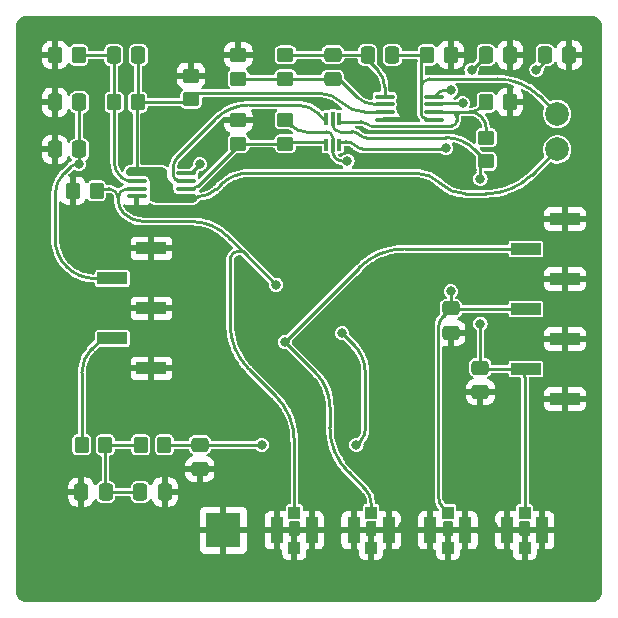
<source format=gbr>
%TF.GenerationSoftware,KiCad,Pcbnew,6.0.6-1.fc36*%
%TF.CreationDate,2022-07-31T18:36:50+02:00*%
%TF.ProjectId,CosmicWatch-ventidue,436f736d-6963-4576-9174-63682d76656e,rev?*%
%TF.SameCoordinates,Original*%
%TF.FileFunction,Copper,L1,Top*%
%TF.FilePolarity,Positive*%
%FSLAX46Y46*%
G04 Gerber Fmt 4.6, Leading zero omitted, Abs format (unit mm)*
G04 Created by KiCad (PCBNEW 6.0.6-1.fc36) date 2022-07-31 18:36:50*
%MOMM*%
%LPD*%
G01*
G04 APERTURE LIST*
G04 Aperture macros list*
%AMRoundRect*
0 Rectangle with rounded corners*
0 $1 Rounding radius*
0 $2 $3 $4 $5 $6 $7 $8 $9 X,Y pos of 4 corners*
0 Add a 4 corners polygon primitive as box body*
4,1,4,$2,$3,$4,$5,$6,$7,$8,$9,$2,$3,0*
0 Add four circle primitives for the rounded corners*
1,1,$1+$1,$2,$3*
1,1,$1+$1,$4,$5*
1,1,$1+$1,$6,$7*
1,1,$1+$1,$8,$9*
0 Add four rect primitives between the rounded corners*
20,1,$1+$1,$2,$3,$4,$5,0*
20,1,$1+$1,$4,$5,$6,$7,0*
20,1,$1+$1,$6,$7,$8,$9,0*
20,1,$1+$1,$8,$9,$2,$3,0*%
G04 Aperture macros list end*
%TA.AperFunction,SMDPad,CuDef*%
%ADD10RoundRect,0.250000X0.475000X-0.337500X0.475000X0.337500X-0.475000X0.337500X-0.475000X-0.337500X0*%
%TD*%
%TA.AperFunction,SMDPad,CuDef*%
%ADD11RoundRect,0.250000X-0.475000X0.337500X-0.475000X-0.337500X0.475000X-0.337500X0.475000X0.337500X0*%
%TD*%
%TA.AperFunction,SMDPad,CuDef*%
%ADD12RoundRect,0.250000X0.450000X-0.350000X0.450000X0.350000X-0.450000X0.350000X-0.450000X-0.350000X0*%
%TD*%
%TA.AperFunction,SMDPad,CuDef*%
%ADD13C,2.000000*%
%TD*%
%TA.AperFunction,SMDPad,CuDef*%
%ADD14R,3.000000X3.000000*%
%TD*%
%TA.AperFunction,SMDPad,CuDef*%
%ADD15RoundRect,0.250000X-0.337500X-0.475000X0.337500X-0.475000X0.337500X0.475000X-0.337500X0.475000X0*%
%TD*%
%TA.AperFunction,SMDPad,CuDef*%
%ADD16R,2.510000X1.000000*%
%TD*%
%TA.AperFunction,SMDPad,CuDef*%
%ADD17RoundRect,0.250000X-0.350000X-0.450000X0.350000X-0.450000X0.350000X0.450000X-0.350000X0.450000X0*%
%TD*%
%TA.AperFunction,SMDPad,CuDef*%
%ADD18RoundRect,0.250000X0.337500X0.475000X-0.337500X0.475000X-0.337500X-0.475000X0.337500X-0.475000X0*%
%TD*%
%TA.AperFunction,SMDPad,CuDef*%
%ADD19R,1.000000X1.000000*%
%TD*%
%TA.AperFunction,SMDPad,CuDef*%
%ADD20R,1.050000X2.200000*%
%TD*%
%TA.AperFunction,SMDPad,CuDef*%
%ADD21RoundRect,0.250000X0.350000X0.450000X-0.350000X0.450000X-0.350000X-0.450000X0.350000X-0.450000X0*%
%TD*%
%TA.AperFunction,SMDPad,CuDef*%
%ADD22RoundRect,0.250000X-0.450000X0.350000X-0.450000X-0.350000X0.450000X-0.350000X0.450000X0.350000X0*%
%TD*%
%TA.AperFunction,SMDPad,CuDef*%
%ADD23RoundRect,0.100000X-0.712500X-0.100000X0.712500X-0.100000X0.712500X0.100000X-0.712500X0.100000X0*%
%TD*%
%TA.AperFunction,SMDPad,CuDef*%
%ADD24R,0.375000X1.025000*%
%TD*%
%TA.AperFunction,SMDPad,CuDef*%
%ADD25R,0.300000X1.125000*%
%TD*%
%TA.AperFunction,SMDPad,CuDef*%
%ADD26R,0.375000X1.000000*%
%TD*%
%TA.AperFunction,ViaPad*%
%ADD27C,0.800000*%
%TD*%
%TA.AperFunction,Conductor*%
%ADD28C,0.250000*%
%TD*%
G04 APERTURE END LIST*
D10*
%TO.P,C309,1*%
%TO.N,Net-(C309-Pad1)*%
X77000000Y-118037500D03*
%TO.P,C309,2*%
%TO.N,Net-(C309-Pad2)*%
X77000000Y-115962500D03*
%TD*%
D11*
%TO.P,C312,1*%
%TO.N,/Detector PCB 1/PEAK_{2}*%
X89500000Y-142462500D03*
%TO.P,C312,2*%
%TO.N,/Detector PCB 1/GND*%
X89500000Y-144537500D03*
%TD*%
D12*
%TO.P,R308,1*%
%TO.N,Net-(C309-Pad1)*%
X73000000Y-118000000D03*
%TO.P,R308,2*%
%TO.N,Net-(C309-Pad2)*%
X73000000Y-116000000D03*
%TD*%
%TO.P,R307,1*%
%TO.N,Net-(C309-Pad1)*%
X69000000Y-118000000D03*
%TO.P,R307,2*%
%TO.N,/Detector PCB 1/GND*%
X69000000Y-116000000D03*
%TD*%
D13*
%TO.P,TP302,1,1*%
%TO.N,/Detector PCB 1/AMP_{2}*%
X96000000Y-121000000D03*
%TD*%
D14*
%TO.P,TP303,1,1*%
%TO.N,/Detector PCB 1/GND*%
X67750000Y-156250000D03*
%TD*%
D15*
%TO.P,C308,1*%
%TO.N,Net-(C308-Pad1)*%
X58462500Y-116000000D03*
%TO.P,C308,2*%
%TO.N,/Detector PCB 1/AMP_{1}*%
X60537500Y-116000000D03*
%TD*%
D16*
%TO.P,J102,1,Pin_1*%
%TO.N,/Detector PCB 1/GND*%
X96655000Y-129880000D03*
%TO.P,J102,2,Pin_2*%
%TO.N,/Detector PCB 1/F_{out}*%
X93345000Y-132420000D03*
%TO.P,J102,3,Pin_3*%
%TO.N,/Detector PCB 1/GND*%
X96655000Y-134960000D03*
%TO.P,J102,4,Pin_4*%
%TO.N,/Detector PCB 1/PEAK_{1}*%
X93345000Y-137500000D03*
%TO.P,J102,5,Pin_5*%
%TO.N,/Detector PCB 1/GND*%
X96655000Y-140040000D03*
%TO.P,J102,6,Pin_6*%
%TO.N,/Detector PCB 1/PEAK_{2}*%
X93345000Y-142580000D03*
%TO.P,J102,7,Pin_7*%
%TO.N,/Detector PCB 1/GND*%
X96655000Y-145120000D03*
%TD*%
D17*
%TO.P,R301,1*%
%TO.N,/Detector PCB 1/V_{bias}*%
X55750000Y-149000000D03*
%TO.P,R301,2*%
%TO.N,Net-(C303-Pad1)*%
X57750000Y-149000000D03*
%TD*%
D12*
%TO.P,R309,1*%
%TO.N,Net-(D302-Pad1)*%
X69000000Y-123500000D03*
%TO.P,R309,2*%
%TO.N,/Detector PCB 1/GND*%
X69000000Y-121500000D03*
%TD*%
D11*
%TO.P,C305,1*%
%TO.N,Net-(C305-Pad1)*%
X65750000Y-149000000D03*
%TO.P,C305,2*%
%TO.N,/Detector PCB 1/GND*%
X65750000Y-151075000D03*
%TD*%
D18*
%TO.P,C304,1*%
%TO.N,Net-(C303-Pad1)*%
X57787500Y-153000000D03*
%TO.P,C304,2*%
%TO.N,/Detector PCB 1/GND*%
X55712500Y-153000000D03*
%TD*%
%TO.P,C302,1*%
%TO.N,/Detector PCB 1/+3.6V*%
X55537500Y-124000000D03*
%TO.P,C302,2*%
%TO.N,/Detector PCB 1/GND*%
X53462500Y-124000000D03*
%TD*%
D15*
%TO.P,C306,1*%
%TO.N,/Detector PCB 1/+3.6V*%
X94962500Y-116000000D03*
%TO.P,C306,2*%
%TO.N,/Detector PCB 1/GND*%
X97037500Y-116000000D03*
%TD*%
D16*
%TO.P,J101,1,Pin_1*%
%TO.N,/Detector PCB 1/GND*%
X61655000Y-132382500D03*
%TO.P,J101,2,Pin_2*%
%TO.N,/Detector PCB 1/+3.6V*%
X58345000Y-134922500D03*
%TO.P,J101,3,Pin_3*%
%TO.N,/Detector PCB 1/GND*%
X61655000Y-137462500D03*
%TO.P,J101,4,Pin_4*%
%TO.N,/Detector PCB 1/V_{bias}*%
X58345000Y-140002500D03*
%TO.P,J101,5,Pin_5*%
%TO.N,/Detector PCB 1/GND*%
X61655000Y-142542500D03*
%TD*%
D13*
%TO.P,TP301,1,1*%
%TO.N,/Detector PCB 1/AMP_{1}*%
X96000000Y-124000000D03*
%TD*%
D17*
%TO.P,R310,1*%
%TO.N,/Detector PCB 1/AMP_{2}*%
X85000000Y-116000000D03*
%TO.P,R310,2*%
%TO.N,/Detector PCB 1/GND*%
X87000000Y-116000000D03*
%TD*%
%TO.P,R305,1*%
%TO.N,Net-(C308-Pad1)*%
X58500000Y-120000000D03*
%TO.P,R305,2*%
%TO.N,/Detector PCB 1/AMP_{1}*%
X60500000Y-120000000D03*
%TD*%
D18*
%TO.P,C301,1*%
%TO.N,/Detector PCB 1/+3.6V*%
X55537500Y-120000000D03*
%TO.P,C301,2*%
%TO.N,/Detector PCB 1/GND*%
X53462500Y-120000000D03*
%TD*%
D19*
%TO.P,J303,1,In*%
%TO.N,/Detector PCB 1/PEAK_{2}*%
X93250000Y-154750000D03*
D20*
%TO.P,J303,2,Ext*%
%TO.N,/Detector PCB 1/GND*%
X91775000Y-156250000D03*
X94725000Y-156250000D03*
D19*
X93250000Y-157750000D03*
%TD*%
%TO.P,J302,1,In*%
%TO.N,/Detector PCB 1/S_{out}*%
X73750000Y-154750000D03*
D20*
%TO.P,J302,2,Ext*%
%TO.N,/Detector PCB 1/GND*%
X72275000Y-156250000D03*
X75225000Y-156250000D03*
D19*
X73750000Y-157750000D03*
%TD*%
D17*
%TO.P,R312,1*%
%TO.N,Net-(D302-Pad4)*%
X90000000Y-120000000D03*
%TO.P,R312,2*%
%TO.N,/Detector PCB 1/GND*%
X92000000Y-120000000D03*
%TD*%
D12*
%TO.P,R311,1*%
%TO.N,Net-(D302-Pad1)*%
X73000000Y-123500000D03*
%TO.P,R311,2*%
%TO.N,/Detector PCB 1/PEAK_{1}*%
X73000000Y-121500000D03*
%TD*%
D21*
%TO.P,R303,1*%
%TO.N,/Detector PCB 1/S_{out}*%
X57000000Y-127500000D03*
%TO.P,R303,2*%
%TO.N,/Detector PCB 1/GND*%
X55000000Y-127500000D03*
%TD*%
D15*
%TO.P,C310,1*%
%TO.N,Net-(C309-Pad2)*%
X79962500Y-116000000D03*
%TO.P,C310,2*%
%TO.N,/Detector PCB 1/AMP_{2}*%
X82037500Y-116000000D03*
%TD*%
D17*
%TO.P,R302,1*%
%TO.N,Net-(C303-Pad1)*%
X60750000Y-149000000D03*
%TO.P,R302,2*%
%TO.N,Net-(C305-Pad1)*%
X62750000Y-149000000D03*
%TD*%
D15*
%TO.P,C307,1*%
%TO.N,/Detector PCB 1/+3.6V*%
X89962500Y-116000000D03*
%TO.P,C307,2*%
%TO.N,/Detector PCB 1/GND*%
X92037500Y-116000000D03*
%TD*%
D22*
%TO.P,R313,1*%
%TO.N,Net-(D302-Pad4)*%
X90000000Y-123000000D03*
%TO.P,R313,2*%
%TO.N,/Detector PCB 1/PEAK_{2}*%
X90000000Y-125000000D03*
%TD*%
D23*
%TO.P,U301,1*%
%TO.N,/Detector PCB 1/AMP_{1}*%
X60387500Y-126025000D03*
%TO.P,U301,2,-*%
%TO.N,Net-(C308-Pad1)*%
X60387500Y-126675000D03*
%TO.P,U301,3,+*%
%TO.N,/Detector PCB 1/S_{out}*%
X60387500Y-127325000D03*
%TO.P,U301,4,V-*%
%TO.N,/Detector PCB 1/GND*%
X60387500Y-127975000D03*
%TO.P,U301,5,+*%
%TO.N,/Detector PCB 1/AMP_{1}*%
X64612500Y-127975000D03*
%TO.P,U301,6,-*%
%TO.N,Net-(D302-Pad1)*%
X64612500Y-127325000D03*
%TO.P,U301,7*%
%TO.N,Net-(D302-Pad6)*%
X64612500Y-126675000D03*
%TO.P,U301,8,V+*%
%TO.N,/Detector PCB 1/+3.6V*%
X64612500Y-126025000D03*
%TD*%
%TO.P,U302,1*%
%TO.N,Net-(C309-Pad2)*%
X81387500Y-119525000D03*
%TO.P,U302,2,-*%
%TO.N,Net-(C309-Pad1)*%
X81387500Y-120175000D03*
%TO.P,U302,3,+*%
%TO.N,/Detector PCB 1/AMP_{1}*%
X81387500Y-120825000D03*
%TO.P,U302,4,V-*%
%TO.N,/Detector PCB 1/GND*%
X81387500Y-121475000D03*
%TO.P,U302,5,+*%
%TO.N,/Detector PCB 1/AMP_{2}*%
X85612500Y-121475000D03*
%TO.P,U302,6,-*%
%TO.N,Net-(D302-Pad4)*%
X85612500Y-120825000D03*
%TO.P,U302,7*%
%TO.N,Net-(D302-Pad3)*%
X85612500Y-120175000D03*
%TO.P,U302,8,V+*%
%TO.N,/Detector PCB 1/+3.6V*%
X85612500Y-119525000D03*
%TD*%
D19*
%TO.P,J301,1,In*%
%TO.N,/Detector PCB 1/F_{out}*%
X80250000Y-154750000D03*
%TO.P,J301,2,Ext*%
%TO.N,/Detector PCB 1/GND*%
X80250000Y-157750000D03*
D20*
X81725000Y-156250000D03*
X78775000Y-156250000D03*
%TD*%
D19*
%TO.P,J304,1,In*%
%TO.N,/Detector PCB 1/PEAK_{1}*%
X86750000Y-154750000D03*
D20*
%TO.P,J304,2,Ext*%
%TO.N,/Detector PCB 1/GND*%
X88225000Y-156250000D03*
D19*
X86750000Y-157750000D03*
D20*
X85275000Y-156250000D03*
%TD*%
D24*
%TO.P,D302,1,A*%
%TO.N,Net-(D302-Pad1)*%
X76462500Y-123612500D03*
D25*
%TO.P,D302,2,K*%
%TO.N,/Detector PCB 1/PEAK_{1}*%
X77000000Y-123662500D03*
D24*
%TO.P,D302,3,common*%
%TO.N,Net-(D302-Pad3)*%
X77537500Y-123612500D03*
D26*
%TO.P,D302,4,A*%
%TO.N,Net-(D302-Pad4)*%
X77537500Y-121400000D03*
D25*
%TO.P,D302,5,K*%
%TO.N,/Detector PCB 1/PEAK_{2}*%
X77000000Y-121337500D03*
D26*
%TO.P,D302,6,common*%
%TO.N,Net-(D302-Pad6)*%
X76462500Y-121400000D03*
%TD*%
D15*
%TO.P,C303,1*%
%TO.N,Net-(C303-Pad1)*%
X60712500Y-153000000D03*
%TO.P,C303,2*%
%TO.N,/Detector PCB 1/GND*%
X62787500Y-153000000D03*
%TD*%
D11*
%TO.P,C311,1*%
%TO.N,/Detector PCB 1/PEAK_{1}*%
X87000000Y-137462500D03*
%TO.P,C311,2*%
%TO.N,/Detector PCB 1/GND*%
X87000000Y-139537500D03*
%TD*%
D12*
%TO.P,R306,1*%
%TO.N,/Detector PCB 1/AMP_{1}*%
X65000000Y-119750000D03*
%TO.P,R306,2*%
%TO.N,/Detector PCB 1/GND*%
X65000000Y-117750000D03*
%TD*%
D21*
%TO.P,R304,1*%
%TO.N,Net-(C308-Pad1)*%
X55500000Y-116000000D03*
%TO.P,R304,2*%
%TO.N,/Detector PCB 1/GND*%
X53500000Y-116000000D03*
%TD*%
D27*
%TO.N,Net-(C305-Pad1)*%
X79000000Y-149000000D03*
X71000000Y-149000000D03*
X77800000Y-139549550D03*
%TO.N,/Detector PCB 1/PEAK_{1}*%
X78250000Y-125000000D03*
X87000000Y-136000000D03*
%TO.N,/Detector PCB 1/PEAK_{2}*%
X89500000Y-138750000D03*
X89500000Y-126500000D03*
%TO.N,/Detector PCB 1/S_{out}*%
X72200000Y-135450450D03*
%TO.N,/Detector PCB 1/F_{out}*%
X72950450Y-140300000D03*
%TO.N,Net-(D302-Pad3)*%
X86600000Y-123900000D03*
X88000000Y-120100500D03*
%TO.N,/Detector PCB 1/+3.6V*%
X88750000Y-117250000D03*
X87000000Y-119000000D03*
X65750000Y-125250000D03*
X94250000Y-117250000D03*
X55500000Y-125250000D03*
%TO.N,/Detector PCB 1/GND*%
X89000000Y-121750000D03*
X66000000Y-123750000D03*
X75250000Y-125000000D03*
X78750000Y-117500000D03*
X83250000Y-120250000D03*
X87250000Y-126000000D03*
X64500000Y-122000000D03*
X76500000Y-120250000D03*
X88050000Y-130485000D03*
X90590000Y-155885000D03*
X57570000Y-122865000D03*
X90590000Y-135565000D03*
X52490000Y-133025000D03*
X98210000Y-153345000D03*
X62650000Y-115245000D03*
X95670000Y-117785000D03*
X60110000Y-158425000D03*
X95670000Y-127945000D03*
X82970000Y-155885000D03*
X75350000Y-153345000D03*
X52490000Y-155885000D03*
X75350000Y-160965000D03*
X93130000Y-160965000D03*
X70270000Y-150805000D03*
X70270000Y-158425000D03*
X55030000Y-160965000D03*
X75350000Y-115245000D03*
X62650000Y-135565000D03*
X82970000Y-117785000D03*
X57570000Y-138105000D03*
X52490000Y-148265000D03*
X52490000Y-140645000D03*
X93130000Y-140645000D03*
X95670000Y-148265000D03*
X65190000Y-160965000D03*
X57570000Y-130485000D03*
X52490000Y-117785000D03*
X80430000Y-150805000D03*
X98210000Y-133025000D03*
X88050000Y-150805000D03*
X52490000Y-125405000D03*
X65190000Y-153345000D03*
X93130000Y-122865000D03*
X57570000Y-145725000D03*
X98210000Y-143185000D03*
X85510000Y-160965000D03*
X88050000Y-143185000D03*
X60110000Y-150805000D03*
%TD*%
D28*
%TO.N,Net-(C309-Pad2)*%
X76935983Y-115999993D02*
G75*
G03*
X76981250Y-115981250I17J63993D01*
G01*
X79943755Y-115981245D02*
G75*
G03*
X79898483Y-115962500I-45255J-45255D01*
G01*
X81387546Y-118706250D02*
G75*
G03*
X80808556Y-117308556I-1976646J-50D01*
G01*
X77026516Y-115962507D02*
G75*
G03*
X76981250Y-115981250I-16J-63993D01*
G01*
%TO.N,/Detector PCB 1/AMP_{2}*%
X84475000Y-118775000D02*
X84475000Y-120936349D01*
X85113387Y-121475004D02*
G75*
G02*
X84661980Y-121288019I13J638404D01*
G01*
X84475013Y-116896231D02*
G75*
G02*
X84737500Y-116262500I896187J31D01*
G01*
%TO.N,/Detector PCB 1/PEAK_{1}*%
X87064016Y-137500000D02*
X92845000Y-137500000D01*
X86350000Y-154350000D02*
X86750000Y-154750000D01*
X77000000Y-123243750D02*
X77000000Y-123012132D01*
X76487867Y-122500000D02*
X74707106Y-122500000D01*
%TO.N,Net-(C303-Pad1)*%
X57814016Y-153000000D02*
X60712500Y-153000000D01*
X57750000Y-149000000D02*
X60750000Y-149000000D01*
X57750000Y-152935983D02*
X57750000Y-149000000D01*
X57814016Y-152999993D02*
G75*
G02*
X57768750Y-152981250I-16J63993D01*
G01*
X57750007Y-152935983D02*
G75*
G03*
X57768750Y-152981250I63993J-17D01*
G01*
%TO.N,Net-(C305-Pad1)*%
X79750000Y-145442000D02*
X79750000Y-146153294D01*
X79750000Y-147719669D02*
X79750000Y-147197544D01*
X79000000Y-149000000D02*
X79375000Y-148625000D01*
X79750000Y-143731837D02*
X79750000Y-142876756D01*
X79750000Y-146153294D02*
X79750000Y-147197544D01*
X79750000Y-143731837D02*
X79750000Y-145442000D01*
X77800000Y-139549550D02*
X78776167Y-140525717D01*
X65750000Y-149000000D02*
X62750000Y-149000000D01*
X71000000Y-149000000D02*
X65750000Y-149000000D01*
X79375009Y-148625009D02*
G75*
G03*
X79750000Y-147719669I-905309J905309D01*
G01*
X79750022Y-142876756D02*
G75*
G03*
X78776167Y-140525717I-3324922J-44D01*
G01*
%TO.N,Net-(C308-Pad1)*%
X59906250Y-126675000D02*
X60387500Y-126675000D01*
X58462500Y-116000000D02*
X58462500Y-119935983D01*
X58500000Y-125095926D02*
X58500000Y-120026516D01*
X58962500Y-126212500D02*
X59084704Y-126334704D01*
X58462500Y-116000000D02*
X55500000Y-116000000D01*
X58962508Y-126212492D02*
G75*
G02*
X58500000Y-125095926I1116592J1116592D01*
G01*
X59084737Y-126334671D02*
G75*
G03*
X59906250Y-126675000I821563J821471D01*
G01*
X58499993Y-120026516D02*
G75*
G03*
X58481250Y-119981250I-63993J16D01*
G01*
X58462507Y-119935983D02*
G75*
G03*
X58481250Y-119981250I63993J-17D01*
G01*
%TO.N,/Detector PCB 1/AMP_{1}*%
X60537500Y-119935983D02*
X60537500Y-116000000D01*
X64992186Y-119757811D02*
X64945312Y-119804687D01*
X60387500Y-120192049D02*
X60387500Y-126025000D01*
X65023436Y-119726561D02*
X65007811Y-119742186D01*
X65101562Y-119648436D02*
X65093749Y-119656249D01*
X65124999Y-119624999D02*
X65115233Y-119634764D01*
X65226561Y-119523436D02*
X65218748Y-119531249D01*
X60518750Y-119981250D02*
X60481250Y-120018750D01*
X65187499Y-119562499D02*
X65156250Y-119593750D01*
X64625000Y-127987500D02*
X64612500Y-127975000D01*
X67158493Y-127341506D02*
X67500000Y-127000000D01*
X64898437Y-119851562D02*
X64882812Y-119867187D01*
X64929687Y-119820312D02*
X64914062Y-119835937D01*
X65072264Y-119677733D02*
X65052733Y-119697264D01*
X65156250Y-119593750D02*
X65124999Y-119624999D01*
X65234374Y-119515624D02*
X65226561Y-119523436D01*
X65242186Y-119507812D02*
X65244139Y-119505859D01*
X64945312Y-119804687D02*
X64929687Y-119820312D01*
X65115233Y-119634764D02*
X65103515Y-119646483D01*
X65197264Y-119552733D02*
X65187499Y-119562499D01*
X65218748Y-119531249D02*
X65210935Y-119539061D01*
X93843792Y-126156207D02*
X96000000Y-124000000D01*
X64655177Y-128000000D02*
X65568750Y-128000000D01*
X65242186Y-119507812D02*
X65234374Y-119515624D01*
X65007811Y-119742186D02*
X64992186Y-119757811D01*
X89996036Y-127750000D02*
X88237436Y-127750000D01*
X65101562Y-119648436D02*
X65103515Y-119646483D01*
X65085936Y-119664062D02*
X65078123Y-119671874D01*
X65093749Y-119656249D02*
X65085936Y-119664062D01*
X64882812Y-119867187D02*
X64875000Y-119875000D01*
X84012563Y-126000000D02*
X69914213Y-126000000D01*
X64573223Y-120000000D02*
X60526516Y-120000000D01*
X65853553Y-119250000D02*
X75886306Y-119250000D01*
X65210935Y-119539061D02*
X65208983Y-119541014D01*
X79688693Y-120825000D02*
X81387500Y-120825000D01*
X65250000Y-119500000D02*
X65248046Y-119501953D01*
X60443750Y-120056250D02*
X60481250Y-120018750D01*
X65208983Y-119541014D02*
X65197264Y-119552733D01*
X65248046Y-119501953D02*
X65244139Y-119505859D01*
X65072264Y-119677733D02*
X65078123Y-119671874D01*
X64914062Y-119835937D02*
X64898437Y-119851562D01*
X65023436Y-119726561D02*
X65052733Y-119697264D01*
X64874993Y-119874993D02*
G75*
G02*
X64573223Y-120000000I-301793J301793D01*
G01*
X77787498Y-120037502D02*
G75*
G03*
X75886306Y-119250000I-1901198J-1901198D01*
G01*
X64655177Y-128000009D02*
G75*
G02*
X64625000Y-127987500I23J42709D01*
G01*
X65568750Y-128000045D02*
G75*
G03*
X67158493Y-127341506I-50J2248245D01*
G01*
X60481245Y-120018745D02*
G75*
G02*
X60526516Y-120000000I45255J-45255D01*
G01*
X65249984Y-119499984D02*
G75*
G02*
X65853553Y-119250000I603516J-603516D01*
G01*
X88237436Y-127749984D02*
G75*
G02*
X86125001Y-126874999I-36J2987384D01*
G01*
X60526516Y-119999960D02*
G75*
G02*
X60518750Y-119981250I-16J10960D01*
G01*
X60387521Y-120192049D02*
G75*
G02*
X60443750Y-120056250I191979J49D01*
G01*
X84012563Y-126000016D02*
G75*
G02*
X86124999Y-126875001I37J-2987384D01*
G01*
X93843785Y-126156200D02*
G75*
G02*
X89996036Y-127750000I-3847785J3847800D01*
G01*
X60518755Y-119981255D02*
G75*
G03*
X60537500Y-119935983I-45255J45255D01*
G01*
X77787502Y-120037498D02*
G75*
G03*
X79688693Y-120825000I1901198J1901198D01*
G01*
X67499996Y-126999996D02*
G75*
G02*
X69914213Y-126000000I2414204J-2414204D01*
G01*
%TO.N,Net-(C309-Pad1)*%
X76935983Y-118000000D02*
X73000000Y-118000000D01*
X73000000Y-118000000D02*
X69000000Y-118000000D01*
X80531250Y-120175000D02*
X81387500Y-120175000D01*
X77727534Y-118227534D02*
X79069539Y-119569539D01*
X77026516Y-118037500D02*
X77268750Y-118037500D01*
X80531250Y-120175026D02*
G75*
G02*
X79069539Y-119569539I50J2067226D01*
G01*
X76981245Y-118018755D02*
G75*
G03*
X77026516Y-118037500I45255J45255D01*
G01*
X76935983Y-118000007D02*
G75*
G02*
X76981250Y-118018750I17J-63993D01*
G01*
X77268750Y-118037530D02*
G75*
G02*
X77727534Y-118227534I50J-648770D01*
G01*
%TO.N,Net-(C309-Pad2)*%
X80808556Y-117308556D02*
X80126018Y-116626018D01*
X81387500Y-118706250D02*
X81387500Y-119525000D01*
X76935983Y-116000000D02*
X73000000Y-116000000D01*
X79898483Y-115962500D02*
X77026516Y-115962500D01*
X79962500Y-116026516D02*
X79962500Y-116231250D01*
X80125990Y-116626046D02*
G75*
G02*
X79962500Y-116231250I394810J394746D01*
G01*
X79943755Y-115981245D02*
G75*
G02*
X79962500Y-116026516I-45255J-45255D01*
G01*
%TO.N,/Detector PCB 1/AMP_{2}*%
X84475000Y-117085615D02*
X84475000Y-117056024D01*
X84475000Y-116943576D02*
X84475000Y-116967249D01*
X84475000Y-118775000D02*
X84475000Y-117464383D01*
X84475000Y-116919903D02*
X84475000Y-116943576D01*
X84475000Y-117020514D02*
X84475000Y-117014595D01*
X84628768Y-116000000D02*
X82037500Y-116000000D01*
X84475000Y-117180307D02*
X84475000Y-117274999D01*
X84661979Y-121288020D02*
X84591455Y-121217496D01*
X85113387Y-121475000D02*
X85612500Y-121475000D01*
X84475000Y-116990922D02*
X84475000Y-117014595D01*
X84475000Y-117020514D02*
X84475000Y-117056024D01*
X85225000Y-118025000D02*
X90921357Y-118025000D01*
X84475000Y-117369691D02*
X84475000Y-117464383D01*
X84475000Y-117274999D02*
X84475000Y-117369691D01*
X94512500Y-119512500D02*
X96000000Y-121000000D01*
X84475000Y-116913985D02*
X84475000Y-116919903D01*
X84475000Y-116902149D02*
X84475000Y-116913985D01*
X84475000Y-117085615D02*
X84475000Y-117180307D01*
X84475000Y-116967249D02*
X84475000Y-116990922D01*
X84475000Y-116902149D02*
X84475000Y-116896231D01*
X94512512Y-119512488D02*
G75*
G03*
X90921357Y-118025000I-3591112J-3591112D01*
G01*
X84474965Y-120936349D02*
G75*
G03*
X84591455Y-121217496I397635J49D01*
G01*
X85225000Y-118025000D02*
G75*
G03*
X84475000Y-118775000I0J-750000D01*
G01*
X84737553Y-116262553D02*
G75*
G03*
X84628768Y-116000000I-108753J108753D01*
G01*
%TO.N,/Detector PCB 1/PEAK_{1}*%
X77000000Y-123243750D02*
X77000000Y-124081250D01*
X77000000Y-124081250D02*
X77000000Y-124146446D01*
X77853553Y-125000000D02*
X78250000Y-125000000D01*
X86398016Y-138064484D02*
X87000000Y-137462500D01*
X73500000Y-122000000D02*
X73000000Y-121500000D01*
X85950000Y-153384314D02*
X85950000Y-139146090D01*
X87000000Y-137435983D02*
X87000000Y-136000000D01*
X87018750Y-137481250D02*
G75*
G03*
X86981250Y-137481250I-18750J-18748D01*
G01*
X86981255Y-137481255D02*
G75*
G03*
X87000000Y-137435983I-45255J45255D01*
G01*
X76487867Y-122500014D02*
G75*
G02*
X76849999Y-122650001I33J-512086D01*
G01*
X87018745Y-137481255D02*
G75*
G03*
X87064016Y-137500000I45255J45255D01*
G01*
X87018745Y-137481255D02*
G75*
G02*
X87000000Y-137435983I45255J45255D01*
G01*
X77249984Y-124750016D02*
G75*
G02*
X77000000Y-124146446I603516J603516D01*
G01*
X76999986Y-123012132D02*
G75*
G03*
X76849999Y-122650001I-512086J32D01*
G01*
X86350004Y-154349996D02*
G75*
G02*
X85950000Y-153384314I965696J965696D01*
G01*
X77853553Y-125000019D02*
G75*
G02*
X77250000Y-124750000I47J853619D01*
G01*
X85949987Y-139146090D02*
G75*
G02*
X86398016Y-138064484I1529613J-10D01*
G01*
X74707106Y-122499997D02*
G75*
G02*
X73500000Y-122000000I-6J1707097D01*
G01*
%TO.N,/Detector PCB 1/PEAK_{2}*%
X77000000Y-121925736D02*
X77000000Y-121575000D01*
X89500000Y-142379414D02*
X89500000Y-138750000D01*
X79853553Y-123000000D02*
X86585786Y-123000000D01*
X78646446Y-122500000D02*
X77574263Y-122500000D01*
X89750000Y-124750000D02*
X89000000Y-124000000D01*
X89500000Y-126500000D02*
X89500000Y-125853553D01*
X89700585Y-142580000D02*
X92558621Y-142580000D01*
X93250000Y-143271378D02*
X93250000Y-154750000D01*
X93047494Y-142782506D02*
G75*
G02*
X93250000Y-143271378I-488894J-488894D01*
G01*
X89500023Y-125853553D02*
G75*
G02*
X89750001Y-125250001I853477J53D01*
G01*
X79250014Y-122749986D02*
G75*
G03*
X79853553Y-123000000I603586J603586D01*
G01*
X89558754Y-142521246D02*
G75*
G03*
X89700585Y-142580000I141846J141846D01*
G01*
X89750000Y-125250000D02*
G75*
G03*
X89750000Y-124750000I-250000J250000D01*
G01*
X79250016Y-122749984D02*
G75*
G03*
X78646446Y-122500000I-603516J-603516D01*
G01*
X89558754Y-142521246D02*
G75*
G02*
X89500000Y-142379414I141846J141846D01*
G01*
X89000004Y-123999996D02*
G75*
G03*
X86585786Y-123000000I-2414204J-2414204D01*
G01*
X77574263Y-122500014D02*
G75*
G02*
X77168199Y-122331801I37J574314D01*
G01*
X76999986Y-121925736D02*
G75*
G03*
X77168199Y-122331801I574314J36D01*
G01*
X93047494Y-142782506D02*
G75*
G03*
X92558621Y-142580000I-488894J-488894D01*
G01*
%TO.N,/Detector PCB 1/S_{out}*%
X69452501Y-132702951D02*
X68151025Y-131401475D01*
X73750000Y-148703963D02*
X73750000Y-154750000D01*
X58043750Y-127325000D02*
X57298743Y-127325000D01*
X69452501Y-132702951D02*
X72200000Y-135450450D01*
X57087500Y-127412500D02*
X57000000Y-127500000D01*
X59606250Y-127325000D02*
X60387500Y-127325000D01*
X68307050Y-133557498D02*
X68307050Y-138753086D01*
X69900842Y-142600842D02*
X72156207Y-144856207D01*
X58825000Y-128106250D02*
X58825000Y-128259754D01*
X65008985Y-130100000D02*
X60996470Y-130100000D01*
X57087487Y-127412487D02*
G75*
G02*
X57298743Y-127325000I211213J-211213D01*
G01*
X68306984Y-133557512D02*
G75*
G02*
X69452501Y-132702952I772216J159912D01*
G01*
X60996470Y-130100015D02*
G75*
G02*
X59295414Y-129395408I30J2405715D01*
G01*
X68307060Y-138753086D02*
G75*
G03*
X69900842Y-142600842I5441540J-14D01*
G01*
X58825022Y-128259754D02*
G75*
G03*
X59295413Y-129395409I1605978J-46D01*
G01*
X68151029Y-131401471D02*
G75*
G03*
X65008985Y-130100000I-3142029J-3142029D01*
G01*
X58043750Y-127325000D02*
G75*
G02*
X58825000Y-128106250I50J-781200D01*
G01*
X72156199Y-144856215D02*
G75*
G02*
X73750000Y-148703963I-3847799J-3847785D01*
G01*
X58825000Y-128106250D02*
G75*
G02*
X59606250Y-127325000I781200J50D01*
G01*
%TO.N,/Detector PCB 1/F_{out}*%
X75549160Y-142898710D02*
X72950450Y-140300000D01*
X80250000Y-154000000D02*
X80250000Y-154750000D01*
X78343792Y-151343792D02*
X79719669Y-152719669D01*
X83084413Y-132420000D02*
X93345000Y-132420000D01*
X76750000Y-147496036D02*
X76750000Y-145797793D01*
X79236657Y-134013792D02*
X72950450Y-140300000D01*
X79236661Y-134013796D02*
G75*
G02*
X83084413Y-132420000I3847739J-3847704D01*
G01*
X76750011Y-145797793D02*
G75*
G03*
X75549160Y-142898710I-4099911J-7D01*
G01*
X78343800Y-151343784D02*
G75*
G02*
X76750000Y-147496036I3847800J3847784D01*
G01*
X80249988Y-154000000D02*
G75*
G03*
X79719669Y-152719669I-1810688J0D01*
G01*
%TO.N,Net-(D302-Pad1)*%
X72893933Y-123500000D02*
X69100520Y-123500000D01*
X65591356Y-127109684D02*
X68928921Y-123772119D01*
X65071537Y-127325000D02*
X64612500Y-127325000D01*
X73256066Y-123350000D02*
X76462500Y-123350000D01*
X73074990Y-123424990D02*
G75*
G02*
X72893933Y-123500000I-181090J181090D01*
G01*
X69000007Y-123600520D02*
G75*
G02*
X68928921Y-123772119I-242707J20D01*
G01*
X69000000Y-123600520D02*
G75*
G02*
X69100520Y-123500000I100500J20D01*
G01*
X73256066Y-123349986D02*
G75*
G03*
X73075000Y-123425000I34J-256114D01*
G01*
X65071537Y-127325036D02*
G75*
G03*
X65591356Y-127109684I-37J735136D01*
G01*
%TO.N,Net-(D302-Pad3)*%
X85739679Y-120100500D02*
X88000000Y-120100500D01*
X86600000Y-123900000D02*
X86500000Y-124000000D01*
X78140380Y-123350000D02*
X77537500Y-123350000D01*
X86500000Y-124000000D02*
X79709619Y-124000000D01*
X85649750Y-120137750D02*
X85612500Y-120175000D01*
X85739679Y-120100492D02*
G75*
G03*
X85649750Y-120137750I21J-127208D01*
G01*
X78924994Y-123675006D02*
G75*
G03*
X79709619Y-124000000I784606J784606D01*
G01*
X78140380Y-123350009D02*
G75*
G02*
X78924999Y-123675001I20J-1109591D01*
G01*
%TO.N,Net-(D302-Pad4)*%
X87037500Y-120825000D02*
X87962500Y-120825000D01*
X87037500Y-120825000D02*
X85612500Y-120825000D01*
X87500000Y-121287500D02*
X87500000Y-121573223D01*
X88591636Y-120825000D02*
X87962500Y-120825000D01*
X90000000Y-122233363D02*
X90000000Y-123000000D01*
X79402512Y-121650000D02*
X77537500Y-121650000D01*
X89587500Y-120412500D02*
X90000000Y-120000000D01*
X87073223Y-122000000D02*
X80247487Y-122000000D01*
X80247487Y-122000005D02*
G75*
G02*
X79825000Y-121825000I13J597505D01*
G01*
X87962500Y-120825000D02*
G75*
G03*
X87500000Y-121287500I0J-462500D01*
G01*
X87500000Y-121287500D02*
G75*
G03*
X87037500Y-120825000I-462500J0D01*
G01*
X87500009Y-121573223D02*
G75*
G02*
X87375000Y-121875000I-426809J23D01*
G01*
X87073223Y-122000009D02*
G75*
G03*
X87375000Y-121875000I-23J426809D01*
G01*
X88591636Y-120824985D02*
G75*
G02*
X89587500Y-121237500I-36J-1408415D01*
G01*
X88591636Y-120825015D02*
G75*
G03*
X89587500Y-120412500I-36J1408415D01*
G01*
X79402512Y-121649995D02*
G75*
G02*
X79825000Y-121825000I-12J-597505D01*
G01*
X90000015Y-122233363D02*
G75*
G03*
X89587500Y-121237500I-1408415J-37D01*
G01*
%TO.N,Net-(D302-Pad6)*%
X69915653Y-120250000D02*
X74072550Y-120250000D01*
X63475000Y-126143338D02*
X63475000Y-125663020D01*
X64113387Y-126675000D02*
X64612500Y-126675000D01*
X63661979Y-126488020D02*
X63586597Y-126412672D01*
X75762500Y-120950000D02*
X76462500Y-121650000D01*
X63926148Y-124573851D02*
X67072204Y-121427795D01*
X64113387Y-126675004D02*
G75*
G02*
X63661980Y-126488019I13J638404D01*
G01*
X63586618Y-126412651D02*
G75*
G02*
X63475000Y-126143338I269182J269351D01*
G01*
X63475009Y-125663020D02*
G75*
G02*
X63926148Y-124573851I1540291J20D01*
G01*
X74072550Y-120249980D02*
G75*
G02*
X75762499Y-120950001I-50J-2390020D01*
G01*
X67072237Y-121427828D02*
G75*
G02*
X69915653Y-120250000I2843463J-2843372D01*
G01*
%TO.N,/Detector PCB 1/V_{bias}*%
X55750000Y-142921652D02*
X55750000Y-149000000D01*
X57902500Y-140002500D02*
X58345000Y-140002500D01*
X56604999Y-140857499D02*
X57147105Y-140315394D01*
X56604985Y-140857485D02*
G75*
G03*
X55750000Y-142921652I2064115J-2064115D01*
G01*
X57902500Y-140002503D02*
G75*
G03*
X57147105Y-140315394I0J-1068297D01*
G01*
%TO.N,/Detector PCB 1/+3.6V*%
X55500000Y-125250000D02*
X55500000Y-124064016D01*
X55537500Y-123973483D02*
X55537500Y-120000000D01*
X64793750Y-126025000D02*
X64612500Y-126025000D01*
X94250000Y-117250000D02*
X94772465Y-116727534D01*
X87000000Y-119000000D02*
X86508731Y-119000000D01*
X89962500Y-116018750D02*
X89962500Y-116000000D01*
X94962500Y-116268750D02*
X94962500Y-116000000D01*
X53500000Y-131576570D02*
X53500000Y-127810660D01*
X89949241Y-116050758D02*
X88750000Y-117250000D01*
X85875000Y-119262500D02*
X85612500Y-119525000D01*
X56845929Y-134922500D02*
X58345000Y-134922500D01*
X65750000Y-125250000D02*
X65103163Y-125896836D01*
X55250000Y-125250000D02*
X55500000Y-125250000D01*
X54250000Y-126000000D02*
X54823223Y-125426776D01*
X89962524Y-116018750D02*
G75*
G02*
X89949240Y-116050757I-45324J50D01*
G01*
X54823235Y-125426788D02*
G75*
G02*
X55250000Y-125250000I426765J-426712D01*
G01*
X54479991Y-133942509D02*
G75*
G02*
X53500000Y-131576570I2365909J2365909D01*
G01*
X65103143Y-125896816D02*
G75*
G02*
X64793750Y-126025000I-309443J309416D01*
G01*
X55500007Y-124064016D02*
G75*
G02*
X55518750Y-124018750I63993J16D01*
G01*
X53499955Y-127810660D02*
G75*
G02*
X54250001Y-126000001I2560645J-40D01*
G01*
X55518755Y-124018755D02*
G75*
G03*
X55537500Y-123973483I-45255J45255D01*
G01*
X94772436Y-116727505D02*
G75*
G03*
X94962500Y-116268750I-458736J458805D01*
G01*
X85874991Y-119262491D02*
G75*
G02*
X86508731Y-119000000I633709J-633709D01*
G01*
X54479991Y-133942509D02*
G75*
G03*
X56845929Y-134922500I2365909J2365909D01*
G01*
%TO.N,/Detector PCB 1/GND*%
X92037500Y-116000000D02*
X92000000Y-116037500D01*
X53500000Y-120037500D02*
X53462500Y-120000000D01*
X53500000Y-123962500D02*
X53462500Y-124000000D01*
%TD*%
%TA.AperFunction,Conductor*%
%TO.N,/Detector PCB 1/GND*%
G36*
X98980242Y-112702466D02*
G01*
X98985811Y-112702476D01*
X98999641Y-112705656D01*
X99013482Y-112702524D01*
X99014605Y-112702526D01*
X99026731Y-112703133D01*
X99081618Y-112708539D01*
X99143626Y-112714646D01*
X99167848Y-112719464D01*
X99294085Y-112757757D01*
X99316897Y-112767206D01*
X99363623Y-112792182D01*
X99433232Y-112829389D01*
X99453770Y-112843112D01*
X99555739Y-112926796D01*
X99573204Y-112944261D01*
X99656888Y-113046230D01*
X99670611Y-113066768D01*
X99732793Y-113183102D01*
X99742242Y-113205912D01*
X99780538Y-113332156D01*
X99785354Y-113356373D01*
X99796917Y-113473770D01*
X99797503Y-113485905D01*
X99794344Y-113499641D01*
X99797475Y-113513480D01*
X99797467Y-113518310D01*
X99799500Y-113536504D01*
X99799500Y-161462920D01*
X99797534Y-161480242D01*
X99797524Y-161485811D01*
X99794344Y-161499641D01*
X99797476Y-161513482D01*
X99797474Y-161514605D01*
X99796867Y-161526736D01*
X99785354Y-161643626D01*
X99780537Y-161667846D01*
X99742244Y-161794082D01*
X99732794Y-161816897D01*
X99703276Y-161872121D01*
X99670611Y-161933232D01*
X99656888Y-161953770D01*
X99573204Y-162055739D01*
X99555739Y-162073204D01*
X99453770Y-162156888D01*
X99433235Y-162170609D01*
X99316898Y-162232793D01*
X99294088Y-162242242D01*
X99167844Y-162280538D01*
X99143627Y-162285354D01*
X99118814Y-162287798D01*
X99026230Y-162296917D01*
X99014095Y-162297503D01*
X99000359Y-162294344D01*
X98986520Y-162297475D01*
X98981690Y-162297467D01*
X98963496Y-162299500D01*
X75187765Y-162299500D01*
X51037081Y-162299499D01*
X51019759Y-162297533D01*
X51014190Y-162297523D01*
X51000360Y-162294343D01*
X50986519Y-162297475D01*
X50985396Y-162297473D01*
X50973269Y-162296866D01*
X50856377Y-162285354D01*
X50832157Y-162280537D01*
X50705915Y-162242242D01*
X50683104Y-162232793D01*
X50566764Y-162170608D01*
X50546229Y-162156886D01*
X50444262Y-162073203D01*
X50426797Y-162055738D01*
X50343114Y-161953771D01*
X50329391Y-161933234D01*
X50296726Y-161872122D01*
X50267207Y-161816896D01*
X50257757Y-161794082D01*
X50257756Y-161794077D01*
X50219463Y-161667843D01*
X50214646Y-161643620D01*
X50203085Y-161526239D01*
X50202498Y-161514094D01*
X50205657Y-161500358D01*
X50202526Y-161486519D01*
X50202534Y-161481689D01*
X50200501Y-161463495D01*
X50200501Y-157794669D01*
X65742001Y-157794669D01*
X65742371Y-157801490D01*
X65747895Y-157852352D01*
X65751521Y-157867604D01*
X65796676Y-157988054D01*
X65805214Y-158003649D01*
X65881715Y-158105724D01*
X65894276Y-158118285D01*
X65996351Y-158194786D01*
X66011946Y-158203324D01*
X66132394Y-158248478D01*
X66147649Y-158252105D01*
X66198514Y-158257631D01*
X66205328Y-158258000D01*
X67477885Y-158258000D01*
X67493124Y-158253525D01*
X67494329Y-158252135D01*
X67496000Y-158244452D01*
X67496000Y-158239884D01*
X68004000Y-158239884D01*
X68008475Y-158255123D01*
X68009865Y-158256328D01*
X68017548Y-158257999D01*
X69294669Y-158257999D01*
X69301490Y-158257629D01*
X69352352Y-158252105D01*
X69367604Y-158248479D01*
X69488054Y-158203324D01*
X69503649Y-158194786D01*
X69605724Y-158118285D01*
X69618285Y-158105724D01*
X69694786Y-158003649D01*
X69703324Y-157988054D01*
X69748478Y-157867606D01*
X69752105Y-157852351D01*
X69757631Y-157801486D01*
X69758000Y-157794672D01*
X69758000Y-157394669D01*
X71242001Y-157394669D01*
X71242371Y-157401490D01*
X71247895Y-157452352D01*
X71251521Y-157467604D01*
X71296676Y-157588054D01*
X71305214Y-157603649D01*
X71381715Y-157705724D01*
X71394276Y-157718285D01*
X71496351Y-157794786D01*
X71511946Y-157803324D01*
X71632394Y-157848478D01*
X71647649Y-157852105D01*
X71698514Y-157857631D01*
X71705328Y-157858000D01*
X72002885Y-157858000D01*
X72018124Y-157853525D01*
X72019329Y-157852135D01*
X72021000Y-157844452D01*
X72021000Y-157839884D01*
X72529000Y-157839884D01*
X72533475Y-157855123D01*
X72534865Y-157856328D01*
X72542548Y-157857999D01*
X72616001Y-157857999D01*
X72684122Y-157878001D01*
X72730615Y-157931657D01*
X72742001Y-157983999D01*
X72742001Y-158294669D01*
X72742371Y-158301490D01*
X72747895Y-158352352D01*
X72751521Y-158367604D01*
X72796676Y-158488054D01*
X72805214Y-158503649D01*
X72881715Y-158605724D01*
X72894276Y-158618285D01*
X72996351Y-158694786D01*
X73011946Y-158703324D01*
X73132394Y-158748478D01*
X73147649Y-158752105D01*
X73198514Y-158757631D01*
X73205328Y-158758000D01*
X73477885Y-158758000D01*
X73493124Y-158753525D01*
X73494329Y-158752135D01*
X73496000Y-158744452D01*
X73496000Y-158739884D01*
X74004000Y-158739884D01*
X74008475Y-158755123D01*
X74009865Y-158756328D01*
X74017548Y-158757999D01*
X74294669Y-158757999D01*
X74301490Y-158757629D01*
X74352352Y-158752105D01*
X74367604Y-158748479D01*
X74488054Y-158703324D01*
X74503649Y-158694786D01*
X74605724Y-158618285D01*
X74618285Y-158605724D01*
X74694786Y-158503649D01*
X74703324Y-158488054D01*
X74748478Y-158367606D01*
X74752105Y-158352351D01*
X74757631Y-158301486D01*
X74758000Y-158294672D01*
X74758000Y-157984000D01*
X74778002Y-157915879D01*
X74831658Y-157869386D01*
X74884000Y-157858000D01*
X74952885Y-157858000D01*
X74968124Y-157853525D01*
X74969329Y-157852135D01*
X74971000Y-157844452D01*
X74971000Y-157839884D01*
X75479000Y-157839884D01*
X75483475Y-157855123D01*
X75484865Y-157856328D01*
X75492548Y-157857999D01*
X75794669Y-157857999D01*
X75801490Y-157857629D01*
X75852352Y-157852105D01*
X75867604Y-157848479D01*
X75988054Y-157803324D01*
X76003649Y-157794786D01*
X76105724Y-157718285D01*
X76118285Y-157705724D01*
X76194786Y-157603649D01*
X76203324Y-157588054D01*
X76248478Y-157467606D01*
X76252105Y-157452351D01*
X76257631Y-157401486D01*
X76258000Y-157394672D01*
X76258000Y-157394669D01*
X77742001Y-157394669D01*
X77742371Y-157401490D01*
X77747895Y-157452352D01*
X77751521Y-157467604D01*
X77796676Y-157588054D01*
X77805214Y-157603649D01*
X77881715Y-157705724D01*
X77894276Y-157718285D01*
X77996351Y-157794786D01*
X78011946Y-157803324D01*
X78132394Y-157848478D01*
X78147649Y-157852105D01*
X78198514Y-157857631D01*
X78205328Y-157858000D01*
X78502885Y-157858000D01*
X78518124Y-157853525D01*
X78519329Y-157852135D01*
X78521000Y-157844452D01*
X78521000Y-157839884D01*
X79029000Y-157839884D01*
X79033475Y-157855123D01*
X79034865Y-157856328D01*
X79042548Y-157857999D01*
X79116001Y-157857999D01*
X79184122Y-157878001D01*
X79230615Y-157931657D01*
X79242001Y-157983999D01*
X79242001Y-158294669D01*
X79242371Y-158301490D01*
X79247895Y-158352352D01*
X79251521Y-158367604D01*
X79296676Y-158488054D01*
X79305214Y-158503649D01*
X79381715Y-158605724D01*
X79394276Y-158618285D01*
X79496351Y-158694786D01*
X79511946Y-158703324D01*
X79632394Y-158748478D01*
X79647649Y-158752105D01*
X79698514Y-158757631D01*
X79705328Y-158758000D01*
X79977885Y-158758000D01*
X79993124Y-158753525D01*
X79994329Y-158752135D01*
X79996000Y-158744452D01*
X79996000Y-158739884D01*
X80504000Y-158739884D01*
X80508475Y-158755123D01*
X80509865Y-158756328D01*
X80517548Y-158757999D01*
X80794669Y-158757999D01*
X80801490Y-158757629D01*
X80852352Y-158752105D01*
X80867604Y-158748479D01*
X80988054Y-158703324D01*
X81003649Y-158694786D01*
X81105724Y-158618285D01*
X81118285Y-158605724D01*
X81194786Y-158503649D01*
X81203324Y-158488054D01*
X81248478Y-158367606D01*
X81252105Y-158352351D01*
X81257631Y-158301486D01*
X81258000Y-158294672D01*
X81258000Y-157984000D01*
X81278002Y-157915879D01*
X81331658Y-157869386D01*
X81384000Y-157858000D01*
X81452885Y-157858000D01*
X81468124Y-157853525D01*
X81469329Y-157852135D01*
X81471000Y-157844452D01*
X81471000Y-157839884D01*
X81979000Y-157839884D01*
X81983475Y-157855123D01*
X81984865Y-157856328D01*
X81992548Y-157857999D01*
X82294669Y-157857999D01*
X82301490Y-157857629D01*
X82352352Y-157852105D01*
X82367604Y-157848479D01*
X82488054Y-157803324D01*
X82503649Y-157794786D01*
X82605724Y-157718285D01*
X82618285Y-157705724D01*
X82694786Y-157603649D01*
X82703324Y-157588054D01*
X82748478Y-157467606D01*
X82752105Y-157452351D01*
X82757631Y-157401486D01*
X82758000Y-157394672D01*
X82758000Y-157394669D01*
X84242001Y-157394669D01*
X84242371Y-157401490D01*
X84247895Y-157452352D01*
X84251521Y-157467604D01*
X84296676Y-157588054D01*
X84305214Y-157603649D01*
X84381715Y-157705724D01*
X84394276Y-157718285D01*
X84496351Y-157794786D01*
X84511946Y-157803324D01*
X84632394Y-157848478D01*
X84647649Y-157852105D01*
X84698514Y-157857631D01*
X84705328Y-157858000D01*
X85002885Y-157858000D01*
X85018124Y-157853525D01*
X85019329Y-157852135D01*
X85021000Y-157844452D01*
X85021000Y-157839884D01*
X85529000Y-157839884D01*
X85533475Y-157855123D01*
X85534865Y-157856328D01*
X85542548Y-157857999D01*
X85616001Y-157857999D01*
X85684122Y-157878001D01*
X85730615Y-157931657D01*
X85742001Y-157983999D01*
X85742001Y-158294669D01*
X85742371Y-158301490D01*
X85747895Y-158352352D01*
X85751521Y-158367604D01*
X85796676Y-158488054D01*
X85805214Y-158503649D01*
X85881715Y-158605724D01*
X85894276Y-158618285D01*
X85996351Y-158694786D01*
X86011946Y-158703324D01*
X86132394Y-158748478D01*
X86147649Y-158752105D01*
X86198514Y-158757631D01*
X86205328Y-158758000D01*
X86477885Y-158758000D01*
X86493124Y-158753525D01*
X86494329Y-158752135D01*
X86496000Y-158744452D01*
X86496000Y-158739884D01*
X87004000Y-158739884D01*
X87008475Y-158755123D01*
X87009865Y-158756328D01*
X87017548Y-158757999D01*
X87294669Y-158757999D01*
X87301490Y-158757629D01*
X87352352Y-158752105D01*
X87367604Y-158748479D01*
X87488054Y-158703324D01*
X87503649Y-158694786D01*
X87605724Y-158618285D01*
X87618285Y-158605724D01*
X87694786Y-158503649D01*
X87703324Y-158488054D01*
X87748478Y-158367606D01*
X87752105Y-158352351D01*
X87757631Y-158301486D01*
X87758000Y-158294672D01*
X87758000Y-157984000D01*
X87778002Y-157915879D01*
X87831658Y-157869386D01*
X87884000Y-157858000D01*
X87952885Y-157858000D01*
X87968124Y-157853525D01*
X87969329Y-157852135D01*
X87971000Y-157844452D01*
X87971000Y-157839884D01*
X88479000Y-157839884D01*
X88483475Y-157855123D01*
X88484865Y-157856328D01*
X88492548Y-157857999D01*
X88794669Y-157857999D01*
X88801490Y-157857629D01*
X88852352Y-157852105D01*
X88867604Y-157848479D01*
X88988054Y-157803324D01*
X89003649Y-157794786D01*
X89105724Y-157718285D01*
X89118285Y-157705724D01*
X89194786Y-157603649D01*
X89203324Y-157588054D01*
X89248478Y-157467606D01*
X89252105Y-157452351D01*
X89257631Y-157401486D01*
X89258000Y-157394672D01*
X89258000Y-157394669D01*
X90742001Y-157394669D01*
X90742371Y-157401490D01*
X90747895Y-157452352D01*
X90751521Y-157467604D01*
X90796676Y-157588054D01*
X90805214Y-157603649D01*
X90881715Y-157705724D01*
X90894276Y-157718285D01*
X90996351Y-157794786D01*
X91011946Y-157803324D01*
X91132394Y-157848478D01*
X91147649Y-157852105D01*
X91198514Y-157857631D01*
X91205328Y-157858000D01*
X91502885Y-157858000D01*
X91518124Y-157853525D01*
X91519329Y-157852135D01*
X91521000Y-157844452D01*
X91521000Y-157839884D01*
X92029000Y-157839884D01*
X92033475Y-157855123D01*
X92034865Y-157856328D01*
X92042548Y-157857999D01*
X92116001Y-157857999D01*
X92184122Y-157878001D01*
X92230615Y-157931657D01*
X92242001Y-157983999D01*
X92242001Y-158294669D01*
X92242371Y-158301490D01*
X92247895Y-158352352D01*
X92251521Y-158367604D01*
X92296676Y-158488054D01*
X92305214Y-158503649D01*
X92381715Y-158605724D01*
X92394276Y-158618285D01*
X92496351Y-158694786D01*
X92511946Y-158703324D01*
X92632394Y-158748478D01*
X92647649Y-158752105D01*
X92698514Y-158757631D01*
X92705328Y-158758000D01*
X92977885Y-158758000D01*
X92993124Y-158753525D01*
X92994329Y-158752135D01*
X92996000Y-158744452D01*
X92996000Y-158739884D01*
X93504000Y-158739884D01*
X93508475Y-158755123D01*
X93509865Y-158756328D01*
X93517548Y-158757999D01*
X93794669Y-158757999D01*
X93801490Y-158757629D01*
X93852352Y-158752105D01*
X93867604Y-158748479D01*
X93988054Y-158703324D01*
X94003649Y-158694786D01*
X94105724Y-158618285D01*
X94118285Y-158605724D01*
X94194786Y-158503649D01*
X94203324Y-158488054D01*
X94248478Y-158367606D01*
X94252105Y-158352351D01*
X94257631Y-158301486D01*
X94258000Y-158294672D01*
X94258000Y-157984000D01*
X94278002Y-157915879D01*
X94331658Y-157869386D01*
X94384000Y-157858000D01*
X94452885Y-157858000D01*
X94468124Y-157853525D01*
X94469329Y-157852135D01*
X94471000Y-157844452D01*
X94471000Y-157839884D01*
X94979000Y-157839884D01*
X94983475Y-157855123D01*
X94984865Y-157856328D01*
X94992548Y-157857999D01*
X95294669Y-157857999D01*
X95301490Y-157857629D01*
X95352352Y-157852105D01*
X95367604Y-157848479D01*
X95488054Y-157803324D01*
X95503649Y-157794786D01*
X95605724Y-157718285D01*
X95618285Y-157705724D01*
X95694786Y-157603649D01*
X95703324Y-157588054D01*
X95748478Y-157467606D01*
X95752105Y-157452351D01*
X95757631Y-157401486D01*
X95758000Y-157394672D01*
X95758000Y-156522115D01*
X95753525Y-156506876D01*
X95752135Y-156505671D01*
X95744452Y-156504000D01*
X94997115Y-156504000D01*
X94981876Y-156508475D01*
X94980671Y-156509865D01*
X94979000Y-156517548D01*
X94979000Y-157839884D01*
X94471000Y-157839884D01*
X94471000Y-156522115D01*
X94466525Y-156506876D01*
X94465135Y-156505671D01*
X94457452Y-156504000D01*
X93710116Y-156504000D01*
X93694877Y-156508475D01*
X93693672Y-156509865D01*
X93692001Y-156517548D01*
X93692001Y-156616000D01*
X93671999Y-156684121D01*
X93618343Y-156730614D01*
X93566001Y-156742000D01*
X93522115Y-156742000D01*
X93506876Y-156746475D01*
X93505671Y-156747865D01*
X93504000Y-156755548D01*
X93504000Y-158739884D01*
X92996000Y-158739884D01*
X92996000Y-156760116D01*
X92991525Y-156744877D01*
X92990135Y-156743672D01*
X92982452Y-156742001D01*
X92934000Y-156742001D01*
X92865879Y-156721999D01*
X92819386Y-156668343D01*
X92808000Y-156616001D01*
X92808000Y-156522115D01*
X92803525Y-156506876D01*
X92802135Y-156505671D01*
X92794452Y-156504000D01*
X92047115Y-156504000D01*
X92031876Y-156508475D01*
X92030671Y-156509865D01*
X92029000Y-156517548D01*
X92029000Y-157839884D01*
X91521000Y-157839884D01*
X91521000Y-156522115D01*
X91516525Y-156506876D01*
X91515135Y-156505671D01*
X91507452Y-156504000D01*
X90760116Y-156504000D01*
X90744877Y-156508475D01*
X90743672Y-156509865D01*
X90742001Y-156517548D01*
X90742001Y-157394669D01*
X89258000Y-157394669D01*
X89258000Y-156522115D01*
X89253525Y-156506876D01*
X89252135Y-156505671D01*
X89244452Y-156504000D01*
X88497115Y-156504000D01*
X88481876Y-156508475D01*
X88480671Y-156509865D01*
X88479000Y-156517548D01*
X88479000Y-157839884D01*
X87971000Y-157839884D01*
X87971000Y-156522115D01*
X87966525Y-156506876D01*
X87965135Y-156505671D01*
X87957452Y-156504000D01*
X87210116Y-156504000D01*
X87194877Y-156508475D01*
X87193672Y-156509865D01*
X87192001Y-156517548D01*
X87192001Y-156616000D01*
X87171999Y-156684121D01*
X87118343Y-156730614D01*
X87066001Y-156742000D01*
X87022115Y-156742000D01*
X87006876Y-156746475D01*
X87005671Y-156747865D01*
X87004000Y-156755548D01*
X87004000Y-158739884D01*
X86496000Y-158739884D01*
X86496000Y-156760116D01*
X86491525Y-156744877D01*
X86490135Y-156743672D01*
X86482452Y-156742001D01*
X86434000Y-156742001D01*
X86365879Y-156721999D01*
X86319386Y-156668343D01*
X86308000Y-156616001D01*
X86308000Y-156522115D01*
X86303525Y-156506876D01*
X86302135Y-156505671D01*
X86294452Y-156504000D01*
X85547115Y-156504000D01*
X85531876Y-156508475D01*
X85530671Y-156509865D01*
X85529000Y-156517548D01*
X85529000Y-157839884D01*
X85021000Y-157839884D01*
X85021000Y-156522115D01*
X85016525Y-156506876D01*
X85015135Y-156505671D01*
X85007452Y-156504000D01*
X84260116Y-156504000D01*
X84244877Y-156508475D01*
X84243672Y-156509865D01*
X84242001Y-156517548D01*
X84242001Y-157394669D01*
X82758000Y-157394669D01*
X82758000Y-156522115D01*
X82753525Y-156506876D01*
X82752135Y-156505671D01*
X82744452Y-156504000D01*
X81997115Y-156504000D01*
X81981876Y-156508475D01*
X81980671Y-156509865D01*
X81979000Y-156517548D01*
X81979000Y-157839884D01*
X81471000Y-157839884D01*
X81471000Y-156522115D01*
X81466525Y-156506876D01*
X81465135Y-156505671D01*
X81457452Y-156504000D01*
X80710116Y-156504000D01*
X80694877Y-156508475D01*
X80693672Y-156509865D01*
X80692001Y-156517548D01*
X80692001Y-156616000D01*
X80671999Y-156684121D01*
X80618343Y-156730614D01*
X80566001Y-156742000D01*
X80522115Y-156742000D01*
X80506876Y-156746475D01*
X80505671Y-156747865D01*
X80504000Y-156755548D01*
X80504000Y-158739884D01*
X79996000Y-158739884D01*
X79996000Y-156760116D01*
X79991525Y-156744877D01*
X79990135Y-156743672D01*
X79982452Y-156742001D01*
X79934000Y-156742001D01*
X79865879Y-156721999D01*
X79819386Y-156668343D01*
X79808000Y-156616001D01*
X79808000Y-156522115D01*
X79803525Y-156506876D01*
X79802135Y-156505671D01*
X79794452Y-156504000D01*
X79047115Y-156504000D01*
X79031876Y-156508475D01*
X79030671Y-156509865D01*
X79029000Y-156517548D01*
X79029000Y-157839884D01*
X78521000Y-157839884D01*
X78521000Y-156522115D01*
X78516525Y-156506876D01*
X78515135Y-156505671D01*
X78507452Y-156504000D01*
X77760116Y-156504000D01*
X77744877Y-156508475D01*
X77743672Y-156509865D01*
X77742001Y-156517548D01*
X77742001Y-157394669D01*
X76258000Y-157394669D01*
X76258000Y-156522115D01*
X76253525Y-156506876D01*
X76252135Y-156505671D01*
X76244452Y-156504000D01*
X75497115Y-156504000D01*
X75481876Y-156508475D01*
X75480671Y-156509865D01*
X75479000Y-156517548D01*
X75479000Y-157839884D01*
X74971000Y-157839884D01*
X74971000Y-156522115D01*
X74966525Y-156506876D01*
X74965135Y-156505671D01*
X74957452Y-156504000D01*
X74210116Y-156504000D01*
X74194877Y-156508475D01*
X74193672Y-156509865D01*
X74192001Y-156517548D01*
X74192001Y-156616000D01*
X74171999Y-156684121D01*
X74118343Y-156730614D01*
X74066001Y-156742000D01*
X74022115Y-156742000D01*
X74006876Y-156746475D01*
X74005671Y-156747865D01*
X74004000Y-156755548D01*
X74004000Y-158739884D01*
X73496000Y-158739884D01*
X73496000Y-156760116D01*
X73491525Y-156744877D01*
X73490135Y-156743672D01*
X73482452Y-156742001D01*
X73434000Y-156742001D01*
X73365879Y-156721999D01*
X73319386Y-156668343D01*
X73308000Y-156616001D01*
X73308000Y-156522115D01*
X73303525Y-156506876D01*
X73302135Y-156505671D01*
X73294452Y-156504000D01*
X72547115Y-156504000D01*
X72531876Y-156508475D01*
X72530671Y-156509865D01*
X72529000Y-156517548D01*
X72529000Y-157839884D01*
X72021000Y-157839884D01*
X72021000Y-156522115D01*
X72016525Y-156506876D01*
X72015135Y-156505671D01*
X72007452Y-156504000D01*
X71260116Y-156504000D01*
X71244877Y-156508475D01*
X71243672Y-156509865D01*
X71242001Y-156517548D01*
X71242001Y-157394669D01*
X69758000Y-157394669D01*
X69758000Y-156522115D01*
X69753525Y-156506876D01*
X69752135Y-156505671D01*
X69744452Y-156504000D01*
X68022115Y-156504000D01*
X68006876Y-156508475D01*
X68005671Y-156509865D01*
X68004000Y-156517548D01*
X68004000Y-158239884D01*
X67496000Y-158239884D01*
X67496000Y-156522115D01*
X67491525Y-156506876D01*
X67490135Y-156505671D01*
X67482452Y-156504000D01*
X65760116Y-156504000D01*
X65744877Y-156508475D01*
X65743672Y-156509865D01*
X65742001Y-156517548D01*
X65742001Y-157794669D01*
X50200501Y-157794669D01*
X50200501Y-155977885D01*
X65742000Y-155977885D01*
X65746475Y-155993124D01*
X65747865Y-155994329D01*
X65755548Y-155996000D01*
X67477885Y-155996000D01*
X67493124Y-155991525D01*
X67494329Y-155990135D01*
X67496000Y-155982452D01*
X67496000Y-155977885D01*
X68004000Y-155977885D01*
X68008475Y-155993124D01*
X68009865Y-155994329D01*
X68017548Y-155996000D01*
X69739884Y-155996000D01*
X69755123Y-155991525D01*
X69756328Y-155990135D01*
X69757999Y-155982452D01*
X69757999Y-155977885D01*
X71242000Y-155977885D01*
X71246475Y-155993124D01*
X71247865Y-155994329D01*
X71255548Y-155996000D01*
X72002885Y-155996000D01*
X72018124Y-155991525D01*
X72019329Y-155990135D01*
X72021000Y-155982452D01*
X72021000Y-154660116D01*
X72016525Y-154644877D01*
X72015135Y-154643672D01*
X72007452Y-154642001D01*
X71705331Y-154642001D01*
X71698510Y-154642371D01*
X71647648Y-154647895D01*
X71632396Y-154651521D01*
X71511946Y-154696676D01*
X71496351Y-154705214D01*
X71394276Y-154781715D01*
X71381715Y-154794276D01*
X71305214Y-154896351D01*
X71296676Y-154911946D01*
X71251522Y-155032394D01*
X71247895Y-155047649D01*
X71242369Y-155098514D01*
X71242000Y-155105328D01*
X71242000Y-155977885D01*
X69757999Y-155977885D01*
X69757999Y-154705331D01*
X69757629Y-154698510D01*
X69752105Y-154647648D01*
X69748479Y-154632396D01*
X69703324Y-154511946D01*
X69694786Y-154496351D01*
X69618285Y-154394276D01*
X69605724Y-154381715D01*
X69503649Y-154305214D01*
X69488054Y-154296676D01*
X69367606Y-154251522D01*
X69352351Y-154247895D01*
X69301486Y-154242369D01*
X69294672Y-154242000D01*
X68022115Y-154242000D01*
X68006876Y-154246475D01*
X68005671Y-154247865D01*
X68004000Y-154255548D01*
X68004000Y-155977885D01*
X67496000Y-155977885D01*
X67496000Y-154260116D01*
X67491525Y-154244877D01*
X67490135Y-154243672D01*
X67482452Y-154242001D01*
X66205331Y-154242001D01*
X66198510Y-154242371D01*
X66147648Y-154247895D01*
X66132396Y-154251521D01*
X66011946Y-154296676D01*
X65996351Y-154305214D01*
X65894276Y-154381715D01*
X65881715Y-154394276D01*
X65805214Y-154496351D01*
X65796676Y-154511946D01*
X65751522Y-154632394D01*
X65747895Y-154647649D01*
X65742369Y-154698514D01*
X65742000Y-154705328D01*
X65742000Y-155977885D01*
X50200501Y-155977885D01*
X50200501Y-153522095D01*
X54617001Y-153522095D01*
X54617338Y-153528614D01*
X54627257Y-153624206D01*
X54630149Y-153637600D01*
X54681588Y-153791784D01*
X54687761Y-153804962D01*
X54773063Y-153942807D01*
X54782099Y-153954208D01*
X54896829Y-154068739D01*
X54908240Y-154077751D01*
X55046243Y-154162816D01*
X55059424Y-154168963D01*
X55213710Y-154220138D01*
X55227086Y-154223005D01*
X55321438Y-154232672D01*
X55327854Y-154233000D01*
X55440385Y-154233000D01*
X55455624Y-154228525D01*
X55456829Y-154227135D01*
X55458500Y-154219452D01*
X55458500Y-154214884D01*
X55966500Y-154214884D01*
X55970975Y-154230123D01*
X55972365Y-154231328D01*
X55980048Y-154232999D01*
X56097095Y-154232999D01*
X56103614Y-154232662D01*
X56199206Y-154222743D01*
X56212600Y-154219851D01*
X56366784Y-154168412D01*
X56379962Y-154162239D01*
X56517807Y-154076937D01*
X56529208Y-154067901D01*
X56643739Y-153953171D01*
X56652751Y-153941760D01*
X56737816Y-153803757D01*
X56743963Y-153790576D01*
X56792611Y-153643908D01*
X56833042Y-153585549D01*
X56898606Y-153558312D01*
X56968488Y-153570846D01*
X57020500Y-153619170D01*
X57031087Y-153641828D01*
X57033222Y-153647908D01*
X57047366Y-153688184D01*
X57052958Y-153695754D01*
X57052959Y-153695757D01*
X57115335Y-153780206D01*
X57127850Y-153797150D01*
X57135421Y-153802742D01*
X57229243Y-153872041D01*
X57229246Y-153872042D01*
X57236816Y-153877634D01*
X57364631Y-153922519D01*
X57372277Y-153923242D01*
X57372278Y-153923242D01*
X57378248Y-153923806D01*
X57396166Y-153925500D01*
X58178834Y-153925500D01*
X58196752Y-153923806D01*
X58202722Y-153923242D01*
X58202723Y-153923242D01*
X58210369Y-153922519D01*
X58338184Y-153877634D01*
X58345754Y-153872042D01*
X58345757Y-153872041D01*
X58439579Y-153802742D01*
X58447150Y-153797150D01*
X58459665Y-153780206D01*
X58522041Y-153695757D01*
X58522042Y-153695754D01*
X58527634Y-153688184D01*
X58572519Y-153560369D01*
X58575500Y-153528834D01*
X58575500Y-153451500D01*
X58595502Y-153383379D01*
X58649158Y-153336886D01*
X58701500Y-153325500D01*
X59798500Y-153325500D01*
X59866621Y-153345502D01*
X59913114Y-153399158D01*
X59924500Y-153451500D01*
X59924500Y-153528834D01*
X59927481Y-153560369D01*
X59972366Y-153688184D01*
X59977958Y-153695754D01*
X59977959Y-153695757D01*
X60040335Y-153780206D01*
X60052850Y-153797150D01*
X60060421Y-153802742D01*
X60154243Y-153872041D01*
X60154246Y-153872042D01*
X60161816Y-153877634D01*
X60289631Y-153922519D01*
X60297277Y-153923242D01*
X60297278Y-153923242D01*
X60303248Y-153923806D01*
X60321166Y-153925500D01*
X61103834Y-153925500D01*
X61121752Y-153923806D01*
X61127722Y-153923242D01*
X61127723Y-153923242D01*
X61135369Y-153922519D01*
X61263184Y-153877634D01*
X61270754Y-153872042D01*
X61270757Y-153872041D01*
X61364579Y-153802742D01*
X61372150Y-153797150D01*
X61384665Y-153780206D01*
X61447041Y-153695757D01*
X61447042Y-153695754D01*
X61452634Y-153688184D01*
X61468843Y-153642027D01*
X61510286Y-153584381D01*
X61576316Y-153558293D01*
X61645968Y-153572044D01*
X61697129Y-153621269D01*
X61707250Y-153643899D01*
X61756588Y-153791784D01*
X61762761Y-153804962D01*
X61848063Y-153942807D01*
X61857099Y-153954208D01*
X61971829Y-154068739D01*
X61983240Y-154077751D01*
X62121243Y-154162816D01*
X62134424Y-154168963D01*
X62288710Y-154220138D01*
X62302086Y-154223005D01*
X62396438Y-154232672D01*
X62402854Y-154233000D01*
X62515385Y-154233000D01*
X62530624Y-154228525D01*
X62531829Y-154227135D01*
X62533500Y-154219452D01*
X62533500Y-154214884D01*
X63041500Y-154214884D01*
X63045975Y-154230123D01*
X63047365Y-154231328D01*
X63055048Y-154232999D01*
X63172095Y-154232999D01*
X63178614Y-154232662D01*
X63274206Y-154222743D01*
X63287600Y-154219851D01*
X63441784Y-154168412D01*
X63454962Y-154162239D01*
X63592807Y-154076937D01*
X63604208Y-154067901D01*
X63718739Y-153953171D01*
X63727751Y-153941760D01*
X63812816Y-153803757D01*
X63818963Y-153790576D01*
X63870138Y-153636290D01*
X63873005Y-153622914D01*
X63882672Y-153528562D01*
X63883000Y-153522146D01*
X63883000Y-153272115D01*
X63878525Y-153256876D01*
X63877135Y-153255671D01*
X63869452Y-153254000D01*
X63059615Y-153254000D01*
X63044376Y-153258475D01*
X63043171Y-153259865D01*
X63041500Y-153267548D01*
X63041500Y-154214884D01*
X62533500Y-154214884D01*
X62533500Y-152727885D01*
X63041500Y-152727885D01*
X63045975Y-152743124D01*
X63047365Y-152744329D01*
X63055048Y-152746000D01*
X63864884Y-152746000D01*
X63880123Y-152741525D01*
X63881328Y-152740135D01*
X63882999Y-152732452D01*
X63882999Y-152477905D01*
X63882662Y-152471386D01*
X63872743Y-152375794D01*
X63869851Y-152362400D01*
X63818412Y-152208216D01*
X63812239Y-152195038D01*
X63726937Y-152057193D01*
X63717901Y-152045792D01*
X63603171Y-151931261D01*
X63591760Y-151922249D01*
X63453757Y-151837184D01*
X63440576Y-151831037D01*
X63286290Y-151779862D01*
X63272914Y-151776995D01*
X63178562Y-151767328D01*
X63172145Y-151767000D01*
X63059615Y-151767000D01*
X63044376Y-151771475D01*
X63043171Y-151772865D01*
X63041500Y-151780548D01*
X63041500Y-152727885D01*
X62533500Y-152727885D01*
X62533500Y-151785116D01*
X62529025Y-151769877D01*
X62527635Y-151768672D01*
X62519952Y-151767001D01*
X62402905Y-151767001D01*
X62396386Y-151767338D01*
X62300794Y-151777257D01*
X62287400Y-151780149D01*
X62133216Y-151831588D01*
X62120038Y-151837761D01*
X61982193Y-151923063D01*
X61970792Y-151932099D01*
X61856261Y-152046829D01*
X61847249Y-152058240D01*
X61762184Y-152196243D01*
X61756037Y-152209424D01*
X61707389Y-152356092D01*
X61666958Y-152414451D01*
X61601394Y-152441688D01*
X61531512Y-152429154D01*
X61479500Y-152380830D01*
X61468913Y-152358172D01*
X61455753Y-152320699D01*
X61452634Y-152311816D01*
X61447042Y-152304246D01*
X61447041Y-152304243D01*
X61377742Y-152210421D01*
X61372150Y-152202850D01*
X61328352Y-152170500D01*
X61270757Y-152127959D01*
X61270754Y-152127958D01*
X61263184Y-152122366D01*
X61135369Y-152077481D01*
X61127723Y-152076758D01*
X61127722Y-152076758D01*
X61121752Y-152076194D01*
X61103834Y-152074500D01*
X60321166Y-152074500D01*
X60303248Y-152076194D01*
X60297278Y-152076758D01*
X60297277Y-152076758D01*
X60289631Y-152077481D01*
X60161816Y-152122366D01*
X60154246Y-152127958D01*
X60154243Y-152127959D01*
X60096648Y-152170500D01*
X60052850Y-152202850D01*
X60047258Y-152210421D01*
X59977959Y-152304243D01*
X59977958Y-152304246D01*
X59972366Y-152311816D01*
X59927481Y-152439631D01*
X59924500Y-152471166D01*
X59924500Y-152548500D01*
X59904498Y-152616621D01*
X59850842Y-152663114D01*
X59798500Y-152674500D01*
X58701500Y-152674500D01*
X58633379Y-152654498D01*
X58586886Y-152600842D01*
X58575500Y-152548500D01*
X58575500Y-152471166D01*
X58572519Y-152439631D01*
X58527634Y-152311816D01*
X58522042Y-152304246D01*
X58522041Y-152304243D01*
X58452742Y-152210421D01*
X58447150Y-152202850D01*
X58403352Y-152170500D01*
X58345757Y-152127959D01*
X58345754Y-152127958D01*
X58338184Y-152122366D01*
X58210369Y-152077481D01*
X58202723Y-152076758D01*
X58202722Y-152076758D01*
X58196232Y-152076145D01*
X58189644Y-152075522D01*
X58123708Y-152049199D01*
X58082470Y-151991406D01*
X58075500Y-151950081D01*
X58075500Y-151459595D01*
X64517001Y-151459595D01*
X64517338Y-151466114D01*
X64527257Y-151561706D01*
X64530149Y-151575100D01*
X64581588Y-151729284D01*
X64587761Y-151742462D01*
X64673063Y-151880307D01*
X64682099Y-151891708D01*
X64796829Y-152006239D01*
X64808240Y-152015251D01*
X64946243Y-152100316D01*
X64959424Y-152106463D01*
X65113710Y-152157638D01*
X65127086Y-152160505D01*
X65221438Y-152170172D01*
X65227854Y-152170500D01*
X65477885Y-152170500D01*
X65493124Y-152166025D01*
X65494329Y-152164635D01*
X65496000Y-152156952D01*
X65496000Y-152152384D01*
X66004000Y-152152384D01*
X66008475Y-152167623D01*
X66009865Y-152168828D01*
X66017548Y-152170499D01*
X66272095Y-152170499D01*
X66278614Y-152170162D01*
X66374206Y-152160243D01*
X66387600Y-152157351D01*
X66541784Y-152105912D01*
X66554962Y-152099739D01*
X66692807Y-152014437D01*
X66704208Y-152005401D01*
X66818739Y-151890671D01*
X66827751Y-151879260D01*
X66912816Y-151741257D01*
X66918963Y-151728076D01*
X66970138Y-151573790D01*
X66973005Y-151560414D01*
X66982672Y-151466062D01*
X66983000Y-151459646D01*
X66983000Y-151347115D01*
X66978525Y-151331876D01*
X66977135Y-151330671D01*
X66969452Y-151329000D01*
X66022115Y-151329000D01*
X66006876Y-151333475D01*
X66005671Y-151334865D01*
X66004000Y-151342548D01*
X66004000Y-152152384D01*
X65496000Y-152152384D01*
X65496000Y-151347115D01*
X65491525Y-151331876D01*
X65490135Y-151330671D01*
X65482452Y-151329000D01*
X64535116Y-151329000D01*
X64519877Y-151333475D01*
X64518672Y-151334865D01*
X64517001Y-151342548D01*
X64517001Y-151459595D01*
X58075500Y-151459595D01*
X58075500Y-150022022D01*
X58095502Y-149953901D01*
X58149158Y-149907408D01*
X58174500Y-149898949D01*
X58177725Y-149898242D01*
X58185369Y-149897519D01*
X58192608Y-149894977D01*
X58192612Y-149894976D01*
X58252872Y-149873814D01*
X58313184Y-149852634D01*
X58320754Y-149847042D01*
X58320757Y-149847041D01*
X58414579Y-149777742D01*
X58422150Y-149772150D01*
X58471978Y-149704689D01*
X58497041Y-149670757D01*
X58497042Y-149670754D01*
X58502634Y-149663184D01*
X58547519Y-149535369D01*
X58550500Y-149503834D01*
X58550500Y-149451500D01*
X58570502Y-149383379D01*
X58624158Y-149336886D01*
X58676500Y-149325500D01*
X59823500Y-149325500D01*
X59891621Y-149345502D01*
X59938114Y-149399158D01*
X59949500Y-149451500D01*
X59949500Y-149503834D01*
X59952481Y-149535369D01*
X59997366Y-149663184D01*
X60002958Y-149670754D01*
X60002959Y-149670757D01*
X60028022Y-149704689D01*
X60077850Y-149772150D01*
X60085421Y-149777742D01*
X60179243Y-149847041D01*
X60179246Y-149847042D01*
X60186816Y-149852634D01*
X60314631Y-149897519D01*
X60322277Y-149898242D01*
X60322278Y-149898242D01*
X60328248Y-149898806D01*
X60346166Y-149900500D01*
X61153834Y-149900500D01*
X61171752Y-149898806D01*
X61177722Y-149898242D01*
X61177723Y-149898242D01*
X61185369Y-149897519D01*
X61313184Y-149852634D01*
X61320754Y-149847042D01*
X61320757Y-149847041D01*
X61414579Y-149777742D01*
X61422150Y-149772150D01*
X61471978Y-149704689D01*
X61497041Y-149670757D01*
X61497042Y-149670754D01*
X61502634Y-149663184D01*
X61547519Y-149535369D01*
X61550500Y-149503834D01*
X61949500Y-149503834D01*
X61952481Y-149535369D01*
X61997366Y-149663184D01*
X62002958Y-149670754D01*
X62002959Y-149670757D01*
X62028022Y-149704689D01*
X62077850Y-149772150D01*
X62085421Y-149777742D01*
X62179243Y-149847041D01*
X62179246Y-149847042D01*
X62186816Y-149852634D01*
X62314631Y-149897519D01*
X62322277Y-149898242D01*
X62322278Y-149898242D01*
X62328248Y-149898806D01*
X62346166Y-149900500D01*
X63153834Y-149900500D01*
X63171752Y-149898806D01*
X63177722Y-149898242D01*
X63177723Y-149898242D01*
X63185369Y-149897519D01*
X63313184Y-149852634D01*
X63320754Y-149847042D01*
X63320757Y-149847041D01*
X63414579Y-149777742D01*
X63422150Y-149772150D01*
X63471978Y-149704689D01*
X63497041Y-149670757D01*
X63497042Y-149670754D01*
X63502634Y-149663184D01*
X63547519Y-149535369D01*
X63550500Y-149503834D01*
X63550500Y-149451500D01*
X63570502Y-149383379D01*
X63624158Y-149336886D01*
X63676500Y-149325500D01*
X64705720Y-149325500D01*
X64773841Y-149345502D01*
X64820334Y-149399158D01*
X64827178Y-149419661D01*
X64827481Y-149422869D01*
X64872366Y-149550684D01*
X64877958Y-149558254D01*
X64877959Y-149558257D01*
X64898541Y-149586122D01*
X64952850Y-149659650D01*
X64960421Y-149665242D01*
X65054243Y-149734541D01*
X65054246Y-149734542D01*
X65061816Y-149740134D01*
X65107973Y-149756343D01*
X65165619Y-149797786D01*
X65191707Y-149863816D01*
X65177956Y-149933468D01*
X65128731Y-149984629D01*
X65106101Y-149994750D01*
X64958216Y-150044088D01*
X64945038Y-150050261D01*
X64807193Y-150135563D01*
X64795792Y-150144599D01*
X64681261Y-150259329D01*
X64672249Y-150270740D01*
X64587184Y-150408743D01*
X64581037Y-150421924D01*
X64529862Y-150576210D01*
X64526995Y-150589586D01*
X64517328Y-150683938D01*
X64517000Y-150690355D01*
X64517000Y-150802885D01*
X64521475Y-150818124D01*
X64522865Y-150819329D01*
X64530548Y-150821000D01*
X66964884Y-150821000D01*
X66980123Y-150816525D01*
X66981328Y-150815135D01*
X66982999Y-150807452D01*
X66982999Y-150690405D01*
X66982662Y-150683886D01*
X66972743Y-150588294D01*
X66969851Y-150574900D01*
X66918412Y-150420716D01*
X66912239Y-150407538D01*
X66826937Y-150269693D01*
X66817901Y-150258292D01*
X66703171Y-150143761D01*
X66691760Y-150134749D01*
X66553757Y-150049684D01*
X66540576Y-150043537D01*
X66393908Y-149994889D01*
X66335549Y-149954458D01*
X66308312Y-149888894D01*
X66320846Y-149819012D01*
X66369170Y-149767000D01*
X66391828Y-149756413D01*
X66397908Y-149754278D01*
X66438184Y-149740134D01*
X66445754Y-149734542D01*
X66445757Y-149734541D01*
X66539579Y-149665242D01*
X66547150Y-149659650D01*
X66601459Y-149586122D01*
X66622041Y-149558257D01*
X66622042Y-149558254D01*
X66627634Y-149550684D01*
X66672519Y-149422869D01*
X66672606Y-149421947D01*
X66705344Y-149362245D01*
X66767717Y-149328332D01*
X66794280Y-149325500D01*
X70430714Y-149325500D01*
X70498835Y-149345502D01*
X70530677Y-149374796D01*
X70571718Y-149428282D01*
X70697159Y-149524536D01*
X70843238Y-149585044D01*
X71000000Y-149605682D01*
X71008188Y-149604604D01*
X71148574Y-149586122D01*
X71156762Y-149585044D01*
X71302841Y-149524536D01*
X71428282Y-149428282D01*
X71524536Y-149302841D01*
X71585044Y-149156762D01*
X71605682Y-149000000D01*
X71585044Y-148843238D01*
X71524536Y-148697159D01*
X71428282Y-148571718D01*
X71302841Y-148475464D01*
X71156762Y-148414956D01*
X71127420Y-148411093D01*
X71030254Y-148398301D01*
X71000000Y-148394318D01*
X70969746Y-148398301D01*
X70872581Y-148411093D01*
X70843238Y-148414956D01*
X70697159Y-148475464D01*
X70571718Y-148571718D01*
X70566695Y-148578264D01*
X70530677Y-148625204D01*
X70473339Y-148667071D01*
X70430714Y-148674500D01*
X66794280Y-148674500D01*
X66726159Y-148654498D01*
X66679666Y-148600842D01*
X66672822Y-148580339D01*
X66672519Y-148577131D01*
X66627634Y-148449316D01*
X66622042Y-148441746D01*
X66622041Y-148441743D01*
X66552742Y-148347921D01*
X66547150Y-148340350D01*
X66502694Y-148307514D01*
X66445757Y-148265459D01*
X66445754Y-148265458D01*
X66438184Y-148259866D01*
X66310369Y-148214981D01*
X66302723Y-148214258D01*
X66302722Y-148214258D01*
X66296752Y-148213694D01*
X66278834Y-148212000D01*
X65221166Y-148212000D01*
X65203248Y-148213694D01*
X65197278Y-148214258D01*
X65197277Y-148214258D01*
X65189631Y-148214981D01*
X65061816Y-148259866D01*
X65054246Y-148265458D01*
X65054243Y-148265459D01*
X64997306Y-148307514D01*
X64952850Y-148340350D01*
X64947258Y-148347921D01*
X64877959Y-148441743D01*
X64877958Y-148441746D01*
X64872366Y-148449316D01*
X64827481Y-148577131D01*
X64827394Y-148578053D01*
X64794656Y-148637755D01*
X64732283Y-148671668D01*
X64705720Y-148674500D01*
X63676500Y-148674500D01*
X63608379Y-148654498D01*
X63561886Y-148600842D01*
X63550500Y-148548500D01*
X63550500Y-148496166D01*
X63547519Y-148464631D01*
X63502634Y-148336816D01*
X63497042Y-148329246D01*
X63497041Y-148329243D01*
X63427742Y-148235421D01*
X63422150Y-148227850D01*
X63400691Y-148212000D01*
X63320757Y-148152959D01*
X63320754Y-148152958D01*
X63313184Y-148147366D01*
X63185369Y-148102481D01*
X63177723Y-148101758D01*
X63177722Y-148101758D01*
X63171752Y-148101194D01*
X63153834Y-148099500D01*
X62346166Y-148099500D01*
X62328248Y-148101194D01*
X62322278Y-148101758D01*
X62322277Y-148101758D01*
X62314631Y-148102481D01*
X62186816Y-148147366D01*
X62179246Y-148152958D01*
X62179243Y-148152959D01*
X62099309Y-148212000D01*
X62077850Y-148227850D01*
X62072258Y-148235421D01*
X62002959Y-148329243D01*
X62002958Y-148329246D01*
X61997366Y-148336816D01*
X61952481Y-148464631D01*
X61949500Y-148496166D01*
X61949500Y-149503834D01*
X61550500Y-149503834D01*
X61550500Y-148496166D01*
X61547519Y-148464631D01*
X61502634Y-148336816D01*
X61497042Y-148329246D01*
X61497041Y-148329243D01*
X61427742Y-148235421D01*
X61422150Y-148227850D01*
X61400691Y-148212000D01*
X61320757Y-148152959D01*
X61320754Y-148152958D01*
X61313184Y-148147366D01*
X61185369Y-148102481D01*
X61177723Y-148101758D01*
X61177722Y-148101758D01*
X61171752Y-148101194D01*
X61153834Y-148099500D01*
X60346166Y-148099500D01*
X60328248Y-148101194D01*
X60322278Y-148101758D01*
X60322277Y-148101758D01*
X60314631Y-148102481D01*
X60186816Y-148147366D01*
X60179246Y-148152958D01*
X60179243Y-148152959D01*
X60099309Y-148212000D01*
X60077850Y-148227850D01*
X60072258Y-148235421D01*
X60002959Y-148329243D01*
X60002958Y-148329246D01*
X59997366Y-148336816D01*
X59952481Y-148464631D01*
X59949500Y-148496166D01*
X59949500Y-148548500D01*
X59929498Y-148616621D01*
X59875842Y-148663114D01*
X59823500Y-148674500D01*
X58676500Y-148674500D01*
X58608379Y-148654498D01*
X58561886Y-148600842D01*
X58550500Y-148548500D01*
X58550500Y-148496166D01*
X58547519Y-148464631D01*
X58502634Y-148336816D01*
X58497042Y-148329246D01*
X58497041Y-148329243D01*
X58427742Y-148235421D01*
X58422150Y-148227850D01*
X58400691Y-148212000D01*
X58320757Y-148152959D01*
X58320754Y-148152958D01*
X58313184Y-148147366D01*
X58185369Y-148102481D01*
X58177723Y-148101758D01*
X58177722Y-148101758D01*
X58171752Y-148101194D01*
X58153834Y-148099500D01*
X57346166Y-148099500D01*
X57328248Y-148101194D01*
X57322278Y-148101758D01*
X57322277Y-148101758D01*
X57314631Y-148102481D01*
X57186816Y-148147366D01*
X57179246Y-148152958D01*
X57179243Y-148152959D01*
X57099309Y-148212000D01*
X57077850Y-148227850D01*
X57072258Y-148235421D01*
X57002959Y-148329243D01*
X57002958Y-148329246D01*
X56997366Y-148336816D01*
X56952481Y-148464631D01*
X56949500Y-148496166D01*
X56949500Y-149503834D01*
X56952481Y-149535369D01*
X56997366Y-149663184D01*
X57002958Y-149670754D01*
X57002959Y-149670757D01*
X57028022Y-149704689D01*
X57077850Y-149772150D01*
X57085421Y-149777742D01*
X57179243Y-149847041D01*
X57179246Y-149847042D01*
X57186816Y-149852634D01*
X57247128Y-149873814D01*
X57307388Y-149894976D01*
X57307392Y-149894977D01*
X57314631Y-149897519D01*
X57322275Y-149898242D01*
X57325500Y-149898949D01*
X57387753Y-149933084D01*
X57421668Y-149995456D01*
X57424500Y-150022022D01*
X57424500Y-151967161D01*
X57404498Y-152035282D01*
X57350842Y-152081775D01*
X57340255Y-152086041D01*
X57236816Y-152122366D01*
X57229246Y-152127958D01*
X57229243Y-152127959D01*
X57171648Y-152170500D01*
X57127850Y-152202850D01*
X57122258Y-152210421D01*
X57052959Y-152304243D01*
X57052958Y-152304246D01*
X57047366Y-152311816D01*
X57044247Y-152320699D01*
X57031157Y-152357973D01*
X56989714Y-152415619D01*
X56923684Y-152441707D01*
X56854032Y-152427956D01*
X56802871Y-152378731D01*
X56792750Y-152356101D01*
X56743412Y-152208216D01*
X56737239Y-152195038D01*
X56651937Y-152057193D01*
X56642901Y-152045792D01*
X56528171Y-151931261D01*
X56516760Y-151922249D01*
X56378757Y-151837184D01*
X56365576Y-151831037D01*
X56211290Y-151779862D01*
X56197914Y-151776995D01*
X56103562Y-151767328D01*
X56097145Y-151767000D01*
X55984615Y-151767000D01*
X55969376Y-151771475D01*
X55968171Y-151772865D01*
X55966500Y-151780548D01*
X55966500Y-154214884D01*
X55458500Y-154214884D01*
X55458500Y-153272115D01*
X55454025Y-153256876D01*
X55452635Y-153255671D01*
X55444952Y-153254000D01*
X54635116Y-153254000D01*
X54619877Y-153258475D01*
X54618672Y-153259865D01*
X54617001Y-153267548D01*
X54617001Y-153522095D01*
X50200501Y-153522095D01*
X50200501Y-152727885D01*
X54617000Y-152727885D01*
X54621475Y-152743124D01*
X54622865Y-152744329D01*
X54630548Y-152746000D01*
X55440385Y-152746000D01*
X55455624Y-152741525D01*
X55456829Y-152740135D01*
X55458500Y-152732452D01*
X55458500Y-151785116D01*
X55454025Y-151769877D01*
X55452635Y-151768672D01*
X55444952Y-151767001D01*
X55327905Y-151767001D01*
X55321386Y-151767338D01*
X55225794Y-151777257D01*
X55212400Y-151780149D01*
X55058216Y-151831588D01*
X55045038Y-151837761D01*
X54907193Y-151923063D01*
X54895792Y-151932099D01*
X54781261Y-152046829D01*
X54772249Y-152058240D01*
X54687184Y-152196243D01*
X54681037Y-152209424D01*
X54629862Y-152363710D01*
X54626995Y-152377086D01*
X54617328Y-152471438D01*
X54617000Y-152477855D01*
X54617000Y-152727885D01*
X50200501Y-152727885D01*
X50200501Y-149503834D01*
X54949500Y-149503834D01*
X54952481Y-149535369D01*
X54997366Y-149663184D01*
X55002958Y-149670754D01*
X55002959Y-149670757D01*
X55028022Y-149704689D01*
X55077850Y-149772150D01*
X55085421Y-149777742D01*
X55179243Y-149847041D01*
X55179246Y-149847042D01*
X55186816Y-149852634D01*
X55314631Y-149897519D01*
X55322277Y-149898242D01*
X55322278Y-149898242D01*
X55328248Y-149898806D01*
X55346166Y-149900500D01*
X56153834Y-149900500D01*
X56171752Y-149898806D01*
X56177722Y-149898242D01*
X56177723Y-149898242D01*
X56185369Y-149897519D01*
X56313184Y-149852634D01*
X56320754Y-149847042D01*
X56320757Y-149847041D01*
X56414579Y-149777742D01*
X56422150Y-149772150D01*
X56471978Y-149704689D01*
X56497041Y-149670757D01*
X56497042Y-149670754D01*
X56502634Y-149663184D01*
X56547519Y-149535369D01*
X56550500Y-149503834D01*
X56550500Y-148496166D01*
X56547519Y-148464631D01*
X56502634Y-148336816D01*
X56497042Y-148329246D01*
X56497041Y-148329243D01*
X56427742Y-148235421D01*
X56422150Y-148227850D01*
X56400691Y-148212000D01*
X56320757Y-148152959D01*
X56320754Y-148152958D01*
X56313184Y-148147366D01*
X56252872Y-148126186D01*
X56192612Y-148105024D01*
X56192608Y-148105023D01*
X56185369Y-148102481D01*
X56177725Y-148101758D01*
X56174500Y-148101051D01*
X56112247Y-148066916D01*
X56078332Y-148004544D01*
X56075500Y-147977978D01*
X56075500Y-143087169D01*
X59892001Y-143087169D01*
X59892371Y-143093990D01*
X59897895Y-143144852D01*
X59901521Y-143160104D01*
X59946676Y-143280554D01*
X59955214Y-143296149D01*
X60031715Y-143398224D01*
X60044276Y-143410785D01*
X60146351Y-143487286D01*
X60161946Y-143495824D01*
X60282394Y-143540978D01*
X60297649Y-143544605D01*
X60348514Y-143550131D01*
X60355328Y-143550500D01*
X61382885Y-143550500D01*
X61398124Y-143546025D01*
X61399329Y-143544635D01*
X61401000Y-143536952D01*
X61401000Y-143532384D01*
X61909000Y-143532384D01*
X61913475Y-143547623D01*
X61914865Y-143548828D01*
X61922548Y-143550499D01*
X62954669Y-143550499D01*
X62961490Y-143550129D01*
X63012352Y-143544605D01*
X63027604Y-143540979D01*
X63148054Y-143495824D01*
X63163649Y-143487286D01*
X63265724Y-143410785D01*
X63278285Y-143398224D01*
X63354786Y-143296149D01*
X63363324Y-143280554D01*
X63408478Y-143160106D01*
X63412105Y-143144851D01*
X63417631Y-143093986D01*
X63418000Y-143087172D01*
X63418000Y-142814615D01*
X63413525Y-142799376D01*
X63412135Y-142798171D01*
X63404452Y-142796500D01*
X61927115Y-142796500D01*
X61911876Y-142800975D01*
X61910671Y-142802365D01*
X61909000Y-142810048D01*
X61909000Y-143532384D01*
X61401000Y-143532384D01*
X61401000Y-142814615D01*
X61396525Y-142799376D01*
X61395135Y-142798171D01*
X61387452Y-142796500D01*
X59910116Y-142796500D01*
X59894877Y-142800975D01*
X59893672Y-142802365D01*
X59892001Y-142810048D01*
X59892001Y-143087169D01*
X56075500Y-143087169D01*
X56075500Y-142961146D01*
X56077414Y-142939268D01*
X56078607Y-142932502D01*
X56080521Y-142921646D01*
X56078607Y-142910791D01*
X56078607Y-142903627D01*
X56077531Y-142885479D01*
X56078665Y-142865287D01*
X56091408Y-142638303D01*
X56092988Y-142624279D01*
X56139335Y-142351479D01*
X56142479Y-142337704D01*
X56161872Y-142270385D01*
X59892000Y-142270385D01*
X59896475Y-142285624D01*
X59897865Y-142286829D01*
X59905548Y-142288500D01*
X61382885Y-142288500D01*
X61398124Y-142284025D01*
X61399329Y-142282635D01*
X61401000Y-142274952D01*
X61401000Y-142270385D01*
X61909000Y-142270385D01*
X61913475Y-142285624D01*
X61914865Y-142286829D01*
X61922548Y-142288500D01*
X63399884Y-142288500D01*
X63415123Y-142284025D01*
X63416328Y-142282635D01*
X63417999Y-142274952D01*
X63417999Y-141997831D01*
X63417629Y-141991010D01*
X63412105Y-141940148D01*
X63408479Y-141924896D01*
X63363324Y-141804446D01*
X63354786Y-141788851D01*
X63278285Y-141686776D01*
X63265724Y-141674215D01*
X63163649Y-141597714D01*
X63148054Y-141589176D01*
X63027606Y-141544022D01*
X63012351Y-141540395D01*
X62961486Y-141534869D01*
X62954672Y-141534500D01*
X61927115Y-141534500D01*
X61911876Y-141538975D01*
X61910671Y-141540365D01*
X61909000Y-141548048D01*
X61909000Y-142270385D01*
X61401000Y-142270385D01*
X61401000Y-141552616D01*
X61396525Y-141537377D01*
X61395135Y-141536172D01*
X61387452Y-141534501D01*
X60355331Y-141534501D01*
X60348510Y-141534871D01*
X60297648Y-141540395D01*
X60282396Y-141544021D01*
X60161946Y-141589176D01*
X60146351Y-141597714D01*
X60044276Y-141674215D01*
X60031715Y-141686776D01*
X59955214Y-141788851D01*
X59946676Y-141804446D01*
X59901522Y-141924894D01*
X59897895Y-141940149D01*
X59892369Y-141991014D01*
X59892000Y-141997828D01*
X59892000Y-142270385D01*
X56161872Y-142270385D01*
X56219077Y-142071811D01*
X56223744Y-142058472D01*
X56242959Y-142012084D01*
X56329629Y-141802840D01*
X56335759Y-141790111D01*
X56469608Y-141547923D01*
X56477122Y-141535965D01*
X56637245Y-141310291D01*
X56646050Y-141299249D01*
X56810951Y-141114724D01*
X56824731Y-141102487D01*
X56829681Y-141097537D01*
X56838713Y-141091213D01*
X56846538Y-141080038D01*
X56848979Y-141076553D01*
X56863097Y-141059727D01*
X57182921Y-140739904D01*
X57245233Y-140705879D01*
X57272016Y-140703000D01*
X59619748Y-140703000D01*
X59625816Y-140701793D01*
X59666061Y-140693788D01*
X59666062Y-140693788D01*
X59678231Y-140691367D01*
X59744552Y-140647052D01*
X59788867Y-140580731D01*
X59791318Y-140568412D01*
X59799293Y-140528316D01*
X59800500Y-140522248D01*
X59800500Y-139482752D01*
X59799293Y-139476684D01*
X59791288Y-139436439D01*
X59791288Y-139436438D01*
X59788867Y-139424269D01*
X59744552Y-139357948D01*
X59678231Y-139313633D01*
X59666062Y-139311212D01*
X59666061Y-139311212D01*
X59625816Y-139303207D01*
X59619748Y-139302000D01*
X57070252Y-139302000D01*
X57064184Y-139303207D01*
X57023939Y-139311212D01*
X57023938Y-139311212D01*
X57011769Y-139313633D01*
X56945448Y-139357948D01*
X56901133Y-139424269D01*
X56898712Y-139436438D01*
X56898712Y-139436439D01*
X56890707Y-139476684D01*
X56889500Y-139482752D01*
X56889500Y-140060482D01*
X56869498Y-140128603D01*
X56852595Y-140149578D01*
X56402763Y-140599408D01*
X56385946Y-140613520D01*
X56371285Y-140623785D01*
X56366305Y-140630897D01*
X56361951Y-140635700D01*
X56361861Y-140635750D01*
X56361471Y-140636159D01*
X56360991Y-140636760D01*
X56318135Y-140684045D01*
X56157961Y-140860771D01*
X56156117Y-140863257D01*
X56156114Y-140863261D01*
X55969893Y-141114352D01*
X55969888Y-141114359D01*
X55968052Y-141116835D01*
X55804157Y-141390281D01*
X55667854Y-141678475D01*
X55560456Y-141978641D01*
X55559705Y-141981640D01*
X55559703Y-141981646D01*
X55536539Y-142074129D01*
X55482998Y-142287889D01*
X55482546Y-142290938D01*
X55482544Y-142290947D01*
X55436677Y-142600189D01*
X55436676Y-142600200D01*
X55436225Y-142603240D01*
X55436074Y-142606321D01*
X55436073Y-142606328D01*
X55421403Y-142905038D01*
X55421300Y-142905961D01*
X55421292Y-142906251D01*
X55421333Y-142906465D01*
X55421015Y-142912947D01*
X55419479Y-142921658D01*
X55421394Y-142932516D01*
X55422585Y-142939271D01*
X55424500Y-142961153D01*
X55424500Y-147977978D01*
X55404498Y-148046099D01*
X55350842Y-148092592D01*
X55325500Y-148101051D01*
X55322275Y-148101758D01*
X55314631Y-148102481D01*
X55307392Y-148105023D01*
X55307388Y-148105024D01*
X55247128Y-148126186D01*
X55186816Y-148147366D01*
X55179246Y-148152958D01*
X55179243Y-148152959D01*
X55099309Y-148212000D01*
X55077850Y-148227850D01*
X55072258Y-148235421D01*
X55002959Y-148329243D01*
X55002958Y-148329246D01*
X54997366Y-148336816D01*
X54952481Y-148464631D01*
X54949500Y-148496166D01*
X54949500Y-149503834D01*
X50200501Y-149503834D01*
X50200500Y-138007169D01*
X59892001Y-138007169D01*
X59892371Y-138013990D01*
X59897895Y-138064852D01*
X59901521Y-138080104D01*
X59946676Y-138200554D01*
X59955214Y-138216149D01*
X60031715Y-138318224D01*
X60044276Y-138330785D01*
X60146351Y-138407286D01*
X60161946Y-138415824D01*
X60282394Y-138460978D01*
X60297649Y-138464605D01*
X60348514Y-138470131D01*
X60355328Y-138470500D01*
X61382885Y-138470500D01*
X61398124Y-138466025D01*
X61399329Y-138464635D01*
X61401000Y-138456952D01*
X61401000Y-138452384D01*
X61909000Y-138452384D01*
X61913475Y-138467623D01*
X61914865Y-138468828D01*
X61922548Y-138470499D01*
X62954669Y-138470499D01*
X62961490Y-138470129D01*
X63012352Y-138464605D01*
X63027604Y-138460979D01*
X63148054Y-138415824D01*
X63163649Y-138407286D01*
X63265724Y-138330785D01*
X63278285Y-138318224D01*
X63354786Y-138216149D01*
X63363324Y-138200554D01*
X63408478Y-138080106D01*
X63412105Y-138064851D01*
X63417631Y-138013986D01*
X63418000Y-138007172D01*
X63418000Y-137734615D01*
X63413525Y-137719376D01*
X63412135Y-137718171D01*
X63404452Y-137716500D01*
X61927115Y-137716500D01*
X61911876Y-137720975D01*
X61910671Y-137722365D01*
X61909000Y-137730048D01*
X61909000Y-138452384D01*
X61401000Y-138452384D01*
X61401000Y-137734615D01*
X61396525Y-137719376D01*
X61395135Y-137718171D01*
X61387452Y-137716500D01*
X59910116Y-137716500D01*
X59894877Y-137720975D01*
X59893672Y-137722365D01*
X59892001Y-137730048D01*
X59892001Y-138007169D01*
X50200500Y-138007169D01*
X50200500Y-137190385D01*
X59892000Y-137190385D01*
X59896475Y-137205624D01*
X59897865Y-137206829D01*
X59905548Y-137208500D01*
X61382885Y-137208500D01*
X61398124Y-137204025D01*
X61399329Y-137202635D01*
X61401000Y-137194952D01*
X61401000Y-137190385D01*
X61909000Y-137190385D01*
X61913475Y-137205624D01*
X61914865Y-137206829D01*
X61922548Y-137208500D01*
X63399884Y-137208500D01*
X63415123Y-137204025D01*
X63416328Y-137202635D01*
X63417999Y-137194952D01*
X63417999Y-136917831D01*
X63417629Y-136911010D01*
X63412105Y-136860148D01*
X63408479Y-136844896D01*
X63363324Y-136724446D01*
X63354786Y-136708851D01*
X63278285Y-136606776D01*
X63265724Y-136594215D01*
X63163649Y-136517714D01*
X63148054Y-136509176D01*
X63027606Y-136464022D01*
X63012351Y-136460395D01*
X62961486Y-136454869D01*
X62954672Y-136454500D01*
X61927115Y-136454500D01*
X61911876Y-136458975D01*
X61910671Y-136460365D01*
X61909000Y-136468048D01*
X61909000Y-137190385D01*
X61401000Y-137190385D01*
X61401000Y-136472616D01*
X61396525Y-136457377D01*
X61395135Y-136456172D01*
X61387452Y-136454501D01*
X60355331Y-136454501D01*
X60348510Y-136454871D01*
X60297648Y-136460395D01*
X60282396Y-136464021D01*
X60161946Y-136509176D01*
X60146351Y-136517714D01*
X60044276Y-136594215D01*
X60031715Y-136606776D01*
X59955214Y-136708851D01*
X59946676Y-136724446D01*
X59901522Y-136844894D01*
X59897895Y-136860149D01*
X59892369Y-136911014D01*
X59892000Y-136917828D01*
X59892000Y-137190385D01*
X50200500Y-137190385D01*
X50200500Y-131576567D01*
X53169479Y-131576567D01*
X53171393Y-131587423D01*
X53171393Y-131592003D01*
X53171863Y-131596296D01*
X53184194Y-131878751D01*
X53184984Y-131896859D01*
X53226828Y-132214714D01*
X53227419Y-132217378D01*
X53227420Y-132217386D01*
X53234543Y-132249515D01*
X53296215Y-132527712D01*
X53297036Y-132530317D01*
X53297039Y-132530327D01*
X53391792Y-132830851D01*
X53391797Y-132830864D01*
X53392619Y-132833472D01*
X53515305Y-133129666D01*
X53663339Y-133414039D01*
X53664811Y-133416350D01*
X53664813Y-133416353D01*
X53716179Y-133496981D01*
X53835596Y-133684429D01*
X53837265Y-133686604D01*
X53927167Y-133803767D01*
X54030762Y-133938776D01*
X54032613Y-133940796D01*
X54234069Y-134160647D01*
X54236694Y-134163917D01*
X54239967Y-134167190D01*
X54246286Y-134176214D01*
X54255310Y-134182533D01*
X54258583Y-134185806D01*
X54261853Y-134188431D01*
X54459103Y-134369176D01*
X54483724Y-134391737D01*
X54485886Y-134393396D01*
X54485892Y-134393401D01*
X54490171Y-134396684D01*
X54738071Y-134586904D01*
X55008460Y-134759160D01*
X55292834Y-134907195D01*
X55589027Y-135029881D01*
X55894787Y-135126284D01*
X56207785Y-135195672D01*
X56525640Y-135237516D01*
X56528392Y-135237636D01*
X56528402Y-135237637D01*
X56768995Y-135248140D01*
X56836179Y-135271094D01*
X56880287Y-135326726D01*
X56889500Y-135374020D01*
X56889500Y-135442248D01*
X56890707Y-135448316D01*
X56895479Y-135472304D01*
X56901133Y-135500731D01*
X56945448Y-135567052D01*
X57011769Y-135611367D01*
X57023938Y-135613788D01*
X57023939Y-135613788D01*
X57064184Y-135621793D01*
X57070252Y-135623000D01*
X59619748Y-135623000D01*
X59625816Y-135621793D01*
X59666061Y-135613788D01*
X59666062Y-135613788D01*
X59678231Y-135611367D01*
X59744552Y-135567052D01*
X59788867Y-135500731D01*
X59794522Y-135472304D01*
X59799293Y-135448316D01*
X59800500Y-135442248D01*
X59800500Y-134402752D01*
X59792880Y-134364444D01*
X59791288Y-134356439D01*
X59791288Y-134356438D01*
X59788867Y-134344269D01*
X59744552Y-134277948D01*
X59698992Y-134247505D01*
X59688547Y-134240526D01*
X59678231Y-134233633D01*
X59666062Y-134231212D01*
X59666061Y-134231212D01*
X59625816Y-134223207D01*
X59619748Y-134222000D01*
X57070252Y-134222000D01*
X57064184Y-134223207D01*
X57023939Y-134231212D01*
X57023938Y-134231212D01*
X57011769Y-134233633D01*
X57001453Y-134240526D01*
X56991008Y-134247505D01*
X56945448Y-134277948D01*
X56901133Y-134344269D01*
X56898712Y-134356438D01*
X56898712Y-134356439D01*
X56897120Y-134364444D01*
X56889500Y-134402752D01*
X56889500Y-134466800D01*
X56869498Y-134534921D01*
X56815842Y-134581414D01*
X56757320Y-134592648D01*
X56556045Y-134582761D01*
X56543755Y-134581551D01*
X56262791Y-134539876D01*
X56250670Y-134537466D01*
X56113782Y-134503177D01*
X55975145Y-134468451D01*
X55963313Y-134464862D01*
X55695882Y-134369176D01*
X55684468Y-134364448D01*
X55427694Y-134243005D01*
X55416795Y-134237179D01*
X55173167Y-134091154D01*
X55162886Y-134084284D01*
X54934758Y-133915094D01*
X54925200Y-133907250D01*
X54737197Y-133736854D01*
X54723193Y-133720971D01*
X54720035Y-133717813D01*
X54717532Y-133714238D01*
X54713714Y-133708786D01*
X54704688Y-133702466D01*
X54701533Y-133699311D01*
X54685645Y-133685302D01*
X54515249Y-133497300D01*
X54507405Y-133487741D01*
X54338215Y-133259614D01*
X54331345Y-133249333D01*
X54185321Y-133005705D01*
X54179492Y-132994800D01*
X54179374Y-132994550D01*
X54147506Y-132927169D01*
X59892001Y-132927169D01*
X59892371Y-132933990D01*
X59897895Y-132984852D01*
X59901521Y-133000104D01*
X59946676Y-133120554D01*
X59955214Y-133136149D01*
X60031715Y-133238224D01*
X60044276Y-133250785D01*
X60146351Y-133327286D01*
X60161946Y-133335824D01*
X60282394Y-133380978D01*
X60297649Y-133384605D01*
X60348514Y-133390131D01*
X60355328Y-133390500D01*
X61382885Y-133390500D01*
X61398124Y-133386025D01*
X61399329Y-133384635D01*
X61401000Y-133376952D01*
X61401000Y-133372384D01*
X61909000Y-133372384D01*
X61913475Y-133387623D01*
X61914865Y-133388828D01*
X61922548Y-133390499D01*
X62954669Y-133390499D01*
X62961490Y-133390129D01*
X63012352Y-133384605D01*
X63027604Y-133380979D01*
X63148054Y-133335824D01*
X63163649Y-133327286D01*
X63265724Y-133250785D01*
X63278285Y-133238224D01*
X63354786Y-133136149D01*
X63363324Y-133120554D01*
X63408478Y-133000106D01*
X63412105Y-132984851D01*
X63417631Y-132933986D01*
X63418000Y-132927172D01*
X63418000Y-132654615D01*
X63413525Y-132639376D01*
X63412135Y-132638171D01*
X63404452Y-132636500D01*
X61927115Y-132636500D01*
X61911876Y-132640975D01*
X61910671Y-132642365D01*
X61909000Y-132650048D01*
X61909000Y-133372384D01*
X61401000Y-133372384D01*
X61401000Y-132654615D01*
X61396525Y-132639376D01*
X61395135Y-132638171D01*
X61387452Y-132636500D01*
X59910116Y-132636500D01*
X59894877Y-132640975D01*
X59893672Y-132642365D01*
X59892001Y-132650048D01*
X59892001Y-132927169D01*
X54147506Y-132927169D01*
X54058050Y-132738028D01*
X54053325Y-132726621D01*
X53957636Y-132459183D01*
X53954047Y-132447351D01*
X53918027Y-132303546D01*
X53885034Y-132171826D01*
X53882623Y-132159705D01*
X53875308Y-132110385D01*
X59892000Y-132110385D01*
X59896475Y-132125624D01*
X59897865Y-132126829D01*
X59905548Y-132128500D01*
X61382885Y-132128500D01*
X61398124Y-132124025D01*
X61399329Y-132122635D01*
X61401000Y-132114952D01*
X61401000Y-132110385D01*
X61909000Y-132110385D01*
X61913475Y-132125624D01*
X61914865Y-132126829D01*
X61922548Y-132128500D01*
X63399884Y-132128500D01*
X63415123Y-132124025D01*
X63416328Y-132122635D01*
X63417999Y-132114952D01*
X63417999Y-131837831D01*
X63417629Y-131831010D01*
X63412105Y-131780148D01*
X63408479Y-131764896D01*
X63363324Y-131644446D01*
X63354786Y-131628851D01*
X63278285Y-131526776D01*
X63265724Y-131514215D01*
X63163649Y-131437714D01*
X63148054Y-131429176D01*
X63027606Y-131384022D01*
X63012351Y-131380395D01*
X62961486Y-131374869D01*
X62954672Y-131374500D01*
X61927115Y-131374500D01*
X61911876Y-131378975D01*
X61910671Y-131380365D01*
X61909000Y-131388048D01*
X61909000Y-132110385D01*
X61401000Y-132110385D01*
X61401000Y-131392616D01*
X61396525Y-131377377D01*
X61395135Y-131376172D01*
X61387452Y-131374501D01*
X60355331Y-131374501D01*
X60348510Y-131374871D01*
X60297648Y-131380395D01*
X60282396Y-131384021D01*
X60161946Y-131429176D01*
X60146351Y-131437714D01*
X60044276Y-131514215D01*
X60031715Y-131526776D01*
X59955214Y-131628851D01*
X59946676Y-131644446D01*
X59901522Y-131764894D01*
X59897895Y-131780149D01*
X59892369Y-131831014D01*
X59892000Y-131837828D01*
X59892000Y-132110385D01*
X53875308Y-132110385D01*
X53840949Y-131878744D01*
X53839738Y-131866445D01*
X53838333Y-131837828D01*
X53827288Y-131612974D01*
X53828607Y-131591980D01*
X53828607Y-131587427D01*
X53830521Y-131576573D01*
X53827414Y-131558950D01*
X53825500Y-131537072D01*
X53825500Y-128498826D01*
X53845502Y-128430705D01*
X53899158Y-128384212D01*
X53969432Y-128374108D01*
X54034012Y-128403602D01*
X54050245Y-128420562D01*
X54057093Y-128429202D01*
X54171829Y-128543739D01*
X54183240Y-128552751D01*
X54321243Y-128637816D01*
X54334424Y-128643963D01*
X54488710Y-128695138D01*
X54502086Y-128698005D01*
X54596438Y-128707672D01*
X54602854Y-128708000D01*
X54727885Y-128708000D01*
X54743124Y-128703525D01*
X54744329Y-128702135D01*
X54746000Y-128694452D01*
X54746000Y-126310116D01*
X54741525Y-126294877D01*
X54740135Y-126293672D01*
X54732452Y-126292001D01*
X54722517Y-126292001D01*
X54654396Y-126271999D01*
X54607903Y-126218343D01*
X54597799Y-126148069D01*
X54627293Y-126083489D01*
X54633421Y-126076906D01*
X54971134Y-125739192D01*
X55033447Y-125705167D01*
X55104262Y-125710231D01*
X55136934Y-125728324D01*
X55145160Y-125734636D01*
X55197159Y-125774536D01*
X55343238Y-125835044D01*
X55500000Y-125855682D01*
X55508188Y-125854604D01*
X55648574Y-125836122D01*
X55656762Y-125835044D01*
X55802841Y-125774536D01*
X55916995Y-125686943D01*
X55921736Y-125683305D01*
X55928282Y-125678282D01*
X56024536Y-125552841D01*
X56085044Y-125406762D01*
X56105682Y-125250000D01*
X56086705Y-125105857D01*
X56086122Y-125101426D01*
X56085044Y-125093238D01*
X56055101Y-125020949D01*
X56047512Y-124950361D01*
X56079291Y-124886874D01*
X56096650Y-124871381D01*
X56189579Y-124802742D01*
X56197150Y-124797150D01*
X56245404Y-124731820D01*
X56272041Y-124695757D01*
X56272042Y-124695754D01*
X56277634Y-124688184D01*
X56322519Y-124560369D01*
X56325500Y-124528834D01*
X56325500Y-123471166D01*
X56322519Y-123439631D01*
X56277634Y-123311816D01*
X56272042Y-123304246D01*
X56272041Y-123304243D01*
X56202742Y-123210421D01*
X56197150Y-123202850D01*
X56158946Y-123174632D01*
X56095757Y-123127959D01*
X56095754Y-123127958D01*
X56088184Y-123122366D01*
X55960369Y-123077481D01*
X55959447Y-123077394D01*
X55899745Y-123044656D01*
X55865832Y-122982283D01*
X55863000Y-122955720D01*
X55863000Y-121044280D01*
X55883002Y-120976159D01*
X55936658Y-120929666D01*
X55957161Y-120922822D01*
X55960369Y-120922519D01*
X55976769Y-120916760D01*
X56003399Y-120907408D01*
X56088184Y-120877634D01*
X56095754Y-120872042D01*
X56095757Y-120872041D01*
X56188205Y-120803757D01*
X56197150Y-120797150D01*
X56220471Y-120765576D01*
X56272041Y-120695757D01*
X56272042Y-120695754D01*
X56277634Y-120688184D01*
X56322519Y-120560369D01*
X56325500Y-120528834D01*
X56325500Y-119471166D01*
X56322519Y-119439631D01*
X56277634Y-119311816D01*
X56272042Y-119304246D01*
X56272041Y-119304243D01*
X56202742Y-119210421D01*
X56197150Y-119202850D01*
X56167967Y-119181295D01*
X56095757Y-119127959D01*
X56095754Y-119127958D01*
X56088184Y-119122366D01*
X55960369Y-119077481D01*
X55952723Y-119076758D01*
X55952722Y-119076758D01*
X55946752Y-119076194D01*
X55928834Y-119074500D01*
X55146166Y-119074500D01*
X55128248Y-119076194D01*
X55122278Y-119076758D01*
X55122277Y-119076758D01*
X55114631Y-119077481D01*
X54986816Y-119122366D01*
X54979246Y-119127958D01*
X54979243Y-119127959D01*
X54907033Y-119181295D01*
X54877850Y-119202850D01*
X54872258Y-119210421D01*
X54802959Y-119304243D01*
X54802958Y-119304246D01*
X54797366Y-119311816D01*
X54786339Y-119343218D01*
X54781157Y-119357973D01*
X54739714Y-119415619D01*
X54673684Y-119441707D01*
X54604032Y-119427956D01*
X54552871Y-119378731D01*
X54542750Y-119356101D01*
X54493412Y-119208216D01*
X54487239Y-119195038D01*
X54401937Y-119057193D01*
X54392901Y-119045792D01*
X54278171Y-118931261D01*
X54266760Y-118922249D01*
X54128757Y-118837184D01*
X54115576Y-118831037D01*
X53961290Y-118779862D01*
X53947914Y-118776995D01*
X53853562Y-118767328D01*
X53847145Y-118767000D01*
X53734615Y-118767000D01*
X53719376Y-118771475D01*
X53718171Y-118772865D01*
X53716500Y-118780548D01*
X53716500Y-121214884D01*
X53720975Y-121230123D01*
X53722365Y-121231328D01*
X53730048Y-121232999D01*
X53847095Y-121232999D01*
X53853614Y-121232662D01*
X53949206Y-121222743D01*
X53962600Y-121219851D01*
X54116784Y-121168412D01*
X54129962Y-121162239D01*
X54267807Y-121076937D01*
X54279208Y-121067901D01*
X54393739Y-120953171D01*
X54402751Y-120941760D01*
X54487816Y-120803757D01*
X54493963Y-120790576D01*
X54542611Y-120643908D01*
X54583042Y-120585549D01*
X54648606Y-120558312D01*
X54718488Y-120570846D01*
X54770500Y-120619170D01*
X54781087Y-120641828D01*
X54782381Y-120645513D01*
X54797366Y-120688184D01*
X54802958Y-120695754D01*
X54802959Y-120695757D01*
X54854529Y-120765576D01*
X54877850Y-120797150D01*
X54886795Y-120803757D01*
X54979243Y-120872041D01*
X54979246Y-120872042D01*
X54986816Y-120877634D01*
X55071601Y-120907408D01*
X55098232Y-120916760D01*
X55114631Y-120922519D01*
X55115553Y-120922606D01*
X55175255Y-120955344D01*
X55209168Y-121017717D01*
X55212000Y-121044280D01*
X55212000Y-122955720D01*
X55191998Y-123023841D01*
X55138342Y-123070334D01*
X55117839Y-123077178D01*
X55114631Y-123077481D01*
X54986816Y-123122366D01*
X54979246Y-123127958D01*
X54979243Y-123127959D01*
X54916054Y-123174632D01*
X54877850Y-123202850D01*
X54872258Y-123210421D01*
X54802959Y-123304243D01*
X54802958Y-123304246D01*
X54797366Y-123311816D01*
X54784494Y-123348470D01*
X54781157Y-123357973D01*
X54739714Y-123415619D01*
X54673684Y-123441707D01*
X54604032Y-123427956D01*
X54552871Y-123378731D01*
X54542750Y-123356101D01*
X54493412Y-123208216D01*
X54487239Y-123195038D01*
X54401937Y-123057193D01*
X54392901Y-123045792D01*
X54278171Y-122931261D01*
X54266760Y-122922249D01*
X54128757Y-122837184D01*
X54115576Y-122831037D01*
X53961290Y-122779862D01*
X53947914Y-122776995D01*
X53853562Y-122767328D01*
X53847145Y-122767000D01*
X53734615Y-122767000D01*
X53719376Y-122771475D01*
X53718171Y-122772865D01*
X53716500Y-122780548D01*
X53716500Y-125214884D01*
X53720975Y-125230123D01*
X53722365Y-125231328D01*
X53730048Y-125232999D01*
X53847095Y-125232999D01*
X53853614Y-125232662D01*
X53949206Y-125222743D01*
X53962600Y-125219851D01*
X54116784Y-125168412D01*
X54129962Y-125162239D01*
X54267807Y-125076937D01*
X54279208Y-125067901D01*
X54393739Y-124953171D01*
X54402751Y-124941760D01*
X54487816Y-124803757D01*
X54493963Y-124790576D01*
X54542611Y-124643908D01*
X54583042Y-124585549D01*
X54648606Y-124558312D01*
X54718488Y-124570846D01*
X54770500Y-124619170D01*
X54781087Y-124641828D01*
X54782189Y-124644967D01*
X54797366Y-124688184D01*
X54802958Y-124695754D01*
X54802959Y-124695757D01*
X54829596Y-124731820D01*
X54877850Y-124797150D01*
X54885421Y-124802742D01*
X54890837Y-124808158D01*
X54924863Y-124870470D01*
X54919798Y-124941285D01*
X54877251Y-124998121D01*
X54849964Y-125013660D01*
X54832364Y-125020951D01*
X54826908Y-125023211D01*
X54772711Y-125056426D01*
X54706446Y-125097036D01*
X54706440Y-125097040D01*
X54702221Y-125099626D01*
X54612528Y-125176240D01*
X54602979Y-125183635D01*
X54589495Y-125193077D01*
X54579241Y-125207723D01*
X54565125Y-125224547D01*
X54047772Y-125741902D01*
X54030946Y-125756021D01*
X54016293Y-125766280D01*
X54009969Y-125775311D01*
X54007330Y-125777950D01*
X54003932Y-125782209D01*
X53826937Y-125977482D01*
X53825095Y-125979966D01*
X53825093Y-125979968D01*
X53664005Y-126197159D01*
X53658003Y-126205251D01*
X53656414Y-126207903D01*
X53656412Y-126207905D01*
X53602489Y-126297865D01*
X53512209Y-126448481D01*
X53510890Y-126451270D01*
X53510885Y-126451279D01*
X53459172Y-126560611D01*
X53390958Y-126704830D01*
X53295417Y-126971830D01*
X53226508Y-127246909D01*
X53226055Y-127249964D01*
X53226053Y-127249973D01*
X53196247Y-127450885D01*
X53184893Y-127527418D01*
X53184742Y-127530497D01*
X53184741Y-127530504D01*
X53179289Y-127641465D01*
X53175349Y-127721646D01*
X53171941Y-127790992D01*
X53171394Y-127795863D01*
X53171394Y-127799799D01*
X53169479Y-127810655D01*
X53171393Y-127821511D01*
X53171393Y-127821512D01*
X53172586Y-127828277D01*
X53174500Y-127850155D01*
X53174500Y-131537066D01*
X53172586Y-131558946D01*
X53171393Y-131565712D01*
X53169479Y-131576567D01*
X50200500Y-131576567D01*
X50200500Y-124522095D01*
X52367001Y-124522095D01*
X52367338Y-124528614D01*
X52377257Y-124624206D01*
X52380149Y-124637600D01*
X52431588Y-124791784D01*
X52437761Y-124804962D01*
X52523063Y-124942807D01*
X52532099Y-124954208D01*
X52646829Y-125068739D01*
X52658240Y-125077751D01*
X52796243Y-125162816D01*
X52809424Y-125168963D01*
X52963710Y-125220138D01*
X52977086Y-125223005D01*
X53071438Y-125232672D01*
X53077854Y-125233000D01*
X53190385Y-125233000D01*
X53205624Y-125228525D01*
X53206829Y-125227135D01*
X53208500Y-125219452D01*
X53208500Y-124272115D01*
X53204025Y-124256876D01*
X53202635Y-124255671D01*
X53194952Y-124254000D01*
X52385116Y-124254000D01*
X52369877Y-124258475D01*
X52368672Y-124259865D01*
X52367001Y-124267548D01*
X52367001Y-124522095D01*
X50200500Y-124522095D01*
X50200500Y-123727885D01*
X52367000Y-123727885D01*
X52371475Y-123743124D01*
X52372865Y-123744329D01*
X52380548Y-123746000D01*
X53190385Y-123746000D01*
X53205624Y-123741525D01*
X53206829Y-123740135D01*
X53208500Y-123732452D01*
X53208500Y-122785116D01*
X53204025Y-122769877D01*
X53202635Y-122768672D01*
X53194952Y-122767001D01*
X53077905Y-122767001D01*
X53071386Y-122767338D01*
X52975794Y-122777257D01*
X52962400Y-122780149D01*
X52808216Y-122831588D01*
X52795038Y-122837761D01*
X52657193Y-122923063D01*
X52645792Y-122932099D01*
X52531261Y-123046829D01*
X52522249Y-123058240D01*
X52437184Y-123196243D01*
X52431037Y-123209424D01*
X52379862Y-123363710D01*
X52376995Y-123377086D01*
X52367328Y-123471438D01*
X52367000Y-123477854D01*
X52367000Y-123727885D01*
X50200500Y-123727885D01*
X50200500Y-120522095D01*
X52367001Y-120522095D01*
X52367338Y-120528614D01*
X52377257Y-120624206D01*
X52380149Y-120637600D01*
X52431588Y-120791784D01*
X52437761Y-120804962D01*
X52523063Y-120942807D01*
X52532099Y-120954208D01*
X52646829Y-121068739D01*
X52658240Y-121077751D01*
X52796243Y-121162816D01*
X52809424Y-121168963D01*
X52963710Y-121220138D01*
X52977086Y-121223005D01*
X53071438Y-121232672D01*
X53077854Y-121233000D01*
X53190385Y-121233000D01*
X53205624Y-121228525D01*
X53206829Y-121227135D01*
X53208500Y-121219452D01*
X53208500Y-120272115D01*
X53204025Y-120256876D01*
X53202635Y-120255671D01*
X53194952Y-120254000D01*
X52385116Y-120254000D01*
X52369877Y-120258475D01*
X52368672Y-120259865D01*
X52367001Y-120267548D01*
X52367001Y-120522095D01*
X50200500Y-120522095D01*
X50200500Y-119727885D01*
X52367000Y-119727885D01*
X52371475Y-119743124D01*
X52372865Y-119744329D01*
X52380548Y-119746000D01*
X53190385Y-119746000D01*
X53205624Y-119741525D01*
X53206829Y-119740135D01*
X53208500Y-119732452D01*
X53208500Y-118785116D01*
X53204025Y-118769877D01*
X53202635Y-118768672D01*
X53194952Y-118767001D01*
X53077905Y-118767001D01*
X53071386Y-118767338D01*
X52975794Y-118777257D01*
X52962400Y-118780149D01*
X52808216Y-118831588D01*
X52795038Y-118837761D01*
X52657193Y-118923063D01*
X52645792Y-118932099D01*
X52531261Y-119046829D01*
X52522249Y-119058240D01*
X52437184Y-119196243D01*
X52431037Y-119209424D01*
X52379862Y-119363710D01*
X52376995Y-119377086D01*
X52367328Y-119471438D01*
X52367000Y-119477854D01*
X52367000Y-119727885D01*
X50200500Y-119727885D01*
X50200500Y-116497095D01*
X52392001Y-116497095D01*
X52392338Y-116503614D01*
X52402257Y-116599206D01*
X52405149Y-116612600D01*
X52456588Y-116766784D01*
X52462761Y-116779962D01*
X52548063Y-116917807D01*
X52557099Y-116929208D01*
X52671829Y-117043739D01*
X52683240Y-117052751D01*
X52821243Y-117137816D01*
X52834424Y-117143963D01*
X52988710Y-117195138D01*
X53002086Y-117198005D01*
X53096438Y-117207672D01*
X53102854Y-117208000D01*
X53227885Y-117208000D01*
X53243124Y-117203525D01*
X53244329Y-117202135D01*
X53246000Y-117194452D01*
X53246000Y-117189884D01*
X53754000Y-117189884D01*
X53758475Y-117205123D01*
X53759865Y-117206328D01*
X53767548Y-117207999D01*
X53897095Y-117207999D01*
X53903614Y-117207662D01*
X53999206Y-117197743D01*
X54012600Y-117194851D01*
X54166784Y-117143412D01*
X54179962Y-117137239D01*
X54317807Y-117051937D01*
X54329208Y-117042901D01*
X54443739Y-116928171D01*
X54452751Y-116916760D01*
X54537816Y-116778757D01*
X54543963Y-116765576D01*
X54553909Y-116735590D01*
X54594340Y-116677230D01*
X54659904Y-116649994D01*
X54729786Y-116662528D01*
X54774853Y-116700399D01*
X54822255Y-116764576D01*
X54822258Y-116764579D01*
X54827850Y-116772150D01*
X54835421Y-116777742D01*
X54929243Y-116847041D01*
X54929246Y-116847042D01*
X54936816Y-116852634D01*
X55064631Y-116897519D01*
X55072277Y-116898242D01*
X55072278Y-116898242D01*
X55078248Y-116898806D01*
X55096166Y-116900500D01*
X55903834Y-116900500D01*
X55921752Y-116898806D01*
X55927722Y-116898242D01*
X55927723Y-116898242D01*
X55935369Y-116897519D01*
X56063184Y-116852634D01*
X56070754Y-116847042D01*
X56070757Y-116847041D01*
X56164579Y-116777742D01*
X56172150Y-116772150D01*
X56209206Y-116721981D01*
X56247041Y-116670757D01*
X56247042Y-116670754D01*
X56252634Y-116663184D01*
X56297519Y-116535369D01*
X56299616Y-116513184D01*
X56300222Y-116506777D01*
X56300222Y-116506773D01*
X56300500Y-116503834D01*
X56300500Y-116451500D01*
X56320502Y-116383379D01*
X56374158Y-116336886D01*
X56426500Y-116325500D01*
X57548500Y-116325500D01*
X57616621Y-116345502D01*
X57663114Y-116399158D01*
X57674500Y-116451500D01*
X57674500Y-116528834D01*
X57677481Y-116560369D01*
X57722366Y-116688184D01*
X57727958Y-116695754D01*
X57727959Y-116695757D01*
X57779529Y-116765576D01*
X57802850Y-116797150D01*
X57810421Y-116802742D01*
X57904243Y-116872041D01*
X57904246Y-116872042D01*
X57911816Y-116877634D01*
X57995721Y-116907099D01*
X58032384Y-116919974D01*
X58039631Y-116922519D01*
X58040553Y-116922606D01*
X58100255Y-116955344D01*
X58134168Y-117017717D01*
X58137000Y-117044280D01*
X58137000Y-118987771D01*
X58116998Y-119055892D01*
X58063342Y-119102385D01*
X58052749Y-119106654D01*
X57936816Y-119147366D01*
X57929246Y-119152958D01*
X57929243Y-119152959D01*
X57870642Y-119196243D01*
X57827850Y-119227850D01*
X57822258Y-119235421D01*
X57752959Y-119329243D01*
X57752958Y-119329246D01*
X57747366Y-119336816D01*
X57702481Y-119464631D01*
X57699500Y-119496166D01*
X57699500Y-120503834D01*
X57702481Y-120535369D01*
X57747366Y-120663184D01*
X57752958Y-120670754D01*
X57752959Y-120670757D01*
X57790437Y-120721497D01*
X57827850Y-120772150D01*
X57835421Y-120777742D01*
X57929243Y-120847041D01*
X57929246Y-120847042D01*
X57936816Y-120852634D01*
X57977748Y-120867008D01*
X58057388Y-120894976D01*
X58057392Y-120894977D01*
X58064631Y-120897519D01*
X58072275Y-120898242D01*
X58075500Y-120898949D01*
X58137753Y-120933084D01*
X58171668Y-120995456D01*
X58174500Y-121022022D01*
X58174500Y-125056431D01*
X58172586Y-125078308D01*
X58169479Y-125095931D01*
X58170966Y-125104362D01*
X58171394Y-125110890D01*
X58171394Y-125111047D01*
X58171416Y-125111230D01*
X58185736Y-125329649D01*
X58186746Y-125345060D01*
X58187549Y-125349094D01*
X58187549Y-125349098D01*
X58202127Y-125422382D01*
X58235455Y-125589925D01*
X58236776Y-125593816D01*
X58236778Y-125593824D01*
X58284703Y-125734999D01*
X58315709Y-125826337D01*
X58317527Y-125830023D01*
X58317528Y-125830026D01*
X58350399Y-125896681D01*
X58426134Y-126050253D01*
X58428428Y-126053686D01*
X58428429Y-126053688D01*
X58557128Y-126246297D01*
X58564840Y-126257839D01*
X58639733Y-126343238D01*
X58719285Y-126433950D01*
X58719482Y-126434201D01*
X58719671Y-126434390D01*
X58723820Y-126439121D01*
X58728786Y-126446214D01*
X58737815Y-126452536D01*
X58737817Y-126452538D01*
X58743449Y-126456481D01*
X58760274Y-126470600D01*
X58826596Y-126536922D01*
X58840718Y-126553752D01*
X58850977Y-126568405D01*
X58860009Y-126574730D01*
X58860229Y-126574950D01*
X58870247Y-126582814D01*
X58995780Y-126692916D01*
X58995785Y-126692920D01*
X58998883Y-126695637D01*
X59002312Y-126697928D01*
X59002314Y-126697930D01*
X59157560Y-126801675D01*
X59157569Y-126801680D01*
X59160988Y-126803965D01*
X59164685Y-126805788D01*
X59164686Y-126805789D01*
X59226332Y-126836193D01*
X59278578Y-126884264D01*
X59296542Y-126952950D01*
X59274519Y-127020445D01*
X59223844Y-127063392D01*
X59050757Y-127144097D01*
X58899080Y-127250299D01*
X58897269Y-127251567D01*
X58829995Y-127274254D01*
X58761135Y-127256968D01*
X58752731Y-127251567D01*
X58750920Y-127250299D01*
X58599243Y-127144097D01*
X58423722Y-127062257D01*
X58418407Y-127060833D01*
X58418404Y-127060832D01*
X58241971Y-127013565D01*
X58241972Y-127013565D01*
X58236656Y-127012141D01*
X58058138Y-126996532D01*
X58057070Y-126996392D01*
X58056533Y-126996392D01*
X58052667Y-126996054D01*
X58043729Y-126994479D01*
X58032873Y-126996394D01*
X58032871Y-126996394D01*
X58026125Y-126997584D01*
X58004238Y-126999500D01*
X57899060Y-126999500D01*
X57830939Y-126979498D01*
X57784446Y-126925842D01*
X57780177Y-126915248D01*
X57769296Y-126884264D01*
X57752634Y-126836816D01*
X57747042Y-126829246D01*
X57747041Y-126829243D01*
X57677742Y-126735421D01*
X57672150Y-126727850D01*
X57637178Y-126702019D01*
X57570757Y-126652959D01*
X57570754Y-126652958D01*
X57563184Y-126647366D01*
X57435369Y-126602481D01*
X57427723Y-126601758D01*
X57427722Y-126601758D01*
X57421752Y-126601194D01*
X57403834Y-126599500D01*
X56596166Y-126599500D01*
X56578248Y-126601194D01*
X56572278Y-126601758D01*
X56572277Y-126601758D01*
X56564631Y-126602481D01*
X56436816Y-126647366D01*
X56429246Y-126652958D01*
X56429243Y-126652959D01*
X56362822Y-126702019D01*
X56327850Y-126727850D01*
X56322258Y-126735421D01*
X56274791Y-126799685D01*
X56218229Y-126842596D01*
X56147448Y-126848115D01*
X56084918Y-126814490D01*
X56053916Y-126764700D01*
X56043413Y-126733218D01*
X56037239Y-126720038D01*
X55951937Y-126582193D01*
X55942901Y-126570792D01*
X55828171Y-126456261D01*
X55816760Y-126447249D01*
X55678757Y-126362184D01*
X55665576Y-126356037D01*
X55511290Y-126304862D01*
X55497914Y-126301995D01*
X55403562Y-126292328D01*
X55397145Y-126292000D01*
X55272115Y-126292000D01*
X55256876Y-126296475D01*
X55255671Y-126297865D01*
X55254000Y-126305548D01*
X55254000Y-128689884D01*
X55258475Y-128705123D01*
X55259865Y-128706328D01*
X55267548Y-128707999D01*
X55397095Y-128707999D01*
X55403614Y-128707662D01*
X55499206Y-128697743D01*
X55512600Y-128694851D01*
X55666784Y-128643412D01*
X55679962Y-128637239D01*
X55817807Y-128551937D01*
X55829208Y-128542901D01*
X55943739Y-128428171D01*
X55952751Y-128416760D01*
X56037816Y-128278757D01*
X56043963Y-128265576D01*
X56053909Y-128235590D01*
X56094340Y-128177230D01*
X56159904Y-128149994D01*
X56229786Y-128162528D01*
X56274853Y-128200399D01*
X56322255Y-128264576D01*
X56322258Y-128264579D01*
X56327850Y-128272150D01*
X56335421Y-128277742D01*
X56429243Y-128347041D01*
X56429246Y-128347042D01*
X56436816Y-128352634D01*
X56564631Y-128397519D01*
X56572277Y-128398242D01*
X56572278Y-128398242D01*
X56578248Y-128398806D01*
X56596166Y-128400500D01*
X57403834Y-128400500D01*
X57421752Y-128398806D01*
X57427722Y-128398242D01*
X57427723Y-128398242D01*
X57435369Y-128397519D01*
X57563184Y-128352634D01*
X57570754Y-128347042D01*
X57570757Y-128347041D01*
X57664579Y-128277742D01*
X57672150Y-128272150D01*
X57715093Y-128214010D01*
X57747041Y-128170757D01*
X57747042Y-128170754D01*
X57752634Y-128163184D01*
X57797519Y-128035369D01*
X57800500Y-128003834D01*
X57800500Y-127776500D01*
X57820502Y-127708379D01*
X57874158Y-127661886D01*
X57926500Y-127650500D01*
X58004266Y-127650500D01*
X58026138Y-127652413D01*
X58043771Y-127655521D01*
X58054630Y-127653605D01*
X58059103Y-127653605D01*
X58075547Y-127654681D01*
X58122187Y-127660820D01*
X58145280Y-127663859D01*
X58177051Y-127672371D01*
X58256315Y-127705199D01*
X58284802Y-127721645D01*
X58352870Y-127773874D01*
X58376126Y-127797130D01*
X58415664Y-127848658D01*
X58428354Y-127865196D01*
X58444801Y-127893685D01*
X58477629Y-127972949D01*
X58486141Y-128004721D01*
X58495364Y-128074801D01*
X58496438Y-128090380D01*
X58496454Y-128092750D01*
X58496059Y-128097270D01*
X58494479Y-128106229D01*
X58494483Y-128106250D01*
X58494479Y-128106271D01*
X58496470Y-128117558D01*
X58496470Y-128117560D01*
X58497584Y-128123875D01*
X58499500Y-128145762D01*
X58499500Y-128220250D01*
X58497585Y-128242133D01*
X58494479Y-128259745D01*
X58495910Y-128267860D01*
X58496624Y-128278757D01*
X58511302Y-128502788D01*
X58511932Y-128512407D01*
X58512738Y-128516459D01*
X58512739Y-128516467D01*
X58536250Y-128634672D01*
X58561325Y-128760746D01*
X58562650Y-128764651D01*
X58562651Y-128764653D01*
X58602320Y-128881521D01*
X58642711Y-129000514D01*
X58754699Y-129227606D01*
X58895372Y-129438137D01*
X58898085Y-129441231D01*
X58898090Y-129441237D01*
X59009704Y-129568507D01*
X59057092Y-129622542D01*
X59061702Y-129629125D01*
X59066676Y-129632608D01*
X59072914Y-129638183D01*
X59072915Y-129638184D01*
X59237798Y-129785531D01*
X59290940Y-129833021D01*
X59293817Y-129835062D01*
X59533699Y-130005266D01*
X59541119Y-130010531D01*
X59544217Y-130012243D01*
X59769723Y-130136876D01*
X59809599Y-130158915D01*
X59812862Y-130160267D01*
X59812867Y-130160269D01*
X60089735Y-130274952D01*
X60093004Y-130276306D01*
X60096409Y-130277287D01*
X60384371Y-130360250D01*
X60384380Y-130360252D01*
X60387771Y-130361229D01*
X60690193Y-130412615D01*
X60990616Y-130429489D01*
X60996466Y-130430521D01*
X61010259Y-130428089D01*
X61014089Y-130427414D01*
X61035967Y-130425500D01*
X64969486Y-130425500D01*
X64991366Y-130427414D01*
X64998130Y-130428607D01*
X64998131Y-130428607D01*
X65008986Y-130430521D01*
X65019844Y-130428606D01*
X65022593Y-130428606D01*
X65045596Y-130427098D01*
X65267591Y-130436790D01*
X65362400Y-130440929D01*
X65373349Y-130441887D01*
X65718630Y-130487343D01*
X65729439Y-130489250D01*
X66069436Y-130564624D01*
X66080053Y-130567469D01*
X66412189Y-130672190D01*
X66422503Y-130675943D01*
X66744269Y-130809223D01*
X66754213Y-130813861D01*
X67063113Y-130974663D01*
X67072633Y-130980159D01*
X67366340Y-131167271D01*
X67375344Y-131173575D01*
X67398639Y-131191450D01*
X67649605Y-131384022D01*
X67651639Y-131385583D01*
X67660056Y-131392647D01*
X67882302Y-131596296D01*
X67893825Y-131606855D01*
X67909088Y-131624260D01*
X67910991Y-131626163D01*
X67917311Y-131635189D01*
X67926337Y-131641509D01*
X67931974Y-131645456D01*
X67948799Y-131659575D01*
X68530458Y-132241234D01*
X68564484Y-132303546D01*
X68559419Y-132374361D01*
X68516872Y-132431197D01*
X68498037Y-132442863D01*
X68496043Y-132443867D01*
X68496033Y-132443873D01*
X68491122Y-132446346D01*
X68334926Y-132562869D01*
X68331159Y-132566869D01*
X68331158Y-132566870D01*
X68205097Y-132700733D01*
X68205094Y-132700737D01*
X68201327Y-132704737D01*
X68198310Y-132709333D01*
X68198309Y-132709334D01*
X68118536Y-132830851D01*
X68094383Y-132867642D01*
X68063348Y-132939748D01*
X68037369Y-133000106D01*
X68017341Y-133046637D01*
X68016076Y-133051992D01*
X67996888Y-133133219D01*
X67972539Y-133236289D01*
X67972223Y-133241770D01*
X67972223Y-133241773D01*
X67968552Y-133305537D01*
X67961338Y-133430839D01*
X67961979Y-133436293D01*
X67961979Y-133436299D01*
X67980689Y-133595534D01*
X67981550Y-133610237D01*
X67981550Y-138713585D01*
X67979636Y-138735464D01*
X67976529Y-138753085D01*
X67977277Y-138757325D01*
X67994900Y-139205911D01*
X68008319Y-139319286D01*
X68043483Y-139616392D01*
X68048164Y-139655946D01*
X68048644Y-139658357D01*
X68048645Y-139658366D01*
X68077822Y-139805048D01*
X68136573Y-140100414D01*
X68137243Y-140102789D01*
X68137244Y-140102794D01*
X68207858Y-140353171D01*
X68259583Y-140536575D01*
X68260441Y-140538901D01*
X68260444Y-140538910D01*
X68365816Y-140824536D01*
X68416433Y-140961741D01*
X68606159Y-141373290D01*
X68607357Y-141375429D01*
X68607362Y-141375439D01*
X68742430Y-141616621D01*
X68827589Y-141768684D01*
X68828961Y-141770737D01*
X68828962Y-141770739D01*
X69030131Y-142071811D01*
X69079359Y-142145487D01*
X69188573Y-142284025D01*
X69272760Y-142390815D01*
X69359917Y-142501374D01*
X69361594Y-142503188D01*
X69361599Y-142503194D01*
X69649473Y-142814615D01*
X69664700Y-142831087D01*
X69667128Y-142834555D01*
X69676158Y-142840878D01*
X69676161Y-142840881D01*
X69681790Y-142844822D01*
X69698613Y-142858939D01*
X71898112Y-145058438D01*
X71912227Y-145075258D01*
X71922493Y-145089920D01*
X71931526Y-145096245D01*
X71932591Y-145097310D01*
X71950997Y-145113381D01*
X72035653Y-145204962D01*
X72193455Y-145375671D01*
X72195357Y-145377729D01*
X72201780Y-145385250D01*
X72442448Y-145690534D01*
X72444349Y-145692946D01*
X72450158Y-145700942D01*
X72667840Y-146026726D01*
X72673006Y-146035157D01*
X72725002Y-146128000D01*
X72864456Y-146377012D01*
X72868945Y-146385822D01*
X72919420Y-146495310D01*
X73032982Y-146741646D01*
X73036768Y-146750786D01*
X73172382Y-147118380D01*
X73175439Y-147127789D01*
X73281792Y-147504880D01*
X73284102Y-147514499D01*
X73352661Y-147859161D01*
X73360542Y-147898782D01*
X73362089Y-147908545D01*
X73374658Y-148014736D01*
X73408144Y-148297652D01*
X73408920Y-148307514D01*
X73423054Y-148667167D01*
X73421393Y-148691690D01*
X73421393Y-148693110D01*
X73419479Y-148703965D01*
X73421393Y-148714819D01*
X73421393Y-148714820D01*
X73422586Y-148721586D01*
X73424500Y-148743466D01*
X73424500Y-153923500D01*
X73404498Y-153991621D01*
X73350842Y-154038114D01*
X73298500Y-154049500D01*
X73230252Y-154049500D01*
X73224184Y-154050707D01*
X73183939Y-154058712D01*
X73183938Y-154058712D01*
X73171769Y-154061133D01*
X73105448Y-154105448D01*
X73061133Y-154171769D01*
X73049500Y-154230252D01*
X73049500Y-154523451D01*
X73029498Y-154591572D01*
X72975842Y-154638065D01*
X72909892Y-154648714D01*
X72851486Y-154642369D01*
X72844672Y-154642000D01*
X72547115Y-154642000D01*
X72531876Y-154646475D01*
X72530671Y-154647865D01*
X72529000Y-154655548D01*
X72529000Y-155977885D01*
X72533475Y-155993124D01*
X72534865Y-155994329D01*
X72542548Y-155996000D01*
X73289885Y-155996000D01*
X73305124Y-155991525D01*
X73306329Y-155990135D01*
X73308000Y-155982452D01*
X73307999Y-155576500D01*
X73328001Y-155508380D01*
X73381656Y-155461886D01*
X73433999Y-155450500D01*
X74066000Y-155450500D01*
X74134121Y-155470502D01*
X74180614Y-155524158D01*
X74192000Y-155576500D01*
X74192001Y-155977885D01*
X74196476Y-155993124D01*
X74197866Y-155994329D01*
X74205549Y-155996000D01*
X74952885Y-155996000D01*
X74968124Y-155991525D01*
X74969329Y-155990135D01*
X74971000Y-155982452D01*
X74971000Y-155977885D01*
X75479000Y-155977885D01*
X75483475Y-155993124D01*
X75484865Y-155994329D01*
X75492548Y-155996000D01*
X76239884Y-155996000D01*
X76255123Y-155991525D01*
X76256328Y-155990135D01*
X76257999Y-155982452D01*
X76257999Y-155977885D01*
X77742000Y-155977885D01*
X77746475Y-155993124D01*
X77747865Y-155994329D01*
X77755548Y-155996000D01*
X78502885Y-155996000D01*
X78518124Y-155991525D01*
X78519329Y-155990135D01*
X78521000Y-155982452D01*
X78521000Y-154660116D01*
X78516525Y-154644877D01*
X78515135Y-154643672D01*
X78507452Y-154642001D01*
X78205331Y-154642001D01*
X78198510Y-154642371D01*
X78147648Y-154647895D01*
X78132396Y-154651521D01*
X78011946Y-154696676D01*
X77996351Y-154705214D01*
X77894276Y-154781715D01*
X77881715Y-154794276D01*
X77805214Y-154896351D01*
X77796676Y-154911946D01*
X77751522Y-155032394D01*
X77747895Y-155047649D01*
X77742369Y-155098514D01*
X77742000Y-155105328D01*
X77742000Y-155977885D01*
X76257999Y-155977885D01*
X76257999Y-155105331D01*
X76257629Y-155098510D01*
X76252105Y-155047648D01*
X76248479Y-155032396D01*
X76203324Y-154911946D01*
X76194786Y-154896351D01*
X76118285Y-154794276D01*
X76105724Y-154781715D01*
X76003649Y-154705214D01*
X75988054Y-154696676D01*
X75867606Y-154651522D01*
X75852351Y-154647895D01*
X75801486Y-154642369D01*
X75794672Y-154642000D01*
X75497115Y-154642000D01*
X75481876Y-154646475D01*
X75480671Y-154647865D01*
X75479000Y-154655548D01*
X75479000Y-155977885D01*
X74971000Y-155977885D01*
X74971000Y-154660116D01*
X74966525Y-154644877D01*
X74965135Y-154643672D01*
X74957452Y-154642001D01*
X74655331Y-154642001D01*
X74648510Y-154642371D01*
X74590105Y-154648714D01*
X74520223Y-154636185D01*
X74468208Y-154587863D01*
X74450500Y-154523451D01*
X74450500Y-154230252D01*
X74438867Y-154171769D01*
X74394552Y-154105448D01*
X74328231Y-154061133D01*
X74316062Y-154058712D01*
X74316061Y-154058712D01*
X74275816Y-154050707D01*
X74269748Y-154049500D01*
X74201500Y-154049500D01*
X74133379Y-154029498D01*
X74086886Y-153975842D01*
X74075500Y-153923500D01*
X74075500Y-148743462D01*
X74077414Y-148721584D01*
X74078607Y-148714820D01*
X74078607Y-148714816D01*
X74080521Y-148703961D01*
X74079786Y-148699794D01*
X74075011Y-148578264D01*
X74062253Y-148253604D01*
X74062156Y-148251135D01*
X74051560Y-148161617D01*
X74009178Y-147803550D01*
X74009177Y-147803544D01*
X74008888Y-147801102D01*
X73920476Y-147356635D01*
X73919810Y-147354274D01*
X73919807Y-147354261D01*
X73798138Y-146922865D01*
X73797464Y-146920475D01*
X73640611Y-146495310D01*
X73471278Y-146128000D01*
X73451921Y-146086011D01*
X73451914Y-146085998D01*
X73450884Y-146083763D01*
X73229453Y-145688370D01*
X72977682Y-145311568D01*
X72837404Y-145133625D01*
X72698661Y-144957630D01*
X72698657Y-144957625D01*
X72697125Y-144955682D01*
X72612680Y-144864329D01*
X72398518Y-144632650D01*
X72392391Y-144626022D01*
X72389921Y-144622494D01*
X72380895Y-144616174D01*
X72380892Y-144616171D01*
X72375259Y-144612227D01*
X72358436Y-144598110D01*
X70158937Y-142398611D01*
X70144822Y-142381791D01*
X70134556Y-142367129D01*
X70125526Y-142360806D01*
X70124520Y-142359800D01*
X70106012Y-142343640D01*
X69861685Y-142079328D01*
X69855260Y-142071805D01*
X69849906Y-142065013D01*
X69612687Y-141764102D01*
X69606878Y-141756106D01*
X69389200Y-141430325D01*
X69384042Y-141421908D01*
X69192581Y-141080028D01*
X69188095Y-141071223D01*
X69182796Y-141059727D01*
X69024063Y-140715407D01*
X69020278Y-140706269D01*
X68884665Y-140338671D01*
X68881608Y-140329262D01*
X68873355Y-140300000D01*
X72344768Y-140300000D01*
X72365406Y-140456762D01*
X72425914Y-140602841D01*
X72522168Y-140728282D01*
X72647609Y-140824536D01*
X72793688Y-140885044D01*
X72950450Y-140905682D01*
X73017293Y-140896882D01*
X73087440Y-140907821D01*
X73122833Y-140932709D01*
X75291064Y-143100940D01*
X75305181Y-143117763D01*
X75309123Y-143123393D01*
X75309125Y-143123395D01*
X75315448Y-143132425D01*
X75324480Y-143138749D01*
X75326422Y-143140691D01*
X75343751Y-143155888D01*
X75537740Y-143367588D01*
X75544805Y-143376008D01*
X75738560Y-143628511D01*
X75744865Y-143637516D01*
X75915871Y-143905940D01*
X75921367Y-143915459D01*
X76068329Y-144197768D01*
X76072975Y-144207730D01*
X76194780Y-144501790D01*
X76198539Y-144512120D01*
X76294243Y-144815652D01*
X76297088Y-144826269D01*
X76319778Y-144928614D01*
X76350289Y-145066234D01*
X76365977Y-145136998D01*
X76367886Y-145147824D01*
X76409430Y-145463379D01*
X76410388Y-145474329D01*
X76422910Y-145761135D01*
X76421393Y-145784282D01*
X76421393Y-145786938D01*
X76419479Y-145797794D01*
X76421393Y-145808648D01*
X76422586Y-145815414D01*
X76424500Y-145837294D01*
X76424500Y-147456537D01*
X76422586Y-147478415D01*
X76421393Y-147485179D01*
X76421393Y-147485183D01*
X76419479Y-147496038D01*
X76420214Y-147500205D01*
X76420523Y-147508071D01*
X76428837Y-147719661D01*
X76437844Y-147948864D01*
X76438134Y-147951314D01*
X76490698Y-148395396D01*
X76491112Y-148398897D01*
X76579524Y-148843364D01*
X76702535Y-149279524D01*
X76703389Y-149281840D01*
X76703393Y-149281851D01*
X76802572Y-149550684D01*
X76859388Y-149704689D01*
X76860418Y-149706924D01*
X76860420Y-149706928D01*
X77048078Y-150113988D01*
X77048085Y-150114001D01*
X77049115Y-150116236D01*
X77270546Y-150511629D01*
X77389967Y-150690355D01*
X77465158Y-150802885D01*
X77522317Y-150888430D01*
X77523848Y-150890372D01*
X77523853Y-150890379D01*
X77708605Y-151124737D01*
X77802874Y-151244317D01*
X77804551Y-151246131D01*
X77804556Y-151246137D01*
X78096265Y-151561706D01*
X78107608Y-151573977D01*
X78110078Y-151577505D01*
X78119104Y-151583825D01*
X78119107Y-151583828D01*
X78124740Y-151587772D01*
X78141563Y-151601889D01*
X79461571Y-152921897D01*
X79475690Y-152938723D01*
X79485952Y-152953379D01*
X79494982Y-152959702D01*
X79502776Y-152967497D01*
X79502766Y-152967507D01*
X79513231Y-152976888D01*
X79596377Y-153071699D01*
X79612146Y-153089681D01*
X79622179Y-153102758D01*
X79720933Y-153250558D01*
X79729170Y-153264826D01*
X79807790Y-153424253D01*
X79814089Y-153439459D01*
X79871230Y-153607795D01*
X79875494Y-153623711D01*
X79879511Y-153643908D01*
X79910171Y-153798051D01*
X79912322Y-153814389D01*
X79918934Y-153915258D01*
X79903431Y-153984542D01*
X79852931Y-154034444D01*
X79793204Y-154049500D01*
X79730252Y-154049500D01*
X79724184Y-154050707D01*
X79683939Y-154058712D01*
X79683938Y-154058712D01*
X79671769Y-154061133D01*
X79605448Y-154105448D01*
X79561133Y-154171769D01*
X79549500Y-154230252D01*
X79549500Y-154523451D01*
X79529498Y-154591572D01*
X79475842Y-154638065D01*
X79409892Y-154648714D01*
X79351486Y-154642369D01*
X79344672Y-154642000D01*
X79047115Y-154642000D01*
X79031876Y-154646475D01*
X79030671Y-154647865D01*
X79029000Y-154655548D01*
X79029000Y-155977885D01*
X79033475Y-155993124D01*
X79034865Y-155994329D01*
X79042548Y-155996000D01*
X79789885Y-155996000D01*
X79805124Y-155991525D01*
X79806329Y-155990135D01*
X79808000Y-155982452D01*
X79807999Y-155576500D01*
X79828001Y-155508380D01*
X79881656Y-155461886D01*
X79933999Y-155450500D01*
X80566000Y-155450500D01*
X80634121Y-155470502D01*
X80680614Y-155524158D01*
X80692000Y-155576500D01*
X80692001Y-155977885D01*
X80696476Y-155993124D01*
X80697866Y-155994329D01*
X80705549Y-155996000D01*
X81452885Y-155996000D01*
X81468124Y-155991525D01*
X81469329Y-155990135D01*
X81471000Y-155982452D01*
X81471000Y-155977885D01*
X81979000Y-155977885D01*
X81983475Y-155993124D01*
X81984865Y-155994329D01*
X81992548Y-155996000D01*
X82739884Y-155996000D01*
X82755123Y-155991525D01*
X82756328Y-155990135D01*
X82757999Y-155982452D01*
X82757999Y-155977885D01*
X84242000Y-155977885D01*
X84246475Y-155993124D01*
X84247865Y-155994329D01*
X84255548Y-155996000D01*
X85002885Y-155996000D01*
X85018124Y-155991525D01*
X85019329Y-155990135D01*
X85021000Y-155982452D01*
X85021000Y-155977885D01*
X85529000Y-155977885D01*
X85533475Y-155993124D01*
X85534865Y-155994329D01*
X85542548Y-155996000D01*
X86289885Y-155996000D01*
X86305124Y-155991525D01*
X86306329Y-155990135D01*
X86308000Y-155982452D01*
X86307999Y-155576500D01*
X86328001Y-155508380D01*
X86381656Y-155461886D01*
X86433999Y-155450500D01*
X87066000Y-155450500D01*
X87134121Y-155470502D01*
X87180614Y-155524158D01*
X87192000Y-155576500D01*
X87192001Y-155977885D01*
X87196476Y-155993124D01*
X87197866Y-155994329D01*
X87205549Y-155996000D01*
X87952885Y-155996000D01*
X87968124Y-155991525D01*
X87969329Y-155990135D01*
X87971000Y-155982452D01*
X87971000Y-155977885D01*
X88479000Y-155977885D01*
X88483475Y-155993124D01*
X88484865Y-155994329D01*
X88492548Y-155996000D01*
X89239884Y-155996000D01*
X89255123Y-155991525D01*
X89256328Y-155990135D01*
X89257999Y-155982452D01*
X89257999Y-155977885D01*
X90742000Y-155977885D01*
X90746475Y-155993124D01*
X90747865Y-155994329D01*
X90755548Y-155996000D01*
X91502885Y-155996000D01*
X91518124Y-155991525D01*
X91519329Y-155990135D01*
X91521000Y-155982452D01*
X91521000Y-154660116D01*
X91516525Y-154644877D01*
X91515135Y-154643672D01*
X91507452Y-154642001D01*
X91205331Y-154642001D01*
X91198510Y-154642371D01*
X91147648Y-154647895D01*
X91132396Y-154651521D01*
X91011946Y-154696676D01*
X90996351Y-154705214D01*
X90894276Y-154781715D01*
X90881715Y-154794276D01*
X90805214Y-154896351D01*
X90796676Y-154911946D01*
X90751522Y-155032394D01*
X90747895Y-155047649D01*
X90742369Y-155098514D01*
X90742000Y-155105328D01*
X90742000Y-155977885D01*
X89257999Y-155977885D01*
X89257999Y-155105331D01*
X89257629Y-155098510D01*
X89252105Y-155047648D01*
X89248479Y-155032396D01*
X89203324Y-154911946D01*
X89194786Y-154896351D01*
X89118285Y-154794276D01*
X89105724Y-154781715D01*
X89003649Y-154705214D01*
X88988054Y-154696676D01*
X88867606Y-154651522D01*
X88852351Y-154647895D01*
X88801486Y-154642369D01*
X88794672Y-154642000D01*
X88497115Y-154642000D01*
X88481876Y-154646475D01*
X88480671Y-154647865D01*
X88479000Y-154655548D01*
X88479000Y-155977885D01*
X87971000Y-155977885D01*
X87971000Y-154660116D01*
X87966525Y-154644877D01*
X87965135Y-154643672D01*
X87957452Y-154642001D01*
X87655331Y-154642001D01*
X87648510Y-154642371D01*
X87590105Y-154648714D01*
X87520223Y-154636185D01*
X87468208Y-154587863D01*
X87450500Y-154523451D01*
X87450500Y-154230252D01*
X87438867Y-154171769D01*
X87394552Y-154105448D01*
X87328231Y-154061133D01*
X87316062Y-154058712D01*
X87316061Y-154058712D01*
X87275816Y-154050707D01*
X87269748Y-154049500D01*
X86578185Y-154049500D01*
X86510064Y-154029498D01*
X86482379Y-154005336D01*
X86480604Y-154003258D01*
X86468985Y-153987268D01*
X86394059Y-153865002D01*
X86385086Y-153847389D01*
X86330207Y-153714902D01*
X86324097Y-153696099D01*
X86318869Y-153674323D01*
X86290623Y-153556674D01*
X86287530Y-153537152D01*
X86287107Y-153531777D01*
X86278307Y-153419971D01*
X86278970Y-153406187D01*
X86278607Y-153406187D01*
X86278607Y-153395167D01*
X86280521Y-153384311D01*
X86278607Y-153373456D01*
X86277414Y-153366690D01*
X86275500Y-153344810D01*
X86275500Y-144922095D01*
X88267001Y-144922095D01*
X88267338Y-144928614D01*
X88277257Y-145024206D01*
X88280149Y-145037600D01*
X88331588Y-145191784D01*
X88337761Y-145204962D01*
X88423063Y-145342807D01*
X88432099Y-145354208D01*
X88546829Y-145468739D01*
X88558240Y-145477751D01*
X88696243Y-145562816D01*
X88709424Y-145568963D01*
X88863710Y-145620138D01*
X88877086Y-145623005D01*
X88971438Y-145632672D01*
X88977854Y-145633000D01*
X89227885Y-145633000D01*
X89243124Y-145628525D01*
X89244329Y-145627135D01*
X89246000Y-145619452D01*
X89246000Y-145614884D01*
X89754000Y-145614884D01*
X89758475Y-145630123D01*
X89759865Y-145631328D01*
X89767548Y-145632999D01*
X90022095Y-145632999D01*
X90028614Y-145632662D01*
X90124206Y-145622743D01*
X90137600Y-145619851D01*
X90291784Y-145568412D01*
X90304962Y-145562239D01*
X90442807Y-145476937D01*
X90454208Y-145467901D01*
X90568739Y-145353171D01*
X90577751Y-145341760D01*
X90662816Y-145203757D01*
X90668963Y-145190576D01*
X90720138Y-145036290D01*
X90723005Y-145022914D01*
X90732672Y-144928562D01*
X90733000Y-144922146D01*
X90733000Y-144809615D01*
X90728525Y-144794376D01*
X90727135Y-144793171D01*
X90719452Y-144791500D01*
X89772115Y-144791500D01*
X89756876Y-144795975D01*
X89755671Y-144797365D01*
X89754000Y-144805048D01*
X89754000Y-145614884D01*
X89246000Y-145614884D01*
X89246000Y-144809615D01*
X89241525Y-144794376D01*
X89240135Y-144793171D01*
X89232452Y-144791500D01*
X88285116Y-144791500D01*
X88269877Y-144795975D01*
X88268672Y-144797365D01*
X88267001Y-144805048D01*
X88267001Y-144922095D01*
X86275500Y-144922095D01*
X86275500Y-144265385D01*
X88267000Y-144265385D01*
X88271475Y-144280624D01*
X88272865Y-144281829D01*
X88280548Y-144283500D01*
X90714884Y-144283500D01*
X90730123Y-144279025D01*
X90731328Y-144277635D01*
X90732999Y-144269952D01*
X90732999Y-144152905D01*
X90732662Y-144146386D01*
X90722743Y-144050794D01*
X90719851Y-144037400D01*
X90668412Y-143883216D01*
X90662239Y-143870038D01*
X90576937Y-143732193D01*
X90567901Y-143720792D01*
X90453171Y-143606261D01*
X90441760Y-143597249D01*
X90303757Y-143512184D01*
X90290576Y-143506037D01*
X90143908Y-143457389D01*
X90085549Y-143416958D01*
X90058312Y-143351394D01*
X90070846Y-143281512D01*
X90119170Y-143229500D01*
X90141828Y-143218913D01*
X90155137Y-143214239D01*
X90188184Y-143202634D01*
X90195754Y-143197042D01*
X90195757Y-143197041D01*
X90289579Y-143127742D01*
X90297150Y-143122150D01*
X90377634Y-143013184D01*
X90380754Y-143004300D01*
X90380756Y-143004296D01*
X90385863Y-142989752D01*
X90427306Y-142932106D01*
X90493336Y-142906018D01*
X90504746Y-142905500D01*
X91763500Y-142905500D01*
X91831621Y-142925502D01*
X91878114Y-142979158D01*
X91889500Y-143031500D01*
X91889500Y-143099748D01*
X91890707Y-143105816D01*
X91898644Y-143145716D01*
X91901133Y-143158231D01*
X91945448Y-143224552D01*
X92011769Y-143268867D01*
X92023938Y-143271288D01*
X92023939Y-143271288D01*
X92064184Y-143279293D01*
X92070252Y-143280500D01*
X92798500Y-143280500D01*
X92866621Y-143300502D01*
X92913114Y-143354158D01*
X92924500Y-143406500D01*
X92924500Y-153923500D01*
X92904498Y-153991621D01*
X92850842Y-154038114D01*
X92798500Y-154049500D01*
X92730252Y-154049500D01*
X92724184Y-154050707D01*
X92683939Y-154058712D01*
X92683938Y-154058712D01*
X92671769Y-154061133D01*
X92605448Y-154105448D01*
X92561133Y-154171769D01*
X92549500Y-154230252D01*
X92549500Y-154523451D01*
X92529498Y-154591572D01*
X92475842Y-154638065D01*
X92409892Y-154648714D01*
X92351486Y-154642369D01*
X92344672Y-154642000D01*
X92047115Y-154642000D01*
X92031876Y-154646475D01*
X92030671Y-154647865D01*
X92029000Y-154655548D01*
X92029000Y-155977885D01*
X92033475Y-155993124D01*
X92034865Y-155994329D01*
X92042548Y-155996000D01*
X92789885Y-155996000D01*
X92805124Y-155991525D01*
X92806329Y-155990135D01*
X92808000Y-155982452D01*
X92807999Y-155576500D01*
X92828001Y-155508380D01*
X92881656Y-155461886D01*
X92933999Y-155450500D01*
X93566000Y-155450500D01*
X93634121Y-155470502D01*
X93680614Y-155524158D01*
X93692000Y-155576500D01*
X93692001Y-155977885D01*
X93696476Y-155993124D01*
X93697866Y-155994329D01*
X93705549Y-155996000D01*
X94452885Y-155996000D01*
X94468124Y-155991525D01*
X94469329Y-155990135D01*
X94471000Y-155982452D01*
X94471000Y-155977885D01*
X94979000Y-155977885D01*
X94983475Y-155993124D01*
X94984865Y-155994329D01*
X94992548Y-155996000D01*
X95739884Y-155996000D01*
X95755123Y-155991525D01*
X95756328Y-155990135D01*
X95757999Y-155982452D01*
X95757999Y-155105331D01*
X95757629Y-155098510D01*
X95752105Y-155047648D01*
X95748479Y-155032396D01*
X95703324Y-154911946D01*
X95694786Y-154896351D01*
X95618285Y-154794276D01*
X95605724Y-154781715D01*
X95503649Y-154705214D01*
X95488054Y-154696676D01*
X95367606Y-154651522D01*
X95352351Y-154647895D01*
X95301486Y-154642369D01*
X95294672Y-154642000D01*
X94997115Y-154642000D01*
X94981876Y-154646475D01*
X94980671Y-154647865D01*
X94979000Y-154655548D01*
X94979000Y-155977885D01*
X94471000Y-155977885D01*
X94471000Y-154660116D01*
X94466525Y-154644877D01*
X94465135Y-154643672D01*
X94457452Y-154642001D01*
X94155331Y-154642001D01*
X94148510Y-154642371D01*
X94090105Y-154648714D01*
X94020223Y-154636185D01*
X93968208Y-154587863D01*
X93950500Y-154523451D01*
X93950500Y-154230252D01*
X93938867Y-154171769D01*
X93894552Y-154105448D01*
X93828231Y-154061133D01*
X93816062Y-154058712D01*
X93816061Y-154058712D01*
X93775816Y-154050707D01*
X93769748Y-154049500D01*
X93701500Y-154049500D01*
X93633379Y-154029498D01*
X93586886Y-153975842D01*
X93575500Y-153923500D01*
X93575500Y-145664669D01*
X94892001Y-145664669D01*
X94892371Y-145671490D01*
X94897895Y-145722352D01*
X94901521Y-145737604D01*
X94946676Y-145858054D01*
X94955214Y-145873649D01*
X95031715Y-145975724D01*
X95044276Y-145988285D01*
X95146351Y-146064786D01*
X95161946Y-146073324D01*
X95282394Y-146118478D01*
X95297649Y-146122105D01*
X95348514Y-146127631D01*
X95355328Y-146128000D01*
X96382885Y-146128000D01*
X96398124Y-146123525D01*
X96399329Y-146122135D01*
X96401000Y-146114452D01*
X96401000Y-146109884D01*
X96909000Y-146109884D01*
X96913475Y-146125123D01*
X96914865Y-146126328D01*
X96922548Y-146127999D01*
X97954669Y-146127999D01*
X97961490Y-146127629D01*
X98012352Y-146122105D01*
X98027604Y-146118479D01*
X98148054Y-146073324D01*
X98163649Y-146064786D01*
X98265724Y-145988285D01*
X98278285Y-145975724D01*
X98354786Y-145873649D01*
X98363324Y-145858054D01*
X98408478Y-145737606D01*
X98412105Y-145722351D01*
X98417631Y-145671486D01*
X98418000Y-145664672D01*
X98418000Y-145392115D01*
X98413525Y-145376876D01*
X98412135Y-145375671D01*
X98404452Y-145374000D01*
X96927115Y-145374000D01*
X96911876Y-145378475D01*
X96910671Y-145379865D01*
X96909000Y-145387548D01*
X96909000Y-146109884D01*
X96401000Y-146109884D01*
X96401000Y-145392115D01*
X96396525Y-145376876D01*
X96395135Y-145375671D01*
X96387452Y-145374000D01*
X94910116Y-145374000D01*
X94894877Y-145378475D01*
X94893672Y-145379865D01*
X94892001Y-145387548D01*
X94892001Y-145664669D01*
X93575500Y-145664669D01*
X93575500Y-144847885D01*
X94892000Y-144847885D01*
X94896475Y-144863124D01*
X94897865Y-144864329D01*
X94905548Y-144866000D01*
X96382885Y-144866000D01*
X96398124Y-144861525D01*
X96399329Y-144860135D01*
X96401000Y-144852452D01*
X96401000Y-144847885D01*
X96909000Y-144847885D01*
X96913475Y-144863124D01*
X96914865Y-144864329D01*
X96922548Y-144866000D01*
X98399884Y-144866000D01*
X98415123Y-144861525D01*
X98416328Y-144860135D01*
X98417999Y-144852452D01*
X98417999Y-144575331D01*
X98417629Y-144568510D01*
X98412105Y-144517648D01*
X98408479Y-144502396D01*
X98363324Y-144381946D01*
X98354786Y-144366351D01*
X98278285Y-144264276D01*
X98265724Y-144251715D01*
X98163649Y-144175214D01*
X98148054Y-144166676D01*
X98027606Y-144121522D01*
X98012351Y-144117895D01*
X97961486Y-144112369D01*
X97954672Y-144112000D01*
X96927115Y-144112000D01*
X96911876Y-144116475D01*
X96910671Y-144117865D01*
X96909000Y-144125548D01*
X96909000Y-144847885D01*
X96401000Y-144847885D01*
X96401000Y-144130116D01*
X96396525Y-144114877D01*
X96395135Y-144113672D01*
X96387452Y-144112001D01*
X95355331Y-144112001D01*
X95348510Y-144112371D01*
X95297648Y-144117895D01*
X95282396Y-144121521D01*
X95161946Y-144166676D01*
X95146351Y-144175214D01*
X95044276Y-144251715D01*
X95031715Y-144264276D01*
X94955214Y-144366351D01*
X94946676Y-144381946D01*
X94901522Y-144502394D01*
X94897895Y-144517649D01*
X94892369Y-144568514D01*
X94892000Y-144575328D01*
X94892000Y-144847885D01*
X93575500Y-144847885D01*
X93575500Y-143406500D01*
X93595502Y-143338379D01*
X93649158Y-143291886D01*
X93701500Y-143280500D01*
X94619748Y-143280500D01*
X94625816Y-143279293D01*
X94666061Y-143271288D01*
X94666062Y-143271288D01*
X94678231Y-143268867D01*
X94744552Y-143224552D01*
X94788867Y-143158231D01*
X94791357Y-143145716D01*
X94799293Y-143105816D01*
X94800500Y-143099748D01*
X94800500Y-142060252D01*
X94788867Y-142001769D01*
X94744552Y-141935448D01*
X94678231Y-141891133D01*
X94666062Y-141888712D01*
X94666061Y-141888712D01*
X94625816Y-141880707D01*
X94619748Y-141879500D01*
X92070252Y-141879500D01*
X92064184Y-141880707D01*
X92023939Y-141888712D01*
X92023938Y-141888712D01*
X92011769Y-141891133D01*
X91945448Y-141935448D01*
X91901133Y-142001769D01*
X91889500Y-142060252D01*
X91889500Y-142128500D01*
X91869498Y-142196621D01*
X91815842Y-142243114D01*
X91763500Y-142254500D01*
X90551500Y-142254500D01*
X90483379Y-142234498D01*
X90436886Y-142180842D01*
X90425500Y-142128500D01*
X90425500Y-142071166D01*
X90422519Y-142039631D01*
X90377634Y-141911816D01*
X90372042Y-141904246D01*
X90372041Y-141904243D01*
X90302742Y-141810421D01*
X90297150Y-141802850D01*
X90278197Y-141788851D01*
X90195757Y-141727959D01*
X90195754Y-141727958D01*
X90188184Y-141722366D01*
X90060369Y-141677481D01*
X90052723Y-141676758D01*
X90052722Y-141676758D01*
X90046752Y-141676194D01*
X90028834Y-141674500D01*
X89951500Y-141674500D01*
X89883379Y-141654498D01*
X89836886Y-141600842D01*
X89825500Y-141548500D01*
X89825500Y-140584669D01*
X94892001Y-140584669D01*
X94892371Y-140591490D01*
X94897895Y-140642352D01*
X94901521Y-140657604D01*
X94946676Y-140778054D01*
X94955214Y-140793649D01*
X95031715Y-140895724D01*
X95044276Y-140908285D01*
X95146351Y-140984786D01*
X95161946Y-140993324D01*
X95282394Y-141038478D01*
X95297649Y-141042105D01*
X95348514Y-141047631D01*
X95355328Y-141048000D01*
X96382885Y-141048000D01*
X96398124Y-141043525D01*
X96399329Y-141042135D01*
X96401000Y-141034452D01*
X96401000Y-141029884D01*
X96909000Y-141029884D01*
X96913475Y-141045123D01*
X96914865Y-141046328D01*
X96922548Y-141047999D01*
X97954669Y-141047999D01*
X97961490Y-141047629D01*
X98012352Y-141042105D01*
X98027604Y-141038479D01*
X98148054Y-140993324D01*
X98163649Y-140984786D01*
X98265724Y-140908285D01*
X98278285Y-140895724D01*
X98354786Y-140793649D01*
X98363324Y-140778054D01*
X98408478Y-140657606D01*
X98412105Y-140642351D01*
X98417631Y-140591486D01*
X98418000Y-140584672D01*
X98418000Y-140312115D01*
X98413525Y-140296876D01*
X98412135Y-140295671D01*
X98404452Y-140294000D01*
X96927115Y-140294000D01*
X96911876Y-140298475D01*
X96910671Y-140299865D01*
X96909000Y-140307548D01*
X96909000Y-141029884D01*
X96401000Y-141029884D01*
X96401000Y-140312115D01*
X96396525Y-140296876D01*
X96395135Y-140295671D01*
X96387452Y-140294000D01*
X94910116Y-140294000D01*
X94894877Y-140298475D01*
X94893672Y-140299865D01*
X94892001Y-140307548D01*
X94892001Y-140584669D01*
X89825500Y-140584669D01*
X89825500Y-139767885D01*
X94892000Y-139767885D01*
X94896475Y-139783124D01*
X94897865Y-139784329D01*
X94905548Y-139786000D01*
X96382885Y-139786000D01*
X96398124Y-139781525D01*
X96399329Y-139780135D01*
X96401000Y-139772452D01*
X96401000Y-139767885D01*
X96909000Y-139767885D01*
X96913475Y-139783124D01*
X96914865Y-139784329D01*
X96922548Y-139786000D01*
X98399884Y-139786000D01*
X98415123Y-139781525D01*
X98416328Y-139780135D01*
X98417999Y-139772452D01*
X98417999Y-139495331D01*
X98417629Y-139488510D01*
X98412105Y-139437648D01*
X98408479Y-139422396D01*
X98363324Y-139301946D01*
X98354786Y-139286351D01*
X98278285Y-139184276D01*
X98265724Y-139171715D01*
X98163649Y-139095214D01*
X98148054Y-139086676D01*
X98027606Y-139041522D01*
X98012351Y-139037895D01*
X97961486Y-139032369D01*
X97954672Y-139032000D01*
X96927115Y-139032000D01*
X96911876Y-139036475D01*
X96910671Y-139037865D01*
X96909000Y-139045548D01*
X96909000Y-139767885D01*
X96401000Y-139767885D01*
X96401000Y-139050116D01*
X96396525Y-139034877D01*
X96395135Y-139033672D01*
X96387452Y-139032001D01*
X95355331Y-139032001D01*
X95348510Y-139032371D01*
X95297648Y-139037895D01*
X95282396Y-139041521D01*
X95161946Y-139086676D01*
X95146351Y-139095214D01*
X95044276Y-139171715D01*
X95031715Y-139184276D01*
X94955214Y-139286351D01*
X94946676Y-139301946D01*
X94901522Y-139422394D01*
X94897895Y-139437649D01*
X94892369Y-139488514D01*
X94892000Y-139495328D01*
X94892000Y-139767885D01*
X89825500Y-139767885D01*
X89825500Y-139319286D01*
X89845502Y-139251165D01*
X89874796Y-139219323D01*
X89921736Y-139183305D01*
X89928282Y-139178282D01*
X89946541Y-139154487D01*
X89972030Y-139121268D01*
X90024536Y-139052841D01*
X90085044Y-138906762D01*
X90105682Y-138750000D01*
X90085044Y-138593238D01*
X90024536Y-138447159D01*
X89928282Y-138321718D01*
X89802841Y-138225464D01*
X89656762Y-138164956D01*
X89500000Y-138144318D01*
X89343238Y-138164956D01*
X89197159Y-138225464D01*
X89071718Y-138321718D01*
X88975464Y-138447159D01*
X88914956Y-138593238D01*
X88894318Y-138750000D01*
X88914956Y-138906762D01*
X88975464Y-139052841D01*
X89027970Y-139121268D01*
X89053460Y-139154487D01*
X89071718Y-139178282D01*
X89078264Y-139183305D01*
X89125204Y-139219323D01*
X89167071Y-139276661D01*
X89174500Y-139319286D01*
X89174500Y-141548500D01*
X89154498Y-141616621D01*
X89100842Y-141663114D01*
X89048500Y-141674500D01*
X88971166Y-141674500D01*
X88953248Y-141676194D01*
X88947278Y-141676758D01*
X88947277Y-141676758D01*
X88939631Y-141677481D01*
X88811816Y-141722366D01*
X88804246Y-141727958D01*
X88804243Y-141727959D01*
X88721803Y-141788851D01*
X88702850Y-141802850D01*
X88697258Y-141810421D01*
X88627959Y-141904243D01*
X88627958Y-141904246D01*
X88622366Y-141911816D01*
X88577481Y-142039631D01*
X88574500Y-142071166D01*
X88574500Y-142853834D01*
X88577481Y-142885369D01*
X88622366Y-143013184D01*
X88627958Y-143020754D01*
X88627959Y-143020757D01*
X88687184Y-143100940D01*
X88702850Y-143122150D01*
X88710421Y-143127742D01*
X88804243Y-143197041D01*
X88804246Y-143197042D01*
X88811816Y-143202634D01*
X88844863Y-143214239D01*
X88857973Y-143218843D01*
X88915619Y-143260286D01*
X88941707Y-143326316D01*
X88927956Y-143395968D01*
X88878731Y-143447129D01*
X88856101Y-143457250D01*
X88708216Y-143506588D01*
X88695038Y-143512761D01*
X88557193Y-143598063D01*
X88545792Y-143607099D01*
X88431261Y-143721829D01*
X88422249Y-143733240D01*
X88337184Y-143871243D01*
X88331037Y-143884424D01*
X88279862Y-144038710D01*
X88276995Y-144052086D01*
X88267328Y-144146438D01*
X88267000Y-144152855D01*
X88267000Y-144265385D01*
X86275500Y-144265385D01*
X86275500Y-140752166D01*
X86295502Y-140684045D01*
X86349158Y-140637552D01*
X86414343Y-140626822D01*
X86471440Y-140632672D01*
X86477854Y-140633000D01*
X86727885Y-140633000D01*
X86743124Y-140628525D01*
X86744329Y-140627135D01*
X86746000Y-140619452D01*
X86746000Y-140614884D01*
X87254000Y-140614884D01*
X87258475Y-140630123D01*
X87259865Y-140631328D01*
X87267548Y-140632999D01*
X87522095Y-140632999D01*
X87528614Y-140632662D01*
X87624206Y-140622743D01*
X87637600Y-140619851D01*
X87791784Y-140568412D01*
X87804962Y-140562239D01*
X87942807Y-140476937D01*
X87954208Y-140467901D01*
X88068739Y-140353171D01*
X88077751Y-140341760D01*
X88162816Y-140203757D01*
X88168963Y-140190576D01*
X88220138Y-140036290D01*
X88223005Y-140022914D01*
X88232672Y-139928562D01*
X88233000Y-139922146D01*
X88233000Y-139809615D01*
X88228525Y-139794376D01*
X88227135Y-139793171D01*
X88219452Y-139791500D01*
X87272115Y-139791500D01*
X87256876Y-139795975D01*
X87255671Y-139797365D01*
X87254000Y-139805048D01*
X87254000Y-140614884D01*
X86746000Y-140614884D01*
X86746000Y-139409500D01*
X86766002Y-139341379D01*
X86819658Y-139294886D01*
X86872000Y-139283500D01*
X88214884Y-139283500D01*
X88230123Y-139279025D01*
X88231328Y-139277635D01*
X88232999Y-139269952D01*
X88232999Y-139152905D01*
X88232662Y-139146386D01*
X88222743Y-139050794D01*
X88219851Y-139037400D01*
X88168412Y-138883216D01*
X88162239Y-138870038D01*
X88076937Y-138732193D01*
X88067901Y-138720792D01*
X87953171Y-138606261D01*
X87941760Y-138597249D01*
X87803757Y-138512184D01*
X87790576Y-138506037D01*
X87643908Y-138457389D01*
X87585549Y-138416958D01*
X87558312Y-138351394D01*
X87570846Y-138281512D01*
X87619170Y-138229500D01*
X87641828Y-138218913D01*
X87648602Y-138216534D01*
X87688184Y-138202634D01*
X87695754Y-138197042D01*
X87695757Y-138197041D01*
X87789579Y-138127742D01*
X87797150Y-138122150D01*
X87821970Y-138088547D01*
X87872041Y-138020757D01*
X87872042Y-138020754D01*
X87877634Y-138013184D01*
X87913957Y-137909751D01*
X87955399Y-137852107D01*
X88021428Y-137826018D01*
X88032839Y-137825500D01*
X91763500Y-137825500D01*
X91831621Y-137845502D01*
X91878114Y-137899158D01*
X91889500Y-137951500D01*
X91889500Y-138019748D01*
X91890707Y-138025816D01*
X91898472Y-138064851D01*
X91901133Y-138078231D01*
X91945448Y-138144552D01*
X92011769Y-138188867D01*
X92023938Y-138191288D01*
X92023939Y-138191288D01*
X92052862Y-138197041D01*
X92070252Y-138200500D01*
X94619748Y-138200500D01*
X94637138Y-138197041D01*
X94666061Y-138191288D01*
X94666062Y-138191288D01*
X94678231Y-138188867D01*
X94744552Y-138144552D01*
X94788867Y-138078231D01*
X94791529Y-138064851D01*
X94799293Y-138025816D01*
X94800500Y-138019748D01*
X94800500Y-136980252D01*
X94788867Y-136921769D01*
X94744552Y-136855448D01*
X94678231Y-136811133D01*
X94666062Y-136808712D01*
X94666061Y-136808712D01*
X94625816Y-136800707D01*
X94619748Y-136799500D01*
X92070252Y-136799500D01*
X92064184Y-136800707D01*
X92023939Y-136808712D01*
X92023938Y-136808712D01*
X92011769Y-136811133D01*
X91945448Y-136855448D01*
X91901133Y-136921769D01*
X91889500Y-136980252D01*
X91889500Y-137048500D01*
X91869498Y-137116621D01*
X91815842Y-137163114D01*
X91763500Y-137174500D01*
X88049919Y-137174500D01*
X87981798Y-137154498D01*
X87935305Y-137100842D01*
X87924478Y-137060356D01*
X87923242Y-137047278D01*
X87923242Y-137047277D01*
X87922519Y-137039631D01*
X87877634Y-136911816D01*
X87872042Y-136904246D01*
X87872041Y-136904243D01*
X87802742Y-136810421D01*
X87797150Y-136802850D01*
X87780206Y-136790335D01*
X87695757Y-136727959D01*
X87695754Y-136727958D01*
X87688184Y-136722366D01*
X87560369Y-136677481D01*
X87552723Y-136676758D01*
X87552722Y-136676758D01*
X87546752Y-136676194D01*
X87528834Y-136674500D01*
X87478589Y-136674500D01*
X87410468Y-136654498D01*
X87363975Y-136600842D01*
X87353871Y-136530568D01*
X87383365Y-136465988D01*
X87401885Y-136448537D01*
X87421736Y-136433305D01*
X87428282Y-136428282D01*
X87524536Y-136302841D01*
X87585044Y-136156762D01*
X87605682Y-136000000D01*
X87585044Y-135843238D01*
X87524536Y-135697159D01*
X87455517Y-135607212D01*
X87433305Y-135578264D01*
X87428282Y-135571718D01*
X87340902Y-135504669D01*
X94892001Y-135504669D01*
X94892371Y-135511490D01*
X94897895Y-135562352D01*
X94901521Y-135577604D01*
X94946676Y-135698054D01*
X94955214Y-135713649D01*
X95031715Y-135815724D01*
X95044276Y-135828285D01*
X95146351Y-135904786D01*
X95161946Y-135913324D01*
X95282394Y-135958478D01*
X95297649Y-135962105D01*
X95348514Y-135967631D01*
X95355328Y-135968000D01*
X96382885Y-135968000D01*
X96398124Y-135963525D01*
X96399329Y-135962135D01*
X96401000Y-135954452D01*
X96401000Y-135949884D01*
X96909000Y-135949884D01*
X96913475Y-135965123D01*
X96914865Y-135966328D01*
X96922548Y-135967999D01*
X97954669Y-135967999D01*
X97961490Y-135967629D01*
X98012352Y-135962105D01*
X98027604Y-135958479D01*
X98148054Y-135913324D01*
X98163649Y-135904786D01*
X98265724Y-135828285D01*
X98278285Y-135815724D01*
X98354786Y-135713649D01*
X98363324Y-135698054D01*
X98408478Y-135577606D01*
X98412105Y-135562351D01*
X98417631Y-135511486D01*
X98418000Y-135504672D01*
X98418000Y-135232115D01*
X98413525Y-135216876D01*
X98412135Y-135215671D01*
X98404452Y-135214000D01*
X96927115Y-135214000D01*
X96911876Y-135218475D01*
X96910671Y-135219865D01*
X96909000Y-135227548D01*
X96909000Y-135949884D01*
X96401000Y-135949884D01*
X96401000Y-135232115D01*
X96396525Y-135216876D01*
X96395135Y-135215671D01*
X96387452Y-135214000D01*
X94910116Y-135214000D01*
X94894877Y-135218475D01*
X94893672Y-135219865D01*
X94892001Y-135227548D01*
X94892001Y-135504669D01*
X87340902Y-135504669D01*
X87302841Y-135475464D01*
X87156762Y-135414956D01*
X87000000Y-135394318D01*
X86843238Y-135414956D01*
X86697159Y-135475464D01*
X86571718Y-135571718D01*
X86566695Y-135578264D01*
X86544483Y-135607212D01*
X86475464Y-135697159D01*
X86414956Y-135843238D01*
X86394318Y-136000000D01*
X86414956Y-136156762D01*
X86475464Y-136302841D01*
X86571718Y-136428282D01*
X86578264Y-136433305D01*
X86598115Y-136448537D01*
X86639982Y-136505875D01*
X86644204Y-136576746D01*
X86609440Y-136638649D01*
X86546728Y-136671930D01*
X86521411Y-136674500D01*
X86471166Y-136674500D01*
X86453248Y-136676194D01*
X86447278Y-136676758D01*
X86447277Y-136676758D01*
X86439631Y-136677481D01*
X86311816Y-136722366D01*
X86304246Y-136727958D01*
X86304243Y-136727959D01*
X86219794Y-136790335D01*
X86202850Y-136802850D01*
X86197258Y-136810421D01*
X86127959Y-136904243D01*
X86127958Y-136904246D01*
X86122366Y-136911816D01*
X86077481Y-137039631D01*
X86074500Y-137071166D01*
X86074500Y-137853834D01*
X86074779Y-137856784D01*
X86076291Y-137872783D01*
X86062788Y-137942484D01*
X86045581Y-137967719D01*
X86004698Y-138014336D01*
X85869589Y-138216534D01*
X85762030Y-138434638D01*
X85749856Y-138470500D01*
X85685182Y-138661016D01*
X85685180Y-138661024D01*
X85683859Y-138664915D01*
X85636414Y-138903425D01*
X85621705Y-139127814D01*
X85621565Y-139129946D01*
X85621393Y-139131373D01*
X85621393Y-139132568D01*
X85621115Y-139136809D01*
X85619479Y-139146088D01*
X85621393Y-139156943D01*
X85621393Y-139156945D01*
X85622586Y-139163711D01*
X85624500Y-139185589D01*
X85624500Y-153344816D01*
X85622586Y-153366694D01*
X85619479Y-153384317D01*
X85621394Y-153395175D01*
X85621394Y-153397517D01*
X85622145Y-153403749D01*
X85622305Y-153406187D01*
X85635372Y-153605534D01*
X85636175Y-153609570D01*
X85636175Y-153609571D01*
X85638085Y-153619170D01*
X85678624Y-153822965D01*
X85749886Y-154032891D01*
X85751706Y-154036582D01*
X85751707Y-154036584D01*
X85782269Y-154098557D01*
X85847938Y-154231720D01*
X85850232Y-154235153D01*
X85850233Y-154235155D01*
X85866912Y-154260116D01*
X85971104Y-154416049D01*
X85989720Y-154437277D01*
X86019596Y-154501678D01*
X86009912Y-154572011D01*
X85963739Y-154625943D01*
X85895739Y-154646351D01*
X85881382Y-154645616D01*
X85851491Y-154642369D01*
X85844672Y-154642000D01*
X85547115Y-154642000D01*
X85531876Y-154646475D01*
X85530671Y-154647865D01*
X85529000Y-154655548D01*
X85529000Y-155977885D01*
X85021000Y-155977885D01*
X85021000Y-154660116D01*
X85016525Y-154644877D01*
X85015135Y-154643672D01*
X85007452Y-154642001D01*
X84705331Y-154642001D01*
X84698510Y-154642371D01*
X84647648Y-154647895D01*
X84632396Y-154651521D01*
X84511946Y-154696676D01*
X84496351Y-154705214D01*
X84394276Y-154781715D01*
X84381715Y-154794276D01*
X84305214Y-154896351D01*
X84296676Y-154911946D01*
X84251522Y-155032394D01*
X84247895Y-155047649D01*
X84242369Y-155098514D01*
X84242000Y-155105328D01*
X84242000Y-155977885D01*
X82757999Y-155977885D01*
X82757999Y-155105331D01*
X82757629Y-155098510D01*
X82752105Y-155047648D01*
X82748479Y-155032396D01*
X82703324Y-154911946D01*
X82694786Y-154896351D01*
X82618285Y-154794276D01*
X82605724Y-154781715D01*
X82503649Y-154705214D01*
X82488054Y-154696676D01*
X82367606Y-154651522D01*
X82352351Y-154647895D01*
X82301486Y-154642369D01*
X82294672Y-154642000D01*
X81997115Y-154642000D01*
X81981876Y-154646475D01*
X81980671Y-154647865D01*
X81979000Y-154655548D01*
X81979000Y-155977885D01*
X81471000Y-155977885D01*
X81471000Y-154660116D01*
X81466525Y-154644877D01*
X81465135Y-154643672D01*
X81457452Y-154642001D01*
X81155331Y-154642001D01*
X81148510Y-154642371D01*
X81090105Y-154648714D01*
X81020223Y-154636185D01*
X80968208Y-154587863D01*
X80950500Y-154523451D01*
X80950500Y-154230252D01*
X80938867Y-154171769D01*
X80894552Y-154105448D01*
X80828231Y-154061133D01*
X80816062Y-154058712D01*
X80816061Y-154058712D01*
X80775816Y-154050707D01*
X80769748Y-154049500D01*
X80700757Y-154049500D01*
X80632636Y-154029498D01*
X80586143Y-153975842D01*
X80574955Y-153930565D01*
X80568912Y-153822965D01*
X80565401Y-153760450D01*
X80525213Y-153523913D01*
X80458794Y-153293363D01*
X80366979Y-153071699D01*
X80365272Y-153068611D01*
X80365268Y-153068602D01*
X80252633Y-152864800D01*
X80252632Y-152864798D01*
X80250924Y-152861708D01*
X80112088Y-152666031D01*
X79966386Y-152502986D01*
X79961346Y-152496625D01*
X79959706Y-152494985D01*
X79953386Y-152485959D01*
X79938725Y-152475693D01*
X79921902Y-152461576D01*
X78601887Y-151141561D01*
X78587772Y-151124741D01*
X78577506Y-151110079D01*
X78568473Y-151103754D01*
X78567408Y-151102689D01*
X78549002Y-151086618D01*
X78367601Y-150890379D01*
X78304639Y-150822267D01*
X78298217Y-150814747D01*
X78288866Y-150802885D01*
X78055644Y-150507045D01*
X78049835Y-150499049D01*
X77832156Y-150173268D01*
X77826996Y-150164849D01*
X77635540Y-149822980D01*
X77631055Y-149814176D01*
X77467017Y-149458353D01*
X77463231Y-149449213D01*
X77327618Y-149081619D01*
X77324561Y-149072210D01*
X77218208Y-148695119D01*
X77215898Y-148685499D01*
X77213147Y-148671668D01*
X77139457Y-148301209D01*
X77137910Y-148291445D01*
X77135663Y-148272456D01*
X77114374Y-148092592D01*
X77091856Y-147902347D01*
X77091080Y-147892485D01*
X77076946Y-147532832D01*
X77078607Y-147508309D01*
X77078607Y-147506889D01*
X77080521Y-147496034D01*
X77077414Y-147478413D01*
X77075500Y-147456533D01*
X77075500Y-145837292D01*
X77077414Y-145815412D01*
X77080521Y-145797792D01*
X77079466Y-145791807D01*
X77062870Y-145411723D01*
X77012429Y-145028593D01*
X76928788Y-144651316D01*
X76920813Y-144626022D01*
X76813412Y-144285393D01*
X76813409Y-144285385D01*
X76812583Y-144282765D01*
X76664699Y-143925744D01*
X76486261Y-143582971D01*
X76484783Y-143580651D01*
X76280102Y-143259369D01*
X76280100Y-143259366D01*
X76278627Y-143257054D01*
X76043378Y-142950474D01*
X75786408Y-142670044D01*
X75782872Y-142664995D01*
X75768216Y-142654733D01*
X75751390Y-142640614D01*
X73583159Y-140472383D01*
X73549133Y-140410071D01*
X73547332Y-140366842D01*
X73555054Y-140308188D01*
X73556132Y-140300000D01*
X73547332Y-140233157D01*
X73558271Y-140163010D01*
X73583159Y-140127617D01*
X74161226Y-139549550D01*
X77194318Y-139549550D01*
X77214956Y-139706312D01*
X77275464Y-139852391D01*
X77371718Y-139977832D01*
X77378264Y-139982855D01*
X77406849Y-140004789D01*
X77497159Y-140074086D01*
X77643238Y-140134594D01*
X77800000Y-140155232D01*
X77866843Y-140146432D01*
X77936990Y-140157371D01*
X77972383Y-140182259D01*
X78518070Y-140727946D01*
X78532187Y-140744769D01*
X78542454Y-140759431D01*
X78551480Y-140765751D01*
X78554692Y-140768963D01*
X78570478Y-140782884D01*
X78739518Y-140969389D01*
X78747361Y-140978944D01*
X78915342Y-141205440D01*
X78922200Y-141215704D01*
X79067161Y-141457554D01*
X79072990Y-141468459D01*
X79107000Y-141540365D01*
X79171853Y-141677481D01*
X79193549Y-141723353D01*
X79198279Y-141734772D01*
X79223210Y-141804446D01*
X79293272Y-142000252D01*
X79296862Y-142012084D01*
X79365380Y-142285610D01*
X79367792Y-142297738D01*
X79406854Y-142561052D01*
X79409167Y-142576647D01*
X79410379Y-142588947D01*
X79422729Y-142840264D01*
X79421393Y-142861530D01*
X79421393Y-142865905D01*
X79419479Y-142876760D01*
X79421393Y-142887614D01*
X79421393Y-142887615D01*
X79422586Y-142894381D01*
X79424500Y-142916261D01*
X79424500Y-147680178D01*
X79422587Y-147702049D01*
X79419479Y-147719677D01*
X79421394Y-147730534D01*
X79421394Y-147741557D01*
X79421031Y-147741557D01*
X79421694Y-147755343D01*
X79413526Y-147859161D01*
X79410434Y-147878685D01*
X79380220Y-148004544D01*
X79380088Y-148005094D01*
X79373979Y-148023896D01*
X79341729Y-148101758D01*
X79324232Y-148144000D01*
X79315257Y-148161616D01*
X79278096Y-148222258D01*
X79247335Y-148272456D01*
X79235714Y-148288452D01*
X79175041Y-148359492D01*
X79115590Y-148398301D01*
X79062784Y-148402584D01*
X79000000Y-148394318D01*
X78969746Y-148398301D01*
X78872581Y-148411093D01*
X78843238Y-148414956D01*
X78697159Y-148475464D01*
X78571718Y-148571718D01*
X78475464Y-148697159D01*
X78414956Y-148843238D01*
X78394318Y-149000000D01*
X78414956Y-149156762D01*
X78475464Y-149302841D01*
X78571718Y-149428282D01*
X78697159Y-149524536D01*
X78843238Y-149585044D01*
X79000000Y-149605682D01*
X79008188Y-149604604D01*
X79148574Y-149586122D01*
X79156762Y-149585044D01*
X79302841Y-149524536D01*
X79428282Y-149428282D01*
X79524536Y-149302841D01*
X79585044Y-149156762D01*
X79605682Y-149000000D01*
X79597086Y-148934708D01*
X79608025Y-148864559D01*
X79627276Y-148835184D01*
X79743683Y-148702447D01*
X79743690Y-148702438D01*
X79746405Y-148699342D01*
X79863354Y-148524312D01*
X79956457Y-148335514D01*
X79994900Y-148222258D01*
X80022792Y-148140088D01*
X80022793Y-148140085D01*
X80024119Y-148136178D01*
X80030316Y-148105024D01*
X80064378Y-147933763D01*
X80065183Y-147929717D01*
X80066892Y-147903640D01*
X80077564Y-147740752D01*
X80078607Y-147732097D01*
X80078607Y-147730516D01*
X80080521Y-147719661D01*
X80077415Y-147702049D01*
X80075500Y-147680166D01*
X80075500Y-142916253D01*
X80077414Y-142894375D01*
X80078607Y-142887610D01*
X80078607Y-142887607D01*
X80080521Y-142876752D01*
X80078606Y-142865895D01*
X80078606Y-142861302D01*
X80078139Y-142857035D01*
X80069476Y-142658673D01*
X80065092Y-142558297D01*
X80029979Y-142291610D01*
X80023840Y-142244985D01*
X80023839Y-142244982D01*
X80023482Y-142242267D01*
X79954487Y-141931066D01*
X79951219Y-141920699D01*
X79859458Y-141629681D01*
X79859456Y-141629677D01*
X79858632Y-141627062D01*
X79736646Y-141332569D01*
X79725049Y-141310291D01*
X79590728Y-141052268D01*
X79590725Y-141052263D01*
X79589458Y-141049829D01*
X79576752Y-141029884D01*
X79419666Y-140783312D01*
X79418188Y-140780992D01*
X79224139Y-140528106D01*
X79222290Y-140526088D01*
X79222284Y-140526081D01*
X79022230Y-140307762D01*
X79019377Y-140304207D01*
X79016204Y-140301034D01*
X79009880Y-140292003D01*
X78995218Y-140281737D01*
X78978398Y-140267622D01*
X78432709Y-139721933D01*
X78398683Y-139659621D01*
X78396882Y-139616392D01*
X78404604Y-139557738D01*
X78405682Y-139549550D01*
X78385044Y-139392788D01*
X78324536Y-139246709D01*
X78228282Y-139121268D01*
X78102841Y-139025014D01*
X77956762Y-138964506D01*
X77800000Y-138943868D01*
X77643238Y-138964506D01*
X77497159Y-139025014D01*
X77371718Y-139121268D01*
X77275464Y-139246709D01*
X77214956Y-139392788D01*
X77194318Y-139549550D01*
X74161226Y-139549550D01*
X79022890Y-134687885D01*
X94892000Y-134687885D01*
X94896475Y-134703124D01*
X94897865Y-134704329D01*
X94905548Y-134706000D01*
X96382885Y-134706000D01*
X96398124Y-134701525D01*
X96399329Y-134700135D01*
X96401000Y-134692452D01*
X96401000Y-134687885D01*
X96909000Y-134687885D01*
X96913475Y-134703124D01*
X96914865Y-134704329D01*
X96922548Y-134706000D01*
X98399884Y-134706000D01*
X98415123Y-134701525D01*
X98416328Y-134700135D01*
X98417999Y-134692452D01*
X98417999Y-134415331D01*
X98417629Y-134408510D01*
X98412105Y-134357648D01*
X98408479Y-134342396D01*
X98363324Y-134221946D01*
X98354786Y-134206351D01*
X98278285Y-134104276D01*
X98265724Y-134091715D01*
X98163649Y-134015214D01*
X98148054Y-134006676D01*
X98027606Y-133961522D01*
X98012351Y-133957895D01*
X97961486Y-133952369D01*
X97954672Y-133952000D01*
X96927115Y-133952000D01*
X96911876Y-133956475D01*
X96910671Y-133957865D01*
X96909000Y-133965548D01*
X96909000Y-134687885D01*
X96401000Y-134687885D01*
X96401000Y-133970116D01*
X96396525Y-133954877D01*
X96395135Y-133953672D01*
X96387452Y-133952001D01*
X95355331Y-133952001D01*
X95348510Y-133952371D01*
X95297648Y-133957895D01*
X95282396Y-133961521D01*
X95161946Y-134006676D01*
X95146351Y-134015214D01*
X95044276Y-134091715D01*
X95031715Y-134104276D01*
X94955214Y-134206351D01*
X94946676Y-134221946D01*
X94901522Y-134342394D01*
X94897895Y-134357649D01*
X94892369Y-134408514D01*
X94892000Y-134415328D01*
X94892000Y-134687885D01*
X79022890Y-134687885D01*
X79438884Y-134271891D01*
X79455709Y-134257772D01*
X79461342Y-134253828D01*
X79461343Y-134253827D01*
X79470372Y-134247505D01*
X79476693Y-134238477D01*
X79477728Y-134237442D01*
X79493852Y-134218974D01*
X79714277Y-134015214D01*
X79758178Y-133974632D01*
X79765681Y-133968224D01*
X80015248Y-133771480D01*
X80073393Y-133725642D01*
X80081397Y-133719827D01*
X80366953Y-133529023D01*
X80407175Y-133502147D01*
X80415607Y-133496981D01*
X80757454Y-133305537D01*
X80766268Y-133301045D01*
X81122094Y-133137005D01*
X81131235Y-133133219D01*
X81498828Y-132997607D01*
X81508237Y-132994550D01*
X81672457Y-132948235D01*
X81885337Y-132888197D01*
X81894938Y-132885892D01*
X82083463Y-132848392D01*
X82279226Y-132809453D01*
X82288997Y-132807905D01*
X82421892Y-132792176D01*
X82678111Y-132761850D01*
X82687951Y-132761076D01*
X82932592Y-132751465D01*
X83047615Y-132746946D01*
X83072134Y-132748607D01*
X83073557Y-132748607D01*
X83084412Y-132750521D01*
X83102033Y-132747414D01*
X83123912Y-132745500D01*
X91763500Y-132745500D01*
X91831621Y-132765502D01*
X91878114Y-132819158D01*
X91889500Y-132871500D01*
X91889500Y-132939748D01*
X91890707Y-132945816D01*
X91898472Y-132984851D01*
X91901133Y-132998231D01*
X91945448Y-133064552D01*
X92011769Y-133108867D01*
X92023938Y-133111288D01*
X92023939Y-133111288D01*
X92064184Y-133119293D01*
X92070252Y-133120500D01*
X94619748Y-133120500D01*
X94625816Y-133119293D01*
X94666061Y-133111288D01*
X94666062Y-133111288D01*
X94678231Y-133108867D01*
X94744552Y-133064552D01*
X94788867Y-132998231D01*
X94791529Y-132984851D01*
X94799293Y-132945816D01*
X94800500Y-132939748D01*
X94800500Y-131900252D01*
X94795005Y-131872627D01*
X94791288Y-131853939D01*
X94791288Y-131853938D01*
X94788867Y-131841769D01*
X94744552Y-131775448D01*
X94678231Y-131731133D01*
X94666062Y-131728712D01*
X94666061Y-131728712D01*
X94625816Y-131720707D01*
X94619748Y-131719500D01*
X92070252Y-131719500D01*
X92064184Y-131720707D01*
X92023939Y-131728712D01*
X92023938Y-131728712D01*
X92011769Y-131731133D01*
X91945448Y-131775448D01*
X91901133Y-131841769D01*
X91898712Y-131853938D01*
X91898712Y-131853939D01*
X91894995Y-131872627D01*
X91889500Y-131900252D01*
X91889500Y-131968500D01*
X91869498Y-132036621D01*
X91815842Y-132083114D01*
X91763500Y-132094500D01*
X83123914Y-132094500D01*
X83102034Y-132092586D01*
X83095270Y-132091393D01*
X83095269Y-132091393D01*
X83084414Y-132089479D01*
X83080247Y-132090214D01*
X83072381Y-132090523D01*
X83050212Y-132091394D01*
X82631587Y-132107841D01*
X82427169Y-132132035D01*
X82183999Y-132160815D01*
X82183989Y-132160817D01*
X82181552Y-132161105D01*
X82179141Y-132161585D01*
X82179132Y-132161586D01*
X81739514Y-132249031D01*
X81739503Y-132249034D01*
X81737083Y-132249515D01*
X81734707Y-132250185D01*
X81734695Y-132250188D01*
X81303311Y-132371852D01*
X81303306Y-132371854D01*
X81300922Y-132372526D01*
X80875756Y-132529378D01*
X80873521Y-132530408D01*
X80873517Y-132530410D01*
X80466462Y-132718065D01*
X80466453Y-132718070D01*
X80464207Y-132719105D01*
X80462052Y-132720312D01*
X80462040Y-132720318D01*
X80305644Y-132807905D01*
X80068814Y-132940537D01*
X80066749Y-132941917D01*
X80066747Y-132941918D01*
X79777881Y-133134934D01*
X79692012Y-133192310D01*
X79336126Y-133472869D01*
X79283426Y-133521585D01*
X79013093Y-133771480D01*
X79013092Y-133771482D01*
X79006444Y-133777627D01*
X79002942Y-133780079D01*
X78996620Y-133789108D01*
X78992678Y-133794738D01*
X78978559Y-133811564D01*
X73122833Y-139667291D01*
X73060521Y-139701317D01*
X73017293Y-139703118D01*
X72950450Y-139694318D01*
X72793688Y-139714956D01*
X72647609Y-139775464D01*
X72558368Y-139843941D01*
X72547356Y-139852391D01*
X72522168Y-139871718D01*
X72425914Y-139997159D01*
X72365406Y-140143238D01*
X72344768Y-140300000D01*
X68873355Y-140300000D01*
X68810533Y-140077246D01*
X68775257Y-139952168D01*
X68772949Y-139942554D01*
X68696512Y-139558271D01*
X68694964Y-139548499D01*
X68648912Y-139159401D01*
X68648136Y-139149539D01*
X68634004Y-138789840D01*
X68635657Y-138765435D01*
X68635657Y-138763941D01*
X68637571Y-138753087D01*
X68634464Y-138735465D01*
X68632550Y-138713587D01*
X68632550Y-133611785D01*
X68632723Y-133609406D01*
X68634109Y-133605214D01*
X68632605Y-133554533D01*
X68632550Y-133550795D01*
X68632550Y-133529023D01*
X68631821Y-133524886D01*
X68631627Y-133521585D01*
X68631031Y-133501490D01*
X68630704Y-133490475D01*
X68626629Y-133480235D01*
X68625360Y-133474106D01*
X68623127Y-133458397D01*
X68617876Y-133391377D01*
X68619390Y-133359743D01*
X68634000Y-133276540D01*
X68643351Y-133246290D01*
X68678251Y-133169348D01*
X68694850Y-133142387D01*
X68699872Y-133136149D01*
X68747828Y-133076584D01*
X68770628Y-133054610D01*
X68838342Y-133004095D01*
X68865898Y-132988502D01*
X68944075Y-132956464D01*
X68974651Y-132948236D01*
X69058339Y-132936706D01*
X69090004Y-132936361D01*
X69173919Y-132946062D01*
X69204672Y-132953623D01*
X69241738Y-132967876D01*
X69285610Y-132996386D01*
X71567291Y-135278068D01*
X71601317Y-135340380D01*
X71603118Y-135383608D01*
X71594318Y-135450450D01*
X71614956Y-135607212D01*
X71675464Y-135753291D01*
X71771718Y-135878732D01*
X71897159Y-135974986D01*
X72043238Y-136035494D01*
X72200000Y-136056132D01*
X72208188Y-136055054D01*
X72348574Y-136036572D01*
X72356762Y-136035494D01*
X72502841Y-135974986D01*
X72628282Y-135878732D01*
X72724536Y-135753291D01*
X72785044Y-135607212D01*
X72805682Y-135450450D01*
X72785044Y-135293688D01*
X72724536Y-135147609D01*
X72628282Y-135022168D01*
X72502841Y-134925914D01*
X72356762Y-134865406D01*
X72200000Y-134844768D01*
X72133159Y-134853568D01*
X72063011Y-134842629D01*
X72027618Y-134817741D01*
X69719756Y-132509880D01*
X69712282Y-132500441D01*
X69712242Y-132500477D01*
X69704902Y-132492252D01*
X69699102Y-132482878D01*
X69690447Y-132476054D01*
X69690445Y-132476052D01*
X69674925Y-132463816D01*
X69663842Y-132453966D01*
X68409125Y-131199249D01*
X68395006Y-131182424D01*
X68391059Y-131176787D01*
X68384739Y-131167761D01*
X68376627Y-131162081D01*
X68373003Y-131158731D01*
X68372995Y-131158723D01*
X68372918Y-131158582D01*
X68371429Y-131157149D01*
X68370360Y-131156288D01*
X68110426Y-130916007D01*
X68110420Y-130916002D01*
X68108606Y-130914325D01*
X68074743Y-130887629D01*
X67816256Y-130683855D01*
X67814308Y-130682319D01*
X67799145Y-130672187D01*
X67639947Y-130565815D01*
X67502714Y-130474119D01*
X67414415Y-130424669D01*
X94892001Y-130424669D01*
X94892371Y-130431490D01*
X94897895Y-130482352D01*
X94901521Y-130497604D01*
X94946676Y-130618054D01*
X94955214Y-130633649D01*
X95031715Y-130735724D01*
X95044276Y-130748285D01*
X95146351Y-130824786D01*
X95161946Y-130833324D01*
X95282394Y-130878478D01*
X95297649Y-130882105D01*
X95348514Y-130887631D01*
X95355328Y-130888000D01*
X96382885Y-130888000D01*
X96398124Y-130883525D01*
X96399329Y-130882135D01*
X96401000Y-130874452D01*
X96401000Y-130869884D01*
X96909000Y-130869884D01*
X96913475Y-130885123D01*
X96914865Y-130886328D01*
X96922548Y-130887999D01*
X97954669Y-130887999D01*
X97961490Y-130887629D01*
X98012352Y-130882105D01*
X98027604Y-130878479D01*
X98148054Y-130833324D01*
X98163649Y-130824786D01*
X98265724Y-130748285D01*
X98278285Y-130735724D01*
X98354786Y-130633649D01*
X98363324Y-130618054D01*
X98408478Y-130497606D01*
X98412105Y-130482351D01*
X98417631Y-130431486D01*
X98418000Y-130424672D01*
X98418000Y-130152115D01*
X98413525Y-130136876D01*
X98412135Y-130135671D01*
X98404452Y-130134000D01*
X96927115Y-130134000D01*
X96911876Y-130138475D01*
X96910671Y-130139865D01*
X96909000Y-130147548D01*
X96909000Y-130869884D01*
X96401000Y-130869884D01*
X96401000Y-130152115D01*
X96396525Y-130136876D01*
X96395135Y-130135671D01*
X96387452Y-130134000D01*
X94910116Y-130134000D01*
X94894877Y-130138475D01*
X94893672Y-130139865D01*
X94892001Y-130147548D01*
X94892001Y-130424669D01*
X67414415Y-130424669D01*
X67175746Y-130291008D01*
X66847889Y-130139865D01*
X66837657Y-130135148D01*
X66837653Y-130135146D01*
X66835418Y-130134116D01*
X66483830Y-130004409D01*
X66239051Y-129935375D01*
X66125529Y-129903358D01*
X66125524Y-129903357D01*
X66123149Y-129902687D01*
X65755599Y-129829578D01*
X65569522Y-129807554D01*
X65385898Y-129785821D01*
X65385893Y-129785821D01*
X65383446Y-129785531D01*
X65102665Y-129774500D01*
X65027297Y-129771539D01*
X65025903Y-129771389D01*
X65023927Y-129771351D01*
X65023714Y-129771392D01*
X65023554Y-129771392D01*
X65018769Y-129771204D01*
X65008984Y-129769479D01*
X64991965Y-129772480D01*
X64991364Y-129772586D01*
X64969484Y-129774500D01*
X61035975Y-129774500D01*
X61014095Y-129772586D01*
X61007329Y-129771393D01*
X61007328Y-129771393D01*
X60996474Y-129769479D01*
X60985618Y-129771393D01*
X60978570Y-129771393D01*
X60960247Y-129772480D01*
X60770634Y-129761830D01*
X60756595Y-129760247D01*
X60540563Y-129723539D01*
X60526788Y-129720395D01*
X60316243Y-129659737D01*
X60302914Y-129655074D01*
X60188990Y-129607885D01*
X94892000Y-129607885D01*
X94896475Y-129623124D01*
X94897865Y-129624329D01*
X94905548Y-129626000D01*
X96382885Y-129626000D01*
X96398124Y-129621525D01*
X96399329Y-129620135D01*
X96401000Y-129612452D01*
X96401000Y-129607885D01*
X96909000Y-129607885D01*
X96913475Y-129623124D01*
X96914865Y-129624329D01*
X96922548Y-129626000D01*
X98399884Y-129626000D01*
X98415123Y-129621525D01*
X98416328Y-129620135D01*
X98417999Y-129612452D01*
X98417999Y-129335331D01*
X98417629Y-129328510D01*
X98412105Y-129277648D01*
X98408479Y-129262396D01*
X98363324Y-129141946D01*
X98354786Y-129126351D01*
X98278285Y-129024276D01*
X98265724Y-129011715D01*
X98163649Y-128935214D01*
X98148054Y-128926676D01*
X98027606Y-128881522D01*
X98012351Y-128877895D01*
X97961486Y-128872369D01*
X97954672Y-128872000D01*
X96927115Y-128872000D01*
X96911876Y-128876475D01*
X96910671Y-128877865D01*
X96909000Y-128885548D01*
X96909000Y-129607885D01*
X96401000Y-129607885D01*
X96401000Y-128890116D01*
X96396525Y-128874877D01*
X96395135Y-128873672D01*
X96387452Y-128872001D01*
X95355331Y-128872001D01*
X95348510Y-128872371D01*
X95297648Y-128877895D01*
X95282396Y-128881521D01*
X95161946Y-128926676D01*
X95146351Y-128935214D01*
X95044276Y-129011715D01*
X95031715Y-129024276D01*
X94955214Y-129126351D01*
X94946676Y-129141946D01*
X94901522Y-129262394D01*
X94897895Y-129277649D01*
X94892369Y-129328514D01*
X94892000Y-129335328D01*
X94892000Y-129607885D01*
X60188990Y-129607885D01*
X60100452Y-129571211D01*
X60087728Y-129565082D01*
X59895962Y-129459097D01*
X59883998Y-129451580D01*
X59705283Y-129324776D01*
X59694244Y-129315973D01*
X59552583Y-129189379D01*
X59540518Y-129175793D01*
X59535445Y-129170720D01*
X59529125Y-129161694D01*
X59520099Y-129155374D01*
X59512301Y-129147576D01*
X59512557Y-129147320D01*
X59502340Y-129138040D01*
X59401514Y-129019989D01*
X59389892Y-129003993D01*
X59295262Y-128849570D01*
X59286287Y-128831954D01*
X59272761Y-128799300D01*
X59265171Y-128728710D01*
X59296950Y-128665223D01*
X59358008Y-128628995D01*
X59428959Y-128631529D01*
X59437386Y-128634672D01*
X59508647Y-128664189D01*
X59524468Y-128668428D01*
X59631066Y-128682462D01*
X59639275Y-128683000D01*
X60169385Y-128683000D01*
X60184624Y-128678525D01*
X60185829Y-128677135D01*
X60187500Y-128669452D01*
X60187500Y-127901000D01*
X60207502Y-127832879D01*
X60261158Y-127786386D01*
X60313500Y-127775000D01*
X60461500Y-127775000D01*
X60529621Y-127795002D01*
X60576114Y-127848658D01*
X60587500Y-127901000D01*
X60587500Y-128664884D01*
X60591975Y-128680123D01*
X60593365Y-128681328D01*
X60601048Y-128682999D01*
X61135723Y-128682999D01*
X61143935Y-128682461D01*
X61250533Y-128668428D01*
X61266348Y-128664190D01*
X61398995Y-128609247D01*
X61413173Y-128601061D01*
X61445599Y-128576179D01*
X61511819Y-128550578D01*
X61581368Y-128564842D01*
X61599008Y-128576179D01*
X61619784Y-128592121D01*
X61621498Y-128593266D01*
X61621513Y-128593277D01*
X61640404Y-128605899D01*
X61642142Y-128607060D01*
X61653216Y-128613453D01*
X61664475Y-128619005D01*
X61675493Y-128624439D01*
X61675505Y-128624444D01*
X61677317Y-128625338D01*
X61679188Y-128626113D01*
X61679199Y-128626118D01*
X61761251Y-128660105D01*
X61785987Y-128670351D01*
X61787921Y-128671008D01*
X61787930Y-128671011D01*
X61809484Y-128678329D01*
X61809493Y-128678332D01*
X61811426Y-128678988D01*
X61815661Y-128680123D01*
X61821786Y-128681765D01*
X61821791Y-128681766D01*
X61823779Y-128682299D01*
X61825783Y-128682698D01*
X61825793Y-128682700D01*
X61838618Y-128685251D01*
X61850160Y-128687547D01*
X61852211Y-128687817D01*
X61852217Y-128687818D01*
X61968975Y-128703189D01*
X61968992Y-128703191D01*
X61969995Y-128703323D01*
X61983384Y-128704641D01*
X61984374Y-128704706D01*
X61984388Y-128704707D01*
X61988753Y-128704993D01*
X61988770Y-128704994D01*
X61989780Y-128705060D01*
X61990820Y-128705094D01*
X61990839Y-128705095D01*
X61996809Y-128705290D01*
X62003213Y-128705500D01*
X65121142Y-128705500D01*
X65134051Y-128704993D01*
X65136012Y-128704916D01*
X65136013Y-128704916D01*
X65137259Y-128704867D01*
X65140753Y-128704592D01*
X65143720Y-128704359D01*
X65143734Y-128704358D01*
X65144924Y-128704264D01*
X65146119Y-128704123D01*
X65146125Y-128704122D01*
X65159721Y-128702513D01*
X65159720Y-128702513D01*
X65160955Y-128702367D01*
X65162157Y-128702177D01*
X65162176Y-128702174D01*
X65208408Y-128694851D01*
X65265364Y-128685830D01*
X65284115Y-128681328D01*
X65294296Y-128678884D01*
X65294303Y-128678882D01*
X65296723Y-128678301D01*
X65299084Y-128677534D01*
X65299094Y-128677531D01*
X65305459Y-128675462D01*
X65311304Y-128673563D01*
X65341092Y-128661224D01*
X65431800Y-128615006D01*
X65443074Y-128608097D01*
X65457187Y-128599449D01*
X65457200Y-128599440D01*
X65459299Y-128598154D01*
X65461291Y-128596707D01*
X65461301Y-128596700D01*
X65469700Y-128590597D01*
X65469702Y-128590595D01*
X65471701Y-128589143D01*
X65496217Y-128568203D01*
X65568203Y-128496217D01*
X65589143Y-128471701D01*
X65590597Y-128469700D01*
X65596700Y-128461301D01*
X65596707Y-128461291D01*
X65598154Y-128459299D01*
X65599440Y-128457200D01*
X65599449Y-128457187D01*
X65613714Y-128433908D01*
X65615006Y-128431800D01*
X65622670Y-128416760D01*
X65637094Y-128388450D01*
X65685841Y-128336834D01*
X65742293Y-128319850D01*
X65857381Y-128313385D01*
X66142374Y-128264956D01*
X66420153Y-128184922D01*
X66687224Y-128074289D01*
X66940229Y-127934450D01*
X67175986Y-127767162D01*
X67385527Y-127579895D01*
X67392213Y-127575213D01*
X67402472Y-127560560D01*
X67416591Y-127543734D01*
X67702232Y-127258094D01*
X67719059Y-127243975D01*
X67724686Y-127240035D01*
X67733714Y-127233714D01*
X67740036Y-127224685D01*
X67743219Y-127221502D01*
X67757184Y-127205665D01*
X67950165Y-127030759D01*
X67959723Y-127022915D01*
X68193238Y-126849728D01*
X68203519Y-126842858D01*
X68382767Y-126735421D01*
X68452894Y-126693389D01*
X68463791Y-126687564D01*
X68616763Y-126615214D01*
X68726615Y-126563258D01*
X68738039Y-126558526D01*
X69011781Y-126460580D01*
X69023614Y-126456991D01*
X69305630Y-126386351D01*
X69317757Y-126383939D01*
X69520575Y-126353854D01*
X69605347Y-126341280D01*
X69617643Y-126340069D01*
X69877811Y-126327288D01*
X69898806Y-126328607D01*
X69903357Y-126328607D01*
X69914212Y-126330521D01*
X69931833Y-126327414D01*
X69953712Y-126325500D01*
X83973066Y-126325500D01*
X83994944Y-126327414D01*
X84001710Y-126328607D01*
X84001712Y-126328607D01*
X84012567Y-126330521D01*
X84023422Y-126328607D01*
X84030729Y-126328607D01*
X84048665Y-126327543D01*
X84303549Y-126341854D01*
X84317578Y-126343434D01*
X84561329Y-126384847D01*
X84597927Y-126391065D01*
X84611702Y-126394209D01*
X84884950Y-126472928D01*
X84898283Y-126477593D01*
X84932611Y-126491812D01*
X85160992Y-126586409D01*
X85173722Y-126592539D01*
X85294426Y-126659248D01*
X85422618Y-126730096D01*
X85434568Y-126737606D01*
X85641265Y-126884264D01*
X85666480Y-126902155D01*
X85677526Y-126910964D01*
X85689581Y-126921736D01*
X85867826Y-127081027D01*
X85879899Y-127094621D01*
X85884966Y-127099688D01*
X85891286Y-127108714D01*
X85898000Y-127113415D01*
X85903114Y-127118050D01*
X85903643Y-127118554D01*
X85903866Y-127118732D01*
X86133198Y-127326585D01*
X86135684Y-127328429D01*
X86135688Y-127328432D01*
X86392166Y-127518649D01*
X86392173Y-127518654D01*
X86394649Y-127520490D01*
X86397294Y-127522075D01*
X86397301Y-127522080D01*
X86502070Y-127584875D01*
X86673847Y-127687833D01*
X86676630Y-127689149D01*
X86676637Y-127689153D01*
X86965312Y-127825684D01*
X86965320Y-127825688D01*
X86968104Y-127827004D01*
X86971002Y-127828041D01*
X86971007Y-127828043D01*
X87074845Y-127865196D01*
X87274585Y-127936663D01*
X87590338Y-128015752D01*
X87593392Y-128016205D01*
X87593397Y-128016206D01*
X87909263Y-128063057D01*
X87912324Y-128063511D01*
X87915409Y-128063663D01*
X87915414Y-128063663D01*
X88221344Y-128078689D01*
X88221749Y-128078734D01*
X88222343Y-128078749D01*
X88222389Y-128078740D01*
X88229248Y-128079077D01*
X88237440Y-128080521D01*
X88249449Y-128078403D01*
X88255061Y-128077414D01*
X88276941Y-128075500D01*
X89956537Y-128075500D01*
X89978415Y-128077414D01*
X89985179Y-128078607D01*
X89985183Y-128078607D01*
X89996038Y-128080521D01*
X90000205Y-128079786D01*
X90008071Y-128079477D01*
X90414381Y-128063511D01*
X90448864Y-128062156D01*
X90463068Y-128060475D01*
X90896449Y-128009178D01*
X90896455Y-128009177D01*
X90898897Y-128008888D01*
X91343364Y-127920476D01*
X91670275Y-127828277D01*
X91777136Y-127798139D01*
X91777141Y-127798137D01*
X91779525Y-127797465D01*
X91781841Y-127796611D01*
X91781852Y-127796607D01*
X92202377Y-127641465D01*
X92202378Y-127641465D01*
X92204689Y-127640612D01*
X92269727Y-127610629D01*
X92613988Y-127451922D01*
X92614001Y-127451915D01*
X92616236Y-127450885D01*
X92992735Y-127240035D01*
X93009466Y-127230665D01*
X93009468Y-127230664D01*
X93011630Y-127229453D01*
X93313581Y-127027696D01*
X93386366Y-126979063D01*
X93386370Y-126979060D01*
X93388431Y-126977683D01*
X93601907Y-126809392D01*
X93742369Y-126698661D01*
X93742374Y-126698657D01*
X93744317Y-126697125D01*
X93748357Y-126693391D01*
X93976584Y-126482420D01*
X94073977Y-126392391D01*
X94077505Y-126389921D01*
X94087771Y-126375259D01*
X94101886Y-126358439D01*
X95347598Y-125112727D01*
X95409910Y-125078701D01*
X95486430Y-125086054D01*
X95627436Y-125146635D01*
X95672191Y-125156762D01*
X95836995Y-125194054D01*
X95837001Y-125194055D01*
X95842632Y-125195329D01*
X95848403Y-125195556D01*
X95848405Y-125195556D01*
X95916211Y-125198220D01*
X96063098Y-125203991D01*
X96181986Y-125186753D01*
X96275738Y-125173160D01*
X96275743Y-125173159D01*
X96281452Y-125172331D01*
X96286916Y-125170476D01*
X96286921Y-125170475D01*
X96484907Y-125103268D01*
X96484912Y-125103266D01*
X96490379Y-125101410D01*
X96498190Y-125097036D01*
X96633397Y-125021316D01*
X96682884Y-124993602D01*
X96706593Y-124973884D01*
X96848086Y-124856204D01*
X96852518Y-124852518D01*
X96898567Y-124797150D01*
X96989908Y-124687326D01*
X96989910Y-124687323D01*
X96993602Y-124682884D01*
X97086784Y-124516496D01*
X97098586Y-124495422D01*
X97098587Y-124495420D01*
X97101410Y-124490379D01*
X97103266Y-124484912D01*
X97103268Y-124484907D01*
X97170475Y-124286921D01*
X97170476Y-124286916D01*
X97172331Y-124281452D01*
X97173159Y-124275743D01*
X97173160Y-124275738D01*
X97193767Y-124133613D01*
X97203991Y-124063098D01*
X97205643Y-124000000D01*
X97185454Y-123780289D01*
X97172736Y-123735192D01*
X97135958Y-123604789D01*
X97125565Y-123567936D01*
X97027980Y-123370053D01*
X97023244Y-123363710D01*
X96899420Y-123197891D01*
X96899420Y-123197890D01*
X96895967Y-123193267D01*
X96787735Y-123093218D01*
X96738189Y-123047418D01*
X96738186Y-123047416D01*
X96733949Y-123043499D01*
X96547350Y-122925764D01*
X96387732Y-122862083D01*
X96347785Y-122846146D01*
X96342421Y-122844006D01*
X96336761Y-122842880D01*
X96336757Y-122842879D01*
X96131691Y-122802089D01*
X96131688Y-122802089D01*
X96126024Y-122800962D01*
X96120249Y-122800886D01*
X96120245Y-122800886D01*
X96009504Y-122799437D01*
X95905406Y-122798074D01*
X95899709Y-122799053D01*
X95899708Y-122799053D01*
X95693654Y-122834459D01*
X95693653Y-122834459D01*
X95687957Y-122835438D01*
X95480957Y-122911804D01*
X95475996Y-122914756D01*
X95475995Y-122914756D01*
X95296325Y-123021649D01*
X95291341Y-123024614D01*
X95125457Y-123170090D01*
X94988863Y-123343360D01*
X94886131Y-123538620D01*
X94849735Y-123655834D01*
X94822596Y-123743238D01*
X94820703Y-123749333D01*
X94794770Y-123968440D01*
X94809200Y-124188604D01*
X94810621Y-124194200D01*
X94810622Y-124194205D01*
X94851334Y-124354507D01*
X94863511Y-124402452D01*
X94913113Y-124510047D01*
X94923468Y-124580281D01*
X94894206Y-124644967D01*
X94887782Y-124651891D01*
X93641561Y-125898112D01*
X93624741Y-125912227D01*
X93610079Y-125922493D01*
X93603755Y-125931524D01*
X93602699Y-125932580D01*
X93586621Y-125950995D01*
X93556557Y-125978786D01*
X93322270Y-126195358D01*
X93314747Y-126201783D01*
X93199892Y-126292328D01*
X93007045Y-126444356D01*
X92999056Y-126450160D01*
X92772174Y-126601758D01*
X92673269Y-126667844D01*
X92664850Y-126673004D01*
X92322981Y-126864460D01*
X92314177Y-126868945D01*
X91958354Y-127032983D01*
X91949214Y-127036769D01*
X91581619Y-127172382D01*
X91572210Y-127175439D01*
X91195119Y-127281792D01*
X91185500Y-127284102D01*
X90801209Y-127360543D01*
X90791454Y-127362089D01*
X90624121Y-127381895D01*
X90402347Y-127408144D01*
X90392485Y-127408920D01*
X90032832Y-127423054D01*
X90008309Y-127421393D01*
X90006889Y-127421393D01*
X89996034Y-127419479D01*
X89985180Y-127421393D01*
X89985179Y-127421393D01*
X89978413Y-127422586D01*
X89956533Y-127424500D01*
X88276933Y-127424500D01*
X88255055Y-127422586D01*
X88248289Y-127421393D01*
X88248287Y-127421393D01*
X88237432Y-127419479D01*
X88226577Y-127421393D01*
X88219270Y-127421393D01*
X88201334Y-127422457D01*
X87946450Y-127408146D01*
X87932421Y-127406566D01*
X87667216Y-127361508D01*
X87652072Y-127358935D01*
X87638297Y-127355791D01*
X87365050Y-127277072D01*
X87351713Y-127272405D01*
X87089001Y-127163588D01*
X87076270Y-127157457D01*
X86827396Y-127019910D01*
X86815432Y-127012393D01*
X86583520Y-126847845D01*
X86572472Y-126839035D01*
X86382174Y-126668973D01*
X86370101Y-126655379D01*
X86365034Y-126650312D01*
X86358714Y-126641286D01*
X86351999Y-126636584D01*
X86346884Y-126631948D01*
X86346359Y-126631448D01*
X86346136Y-126631270D01*
X86134131Y-126439121D01*
X86116802Y-126423415D01*
X86078532Y-126395032D01*
X85857834Y-126231351D01*
X85857827Y-126231346D01*
X85855351Y-126229510D01*
X85852706Y-126227925D01*
X85852699Y-126227920D01*
X85611726Y-126083489D01*
X85576152Y-126062167D01*
X85573369Y-126060851D01*
X85573362Y-126060847D01*
X85284688Y-125924316D01*
X85284679Y-125924312D01*
X85281896Y-125922996D01*
X85278998Y-125921959D01*
X85278993Y-125921957D01*
X85137072Y-125871178D01*
X84975415Y-125813337D01*
X84913729Y-125797886D01*
X84662660Y-125734999D01*
X84662657Y-125734998D01*
X84659661Y-125734248D01*
X84656607Y-125733795D01*
X84656602Y-125733794D01*
X84340736Y-125686943D01*
X84340735Y-125686943D01*
X84337675Y-125686489D01*
X84334590Y-125686337D01*
X84334585Y-125686337D01*
X84028655Y-125671311D01*
X84028250Y-125671266D01*
X84027656Y-125671251D01*
X84027610Y-125671260D01*
X84020751Y-125670923D01*
X84012559Y-125669479D01*
X84001705Y-125671393D01*
X83994938Y-125672586D01*
X83973058Y-125674500D01*
X78728589Y-125674500D01*
X78660468Y-125654498D01*
X78613975Y-125600842D01*
X78603871Y-125530568D01*
X78633365Y-125465988D01*
X78651885Y-125448537D01*
X78671736Y-125433305D01*
X78678282Y-125428282D01*
X78694780Y-125406782D01*
X78745252Y-125341005D01*
X78774536Y-125302841D01*
X78777977Y-125294535D01*
X78831884Y-125164391D01*
X78835044Y-125156762D01*
X78855682Y-125000000D01*
X78835044Y-124843238D01*
X78774536Y-124697159D01*
X78696300Y-124595200D01*
X78683305Y-124578264D01*
X78678282Y-124571718D01*
X78552841Y-124475464D01*
X78406762Y-124414956D01*
X78250000Y-124394318D01*
X78093238Y-124414956D01*
X78085611Y-124418115D01*
X78085608Y-124418116D01*
X78033365Y-124439756D01*
X77962775Y-124447345D01*
X77899288Y-124415565D01*
X77884447Y-124390552D01*
X77902219Y-124440934D01*
X77885888Y-124510027D01*
X77853102Y-124547636D01*
X77828266Y-124566693D01*
X77828264Y-124566695D01*
X77821718Y-124571718D01*
X77816695Y-124578264D01*
X77816694Y-124578265D01*
X77803699Y-124595200D01*
X77746360Y-124637067D01*
X77675489Y-124641288D01*
X77667138Y-124639062D01*
X77663343Y-124637910D01*
X77640545Y-124628464D01*
X77571130Y-124591360D01*
X77550600Y-124577643D01*
X77515573Y-124548897D01*
X77475607Y-124490220D01*
X77473708Y-124419248D01*
X77510480Y-124358517D01*
X77574249Y-124327307D01*
X77595510Y-124325500D01*
X77744748Y-124325500D01*
X77750813Y-124324294D01*
X77750819Y-124324293D01*
X77751823Y-124324093D01*
X77752359Y-124324141D01*
X77756979Y-124323686D01*
X77757065Y-124324562D01*
X77822537Y-124330424D01*
X77871206Y-124368235D01*
X77863061Y-124354507D01*
X77865595Y-124283556D01*
X77880382Y-124253344D01*
X77906974Y-124213547D01*
X77913867Y-124203231D01*
X77916777Y-124188604D01*
X77924293Y-124150816D01*
X77925500Y-124144748D01*
X77925500Y-123801500D01*
X77945502Y-123733379D01*
X77999158Y-123686886D01*
X78051500Y-123675500D01*
X78100886Y-123675500D01*
X78122764Y-123677414D01*
X78129529Y-123678607D01*
X78129530Y-123678607D01*
X78140386Y-123680521D01*
X78151243Y-123678606D01*
X78162265Y-123678606D01*
X78162265Y-123679518D01*
X78175819Y-123678998D01*
X78281018Y-123689358D01*
X78305224Y-123694172D01*
X78412519Y-123726719D01*
X78428577Y-123731590D01*
X78451395Y-123741042D01*
X78565070Y-123801800D01*
X78585607Y-123815522D01*
X78622791Y-123846038D01*
X78667284Y-123882553D01*
X78676528Y-123892532D01*
X78677169Y-123891891D01*
X78684965Y-123899687D01*
X78691286Y-123908714D01*
X78700312Y-123915034D01*
X78700372Y-123915094D01*
X78710981Y-123923420D01*
X78830990Y-124028665D01*
X78830999Y-124028672D01*
X78834095Y-124031387D01*
X78837520Y-124033676D01*
X78837522Y-124033677D01*
X78868389Y-124054301D01*
X78990518Y-124135904D01*
X78994213Y-124137726D01*
X78994218Y-124137729D01*
X79155544Y-124217285D01*
X79155552Y-124217288D01*
X79159244Y-124219109D01*
X79163145Y-124220433D01*
X79163147Y-124220434D01*
X79241533Y-124247041D01*
X79337388Y-124279578D01*
X79341431Y-124280382D01*
X79341434Y-124280383D01*
X79441172Y-124300221D01*
X79521900Y-124316278D01*
X79639689Y-124323996D01*
X79685224Y-124326980D01*
X79698719Y-124328607D01*
X79698770Y-124328607D01*
X79709625Y-124330521D01*
X79727238Y-124327415D01*
X79749120Y-124325500D01*
X86125321Y-124325500D01*
X86193442Y-124345502D01*
X86202025Y-124351538D01*
X86290603Y-124419506D01*
X86290606Y-124419508D01*
X86297159Y-124424536D01*
X86443238Y-124485044D01*
X86451426Y-124486122D01*
X86521619Y-124495363D01*
X86600000Y-124505682D01*
X86608188Y-124504604D01*
X86748574Y-124486122D01*
X86756762Y-124485044D01*
X86902841Y-124424536D01*
X87028282Y-124328282D01*
X87124536Y-124202841D01*
X87185044Y-124056762D01*
X87205682Y-123900000D01*
X87185044Y-123743238D01*
X87124536Y-123597159D01*
X87119509Y-123590607D01*
X87117630Y-123587353D01*
X87100893Y-123518357D01*
X87124114Y-123451266D01*
X87179922Y-123407379D01*
X87257365Y-123402130D01*
X87476386Y-123456991D01*
X87488219Y-123460580D01*
X87761960Y-123558526D01*
X87773384Y-123563258D01*
X87875386Y-123611501D01*
X88036209Y-123687564D01*
X88047106Y-123693389D01*
X88130275Y-123743238D01*
X88296481Y-123842858D01*
X88306762Y-123849728D01*
X88540277Y-124022915D01*
X88549835Y-124030759D01*
X88742816Y-124205665D01*
X88756774Y-124221494D01*
X88759962Y-124224682D01*
X88766286Y-124233714D01*
X88775315Y-124240036D01*
X88775316Y-124240037D01*
X88780949Y-124243981D01*
X88797774Y-124258100D01*
X89062595Y-124522921D01*
X89096621Y-124585233D01*
X89099500Y-124612016D01*
X89099500Y-125403834D01*
X89102481Y-125435369D01*
X89147366Y-125563184D01*
X89152957Y-125570754D01*
X89152961Y-125570761D01*
X89161421Y-125582214D01*
X89185804Y-125648892D01*
X89184899Y-125668513D01*
X89185428Y-125668555D01*
X89175210Y-125798483D01*
X89172478Y-125833214D01*
X89171392Y-125841759D01*
X89171392Y-125842719D01*
X89169479Y-125853574D01*
X89171394Y-125864430D01*
X89171394Y-125864432D01*
X89172584Y-125871178D01*
X89174500Y-125893065D01*
X89174500Y-125930714D01*
X89154498Y-125998835D01*
X89125204Y-126030677D01*
X89071718Y-126071718D01*
X88975464Y-126197159D01*
X88914956Y-126343238D01*
X88894318Y-126500000D01*
X88914956Y-126656762D01*
X88975464Y-126802841D01*
X89071718Y-126928282D01*
X89197159Y-127024536D01*
X89343238Y-127085044D01*
X89500000Y-127105682D01*
X89508188Y-127104604D01*
X89561891Y-127097534D01*
X89656762Y-127085044D01*
X89802841Y-127024536D01*
X89928282Y-126928282D01*
X90024536Y-126802841D01*
X90085044Y-126656762D01*
X90105682Y-126500000D01*
X90085044Y-126343238D01*
X90024536Y-126197159D01*
X89928282Y-126071718D01*
X89874796Y-126030677D01*
X89832929Y-125973339D01*
X89825500Y-125930714D01*
X89825500Y-125926500D01*
X89845502Y-125858379D01*
X89899158Y-125811886D01*
X89951500Y-125800500D01*
X90503834Y-125800500D01*
X90521752Y-125798806D01*
X90527722Y-125798242D01*
X90527723Y-125798242D01*
X90535369Y-125797519D01*
X90663184Y-125752634D01*
X90670754Y-125747042D01*
X90670757Y-125747041D01*
X90764579Y-125677742D01*
X90772150Y-125672150D01*
X90810831Y-125619781D01*
X90847041Y-125570757D01*
X90847042Y-125570754D01*
X90852634Y-125563184D01*
X90897519Y-125435369D01*
X90900500Y-125403834D01*
X90900500Y-124596166D01*
X90897519Y-124564631D01*
X90852634Y-124436816D01*
X90847042Y-124429246D01*
X90847041Y-124429243D01*
X90777742Y-124335421D01*
X90772150Y-124327850D01*
X90732064Y-124298242D01*
X90670757Y-124252959D01*
X90670754Y-124252958D01*
X90663184Y-124247366D01*
X90535369Y-124202481D01*
X90527723Y-124201758D01*
X90527722Y-124201758D01*
X90521752Y-124201194D01*
X90503834Y-124199500D01*
X89712018Y-124199500D01*
X89643897Y-124179498D01*
X89622923Y-124162595D01*
X89475923Y-124015595D01*
X89441897Y-123953283D01*
X89446962Y-123882468D01*
X89489509Y-123825632D01*
X89556029Y-123800821D01*
X89565018Y-123800500D01*
X90503834Y-123800500D01*
X90521752Y-123798806D01*
X90527722Y-123798242D01*
X90527723Y-123798242D01*
X90535369Y-123797519D01*
X90663184Y-123752634D01*
X90670754Y-123747042D01*
X90670757Y-123747041D01*
X90764579Y-123677742D01*
X90772150Y-123672150D01*
X90814497Y-123614817D01*
X90847041Y-123570757D01*
X90847042Y-123570754D01*
X90852634Y-123563184D01*
X90897519Y-123435369D01*
X90900500Y-123403834D01*
X90900500Y-122596166D01*
X90897519Y-122564631D01*
X90852634Y-122436816D01*
X90847042Y-122429246D01*
X90847041Y-122429243D01*
X90777742Y-122335421D01*
X90772150Y-122327850D01*
X90731524Y-122297843D01*
X90670757Y-122252959D01*
X90670754Y-122252958D01*
X90663184Y-122247366D01*
X90535369Y-122202481D01*
X90527723Y-122201758D01*
X90527722Y-122201758D01*
X90521752Y-122201194D01*
X90503834Y-122199500D01*
X90445024Y-122199500D01*
X90376903Y-122179498D01*
X90330410Y-122125842D01*
X90319294Y-122081744D01*
X90314634Y-122010665D01*
X90314633Y-122010657D01*
X90314364Y-122006555D01*
X90270019Y-121783638D01*
X90196957Y-121568415D01*
X90185290Y-121544757D01*
X90098252Y-121368267D01*
X90098250Y-121368264D01*
X90096428Y-121364569D01*
X90094141Y-121361147D01*
X90094138Y-121361141D01*
X89987699Y-121201847D01*
X89970154Y-121175589D01*
X89912263Y-121109578D01*
X89882386Y-121045174D01*
X89892071Y-120974841D01*
X89938243Y-120920910D01*
X90006994Y-120900500D01*
X90403834Y-120900500D01*
X90421752Y-120898806D01*
X90427722Y-120898242D01*
X90427723Y-120898242D01*
X90435369Y-120897519D01*
X90563184Y-120852634D01*
X90570754Y-120847042D01*
X90570757Y-120847041D01*
X90664579Y-120777742D01*
X90672150Y-120772150D01*
X90709563Y-120721497D01*
X90725209Y-120700315D01*
X90781771Y-120657404D01*
X90852552Y-120651885D01*
X90915082Y-120685510D01*
X90946084Y-120735300D01*
X90956587Y-120766782D01*
X90962761Y-120779962D01*
X91048063Y-120917807D01*
X91057099Y-120929208D01*
X91171829Y-121043739D01*
X91183240Y-121052751D01*
X91321243Y-121137816D01*
X91334424Y-121143963D01*
X91488710Y-121195138D01*
X91502086Y-121198005D01*
X91596438Y-121207672D01*
X91602854Y-121208000D01*
X91727885Y-121208000D01*
X91743124Y-121203525D01*
X91744329Y-121202135D01*
X91746000Y-121194452D01*
X91746000Y-121189884D01*
X92254000Y-121189884D01*
X92258475Y-121205123D01*
X92259865Y-121206328D01*
X92267548Y-121207999D01*
X92397095Y-121207999D01*
X92403614Y-121207662D01*
X92499206Y-121197743D01*
X92512600Y-121194851D01*
X92666784Y-121143412D01*
X92679962Y-121137239D01*
X92817807Y-121051937D01*
X92829208Y-121042901D01*
X92943739Y-120928171D01*
X92952751Y-120916760D01*
X93037816Y-120778757D01*
X93043963Y-120765576D01*
X93095138Y-120611290D01*
X93098005Y-120597914D01*
X93107672Y-120503562D01*
X93108000Y-120497146D01*
X93108000Y-120272115D01*
X93103525Y-120256876D01*
X93102135Y-120255671D01*
X93094452Y-120254000D01*
X92272115Y-120254000D01*
X92256876Y-120258475D01*
X92255671Y-120259865D01*
X92254000Y-120267548D01*
X92254000Y-121189884D01*
X91746000Y-121189884D01*
X91746000Y-118810116D01*
X91741525Y-118794877D01*
X91740135Y-118793672D01*
X91732452Y-118792001D01*
X91602905Y-118792001D01*
X91596386Y-118792338D01*
X91500794Y-118802257D01*
X91487400Y-118805149D01*
X91333216Y-118856588D01*
X91320038Y-118862761D01*
X91182193Y-118948063D01*
X91170792Y-118957099D01*
X91056261Y-119071829D01*
X91047249Y-119083240D01*
X90962184Y-119221243D01*
X90956037Y-119234424D01*
X90946091Y-119264410D01*
X90905660Y-119322770D01*
X90840096Y-119350006D01*
X90770214Y-119337472D01*
X90725147Y-119299601D01*
X90677745Y-119235424D01*
X90677742Y-119235421D01*
X90672150Y-119227850D01*
X90629358Y-119196243D01*
X90570757Y-119152959D01*
X90570754Y-119152958D01*
X90563184Y-119147366D01*
X90435369Y-119102481D01*
X90427723Y-119101758D01*
X90427722Y-119101758D01*
X90421752Y-119101194D01*
X90403834Y-119099500D01*
X89596166Y-119099500D01*
X89578248Y-119101194D01*
X89572278Y-119101758D01*
X89572277Y-119101758D01*
X89564631Y-119102481D01*
X89436816Y-119147366D01*
X89429246Y-119152958D01*
X89429243Y-119152959D01*
X89370642Y-119196243D01*
X89327850Y-119227850D01*
X89322258Y-119235421D01*
X89252959Y-119329243D01*
X89252958Y-119329246D01*
X89247366Y-119336816D01*
X89202481Y-119464631D01*
X89199500Y-119496166D01*
X89199500Y-120239672D01*
X89179498Y-120307793D01*
X89139336Y-120347104D01*
X89091697Y-120376298D01*
X89074081Y-120385274D01*
X88935416Y-120442713D01*
X88916612Y-120448823D01*
X88770667Y-120483864D01*
X88751140Y-120486957D01*
X88700440Y-120490948D01*
X88686080Y-120492079D01*
X88616600Y-120477485D01*
X88566039Y-120427644D01*
X88550451Y-120358380D01*
X88559782Y-120318250D01*
X88581884Y-120264892D01*
X88581885Y-120264889D01*
X88585044Y-120257262D01*
X88605682Y-120100500D01*
X88585044Y-119943738D01*
X88524536Y-119797659D01*
X88438793Y-119685916D01*
X88433305Y-119678764D01*
X88428282Y-119672218D01*
X88420067Y-119665914D01*
X88349255Y-119611579D01*
X88302841Y-119575964D01*
X88156762Y-119515456D01*
X88000000Y-119494818D01*
X87843238Y-119515456D01*
X87697159Y-119575964D01*
X87650745Y-119611579D01*
X87579934Y-119665914D01*
X87571718Y-119672218D01*
X87566695Y-119678764D01*
X87530677Y-119725704D01*
X87473339Y-119767571D01*
X87430714Y-119775000D01*
X87331613Y-119775000D01*
X87263492Y-119754998D01*
X87216999Y-119701342D01*
X87206895Y-119631068D01*
X87236389Y-119566488D01*
X87283394Y-119532592D01*
X87295207Y-119527699D01*
X87295212Y-119527696D01*
X87302841Y-119524536D01*
X87428282Y-119428282D01*
X87524536Y-119302841D01*
X87585044Y-119156762D01*
X87605682Y-119000000D01*
X87585044Y-118843238D01*
X87524536Y-118697159D01*
X87428282Y-118571718D01*
X87421736Y-118566695D01*
X87420636Y-118565595D01*
X87386610Y-118503283D01*
X87391675Y-118432468D01*
X87434222Y-118375632D01*
X87500742Y-118350821D01*
X87509731Y-118350500D01*
X90881859Y-118350500D01*
X90903737Y-118352414D01*
X90910503Y-118353607D01*
X90910505Y-118353607D01*
X90921360Y-118355521D01*
X90932215Y-118353607D01*
X90933638Y-118353607D01*
X90958157Y-118351946D01*
X91289339Y-118364955D01*
X91299202Y-118365731D01*
X91660007Y-118408433D01*
X91669778Y-118409981D01*
X91703981Y-118416784D01*
X92026105Y-118480856D01*
X92035718Y-118483164D01*
X92271456Y-118549648D01*
X92331590Y-118587389D01*
X92361773Y-118651650D01*
X92352423Y-118722028D01*
X92306507Y-118776179D01*
X92272753Y-118791813D01*
X92256876Y-118796475D01*
X92255671Y-118797865D01*
X92254000Y-118805548D01*
X92254000Y-119727885D01*
X92258475Y-119743124D01*
X92259865Y-119744329D01*
X92267548Y-119746000D01*
X93089884Y-119746000D01*
X93105123Y-119741525D01*
X93106328Y-119740135D01*
X93107999Y-119732452D01*
X93107999Y-119502905D01*
X93107662Y-119496386D01*
X93097743Y-119400794D01*
X93094851Y-119387400D01*
X93043412Y-119233216D01*
X93037239Y-119220038D01*
X92951934Y-119082188D01*
X92942015Y-119069673D01*
X92915378Y-119003863D01*
X92928549Y-118934099D01*
X92977347Y-118882531D01*
X93046279Y-118865531D01*
X93102327Y-118881475D01*
X93192724Y-118932099D01*
X93400573Y-119048499D01*
X93408989Y-119053657D01*
X93711086Y-119255511D01*
X93719074Y-119261314D01*
X93805570Y-119329502D01*
X94004398Y-119486246D01*
X94011921Y-119492671D01*
X94255248Y-119717600D01*
X94271559Y-119736281D01*
X94272465Y-119737187D01*
X94278786Y-119746214D01*
X94287812Y-119752534D01*
X94293449Y-119756481D01*
X94310274Y-119770600D01*
X94886752Y-120347078D01*
X94920778Y-120409390D01*
X94915713Y-120480205D01*
X94909170Y-120494830D01*
X94886131Y-120538620D01*
X94820703Y-120749333D01*
X94794770Y-120968440D01*
X94809200Y-121188604D01*
X94810621Y-121194200D01*
X94810622Y-121194205D01*
X94853890Y-121364569D01*
X94863511Y-121402452D01*
X94865928Y-121407694D01*
X94865928Y-121407695D01*
X94941822Y-121572321D01*
X94955883Y-121602821D01*
X95083222Y-121783002D01*
X95241264Y-121936961D01*
X95246060Y-121940166D01*
X95246063Y-121940168D01*
X95353475Y-122011938D01*
X95424717Y-122059540D01*
X95430020Y-122061818D01*
X95430023Y-122061820D01*
X95578580Y-122125645D01*
X95627436Y-122146635D01*
X95698336Y-122162678D01*
X95836995Y-122194054D01*
X95837001Y-122194055D01*
X95842632Y-122195329D01*
X95848403Y-122195556D01*
X95848405Y-122195556D01*
X95916211Y-122198220D01*
X96063098Y-122203991D01*
X96191283Y-122185405D01*
X96275738Y-122173160D01*
X96275743Y-122173159D01*
X96281452Y-122172331D01*
X96286916Y-122170476D01*
X96286921Y-122170475D01*
X96484907Y-122103268D01*
X96484912Y-122103266D01*
X96490379Y-122101410D01*
X96682884Y-121993602D01*
X96693511Y-121984764D01*
X96848086Y-121856204D01*
X96852518Y-121852518D01*
X96932063Y-121756876D01*
X96989908Y-121687326D01*
X96989910Y-121687323D01*
X96993602Y-121682884D01*
X97070957Y-121544757D01*
X97098586Y-121495422D01*
X97098587Y-121495420D01*
X97101410Y-121490379D01*
X97103266Y-121484912D01*
X97103268Y-121484907D01*
X97170475Y-121286921D01*
X97170476Y-121286916D01*
X97172331Y-121281452D01*
X97173159Y-121275743D01*
X97173160Y-121275738D01*
X97202660Y-121072278D01*
X97203991Y-121063098D01*
X97205643Y-121000000D01*
X97185454Y-120780289D01*
X97181024Y-120764579D01*
X97141958Y-120626063D01*
X97125565Y-120567936D01*
X97027980Y-120370053D01*
X97003365Y-120337089D01*
X96899420Y-120197891D01*
X96899420Y-120197890D01*
X96895967Y-120193267D01*
X96786755Y-120092312D01*
X96738189Y-120047418D01*
X96738186Y-120047416D01*
X96733949Y-120043499D01*
X96547350Y-119925764D01*
X96342421Y-119844006D01*
X96336761Y-119842880D01*
X96336757Y-119842879D01*
X96131691Y-119802089D01*
X96131688Y-119802089D01*
X96126024Y-119800962D01*
X96120249Y-119800886D01*
X96120245Y-119800886D01*
X96009504Y-119799437D01*
X95905406Y-119798074D01*
X95899709Y-119799053D01*
X95899708Y-119799053D01*
X95693654Y-119834459D01*
X95693653Y-119834459D01*
X95687957Y-119835438D01*
X95480957Y-119911804D01*
X95480379Y-119910238D01*
X95417967Y-119920285D01*
X95352900Y-119891882D01*
X95344705Y-119884379D01*
X94770600Y-119310274D01*
X94756481Y-119293449D01*
X94752536Y-119287814D01*
X94752534Y-119287812D01*
X94746214Y-119278786D01*
X94741150Y-119275240D01*
X94736107Y-119270578D01*
X94435607Y-118992798D01*
X94435601Y-118992793D01*
X94433787Y-118991116D01*
X94418232Y-118978853D01*
X94246204Y-118843238D01*
X94100294Y-118728212D01*
X94092162Y-118722778D01*
X93749257Y-118493658D01*
X93749255Y-118493657D01*
X93747202Y-118492285D01*
X93650726Y-118438256D01*
X93378836Y-118285991D01*
X93378826Y-118285986D01*
X93376687Y-118284788D01*
X92991034Y-118107001D01*
X92760937Y-118022115D01*
X92594948Y-117960879D01*
X92594938Y-117960876D01*
X92592621Y-117960021D01*
X92183904Y-117844753D01*
X92181499Y-117844275D01*
X92181488Y-117844272D01*
X91769824Y-117762390D01*
X91769815Y-117762389D01*
X91767404Y-117761909D01*
X91764971Y-117761621D01*
X91764958Y-117761619D01*
X91507209Y-117731115D01*
X91345687Y-117711999D01*
X91095969Y-117702189D01*
X90935127Y-117695871D01*
X90927564Y-117695574D01*
X90921354Y-117694479D01*
X90910500Y-117696393D01*
X90910499Y-117696393D01*
X90903733Y-117697586D01*
X90881853Y-117699500D01*
X89402360Y-117699500D01*
X89334239Y-117679498D01*
X89287746Y-117625842D01*
X89277642Y-117555568D01*
X89285951Y-117525282D01*
X89298773Y-117494329D01*
X89335044Y-117406762D01*
X89355682Y-117250000D01*
X93644318Y-117250000D01*
X93664956Y-117406762D01*
X93725464Y-117552841D01*
X93821718Y-117678282D01*
X93828264Y-117683305D01*
X93849370Y-117699500D01*
X93947159Y-117774536D01*
X94093238Y-117835044D01*
X94250000Y-117855682D01*
X94258188Y-117854604D01*
X94398574Y-117836122D01*
X94406762Y-117835044D01*
X94552841Y-117774536D01*
X94650630Y-117699500D01*
X94671736Y-117683305D01*
X94678282Y-117678282D01*
X94774536Y-117552841D01*
X94835044Y-117406762D01*
X94855682Y-117250000D01*
X94846882Y-117183157D01*
X94857821Y-117113010D01*
X94882709Y-117077617D01*
X94974687Y-116985639D01*
X94991520Y-116971515D01*
X94997129Y-116967588D01*
X95006161Y-116961265D01*
X95007254Y-116959704D01*
X95064635Y-116928377D01*
X95091409Y-116925500D01*
X95353834Y-116925500D01*
X95371752Y-116923806D01*
X95377722Y-116923242D01*
X95377723Y-116923242D01*
X95385369Y-116922519D01*
X95513184Y-116877634D01*
X95520754Y-116872042D01*
X95520757Y-116872041D01*
X95614579Y-116802742D01*
X95622150Y-116797150D01*
X95645471Y-116765576D01*
X95697041Y-116695757D01*
X95697042Y-116695754D01*
X95702634Y-116688184D01*
X95718843Y-116642027D01*
X95760286Y-116584381D01*
X95826316Y-116558293D01*
X95895968Y-116572044D01*
X95947129Y-116621269D01*
X95957250Y-116643899D01*
X96006588Y-116791784D01*
X96012761Y-116804962D01*
X96098063Y-116942807D01*
X96107099Y-116954208D01*
X96221829Y-117068739D01*
X96233240Y-117077751D01*
X96371243Y-117162816D01*
X96384424Y-117168963D01*
X96538710Y-117220138D01*
X96552086Y-117223005D01*
X96646438Y-117232672D01*
X96652854Y-117233000D01*
X96765385Y-117233000D01*
X96780624Y-117228525D01*
X96781829Y-117227135D01*
X96783500Y-117219452D01*
X96783500Y-117214884D01*
X97291500Y-117214884D01*
X97295975Y-117230123D01*
X97297365Y-117231328D01*
X97305048Y-117232999D01*
X97422095Y-117232999D01*
X97428614Y-117232662D01*
X97524206Y-117222743D01*
X97537600Y-117219851D01*
X97691784Y-117168412D01*
X97704962Y-117162239D01*
X97842807Y-117076937D01*
X97854208Y-117067901D01*
X97968739Y-116953171D01*
X97977751Y-116941760D01*
X98062816Y-116803757D01*
X98068963Y-116790576D01*
X98120138Y-116636290D01*
X98123005Y-116622914D01*
X98132672Y-116528562D01*
X98133000Y-116522146D01*
X98133000Y-116272115D01*
X98128525Y-116256876D01*
X98127135Y-116255671D01*
X98119452Y-116254000D01*
X97309615Y-116254000D01*
X97294376Y-116258475D01*
X97293171Y-116259865D01*
X97291500Y-116267548D01*
X97291500Y-117214884D01*
X96783500Y-117214884D01*
X96783500Y-115727885D01*
X97291500Y-115727885D01*
X97295975Y-115743124D01*
X97297365Y-115744329D01*
X97305048Y-115746000D01*
X98114884Y-115746000D01*
X98130123Y-115741525D01*
X98131328Y-115740135D01*
X98132999Y-115732452D01*
X98132999Y-115477905D01*
X98132662Y-115471386D01*
X98122743Y-115375794D01*
X98119851Y-115362400D01*
X98068412Y-115208216D01*
X98062239Y-115195038D01*
X97976937Y-115057193D01*
X97967901Y-115045792D01*
X97853171Y-114931261D01*
X97841760Y-114922249D01*
X97703757Y-114837184D01*
X97690576Y-114831037D01*
X97536290Y-114779862D01*
X97522914Y-114776995D01*
X97428562Y-114767328D01*
X97422145Y-114767000D01*
X97309615Y-114767000D01*
X97294376Y-114771475D01*
X97293171Y-114772865D01*
X97291500Y-114780548D01*
X97291500Y-115727885D01*
X96783500Y-115727885D01*
X96783500Y-114785116D01*
X96779025Y-114769877D01*
X96777635Y-114768672D01*
X96769952Y-114767001D01*
X96652905Y-114767001D01*
X96646386Y-114767338D01*
X96550794Y-114777257D01*
X96537400Y-114780149D01*
X96383216Y-114831588D01*
X96370038Y-114837761D01*
X96232193Y-114923063D01*
X96220792Y-114932099D01*
X96106261Y-115046829D01*
X96097249Y-115058240D01*
X96012184Y-115196243D01*
X96006037Y-115209424D01*
X95957389Y-115356092D01*
X95916958Y-115414451D01*
X95851394Y-115441688D01*
X95781512Y-115429154D01*
X95729500Y-115380830D01*
X95718913Y-115358172D01*
X95713443Y-115342596D01*
X95702634Y-115311816D01*
X95697042Y-115304246D01*
X95697041Y-115304243D01*
X95627742Y-115210421D01*
X95622150Y-115202850D01*
X95587803Y-115177481D01*
X95520757Y-115127959D01*
X95520754Y-115127958D01*
X95513184Y-115122366D01*
X95385369Y-115077481D01*
X95377723Y-115076758D01*
X95377722Y-115076758D01*
X95371752Y-115076194D01*
X95353834Y-115074500D01*
X94571166Y-115074500D01*
X94553248Y-115076194D01*
X94547278Y-115076758D01*
X94547277Y-115076758D01*
X94539631Y-115077481D01*
X94411816Y-115122366D01*
X94404246Y-115127958D01*
X94404243Y-115127959D01*
X94337197Y-115177481D01*
X94302850Y-115202850D01*
X94297258Y-115210421D01*
X94227959Y-115304243D01*
X94227958Y-115304246D01*
X94222366Y-115311816D01*
X94177481Y-115439631D01*
X94174500Y-115471166D01*
X94174500Y-116528834D01*
X94174778Y-116531772D01*
X94174779Y-116531799D01*
X94175124Y-116535446D01*
X94161618Y-116605146D01*
X94112573Y-116656479D01*
X94093069Y-116664548D01*
X94093238Y-116664956D01*
X93947159Y-116725464D01*
X93879029Y-116777742D01*
X93849734Y-116800221D01*
X93821718Y-116821718D01*
X93725464Y-116947159D01*
X93664956Y-117093238D01*
X93663878Y-117101426D01*
X93658278Y-117143963D01*
X93644318Y-117250000D01*
X89355682Y-117250000D01*
X89346882Y-117183157D01*
X89357821Y-117113010D01*
X89382709Y-117077617D01*
X89497921Y-116962405D01*
X89560233Y-116928379D01*
X89587016Y-116925500D01*
X90353834Y-116925500D01*
X90371752Y-116923806D01*
X90377722Y-116923242
... [67918 chars truncated]
</source>
